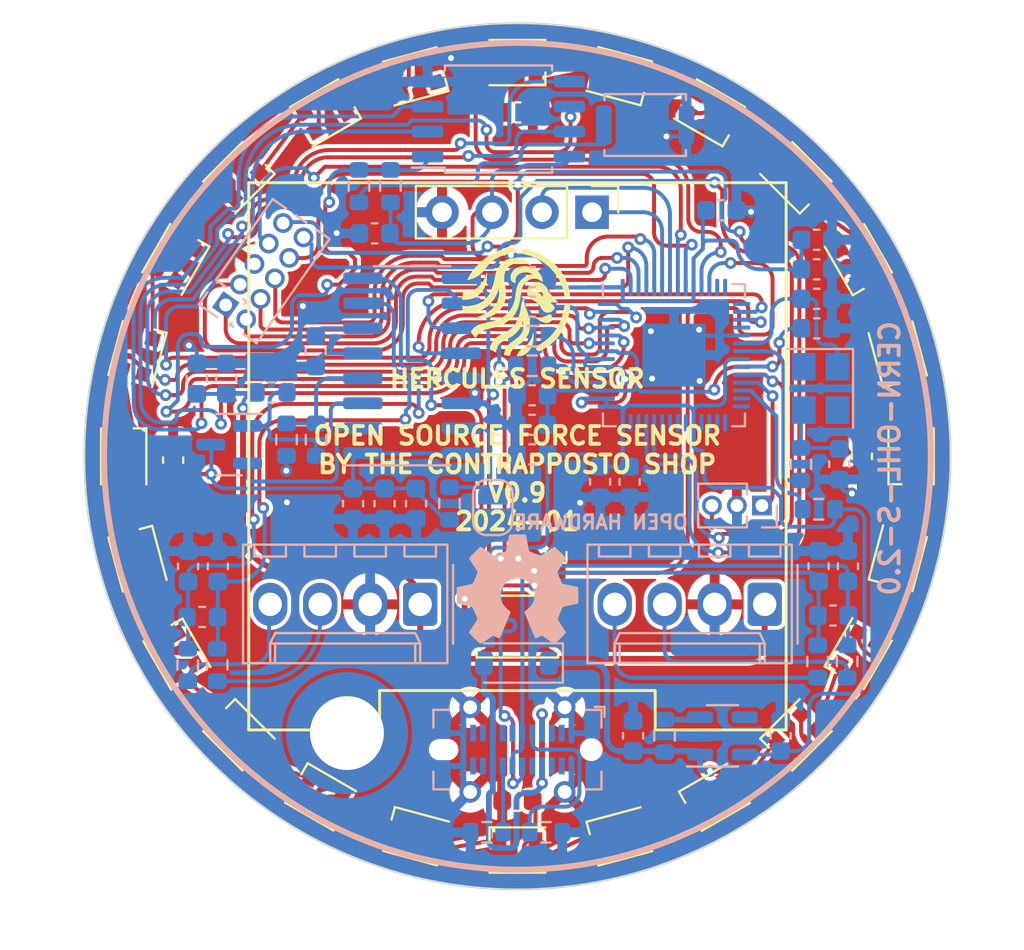
<source format=kicad_pcb>
(kicad_pcb (version 20221018) (generator pcbnew)
  (layers (0 "F.Cu" signal) (31 "B.Cu" signal) (34 "B.Paste" user) (35 "F.Paste" user) (36 "B.SilkS" user "B.Silkscreen") (37 "F.SilkS" user "F.Silkscreen") (38 "B.Mask" user) (39 "F.Mask" user) (44 "Edge.Cuts" user))
  (net 0 "")
  (net 1 "+3V3")
  (net 2 "GND")
  (net 3 "+1V1")
  (net 4 "XIN")
  (net 5 "Net-(Y1-2)")
  (net 6 "+5V")
  (net 7 "AVDD")
  (net 8 "GP8")
  (net 9 "Net-(D3-DOUT)")
  (net 10 "Net-(D4-DOUT)")
  (net 11 "Net-(D5-DOUT)")
  (net 12 "Net-(D6-DOUT)")
  (net 13 "Net-(D7-DOUT)")
  (net 14 "Net-(D10-DIN)")
  (net 15 "Net-(D10-DOUT)")
  (net 16 "Net-(D11-DOUT)")
  (net 17 "Net-(D12-DOUT)")
  (net 18 "Net-(D13-DOUT)")
  (net 19 "Net-(D14-DOUT)")
  (net 20 "Net-(D15-DOUT)")
  (net 21 "Net-(D16-DOUT)")
  (net 22 "Net-(D18-DOUT)")
  (net 23 "Net-(D19-DOUT)")
  (net 24 "Net-(D20-DOUT)")
  (net 25 "Net-(D21-DOUT)")
  (net 26 "Net-(D22-DOUT)")
  (net 27 "Net-(D23-DOUT)")
  (net 28 "Net-(D24-DOUT)")
  (net 29 "SWDIO")
  (net 30 "SWCLK")
  (net 31 "Net-(J2-CC1)")
  (net 32 "D+")
  (net 33 "D-")
  (net 35 "Net-(J2-CC2)")
  (net 37 "A-")
  (net 38 "A+")
  (net 39 "B-")
  (net 40 "B+")
  (net 41 "GP4")
  (net 42 "GP5")
  (net 43 "GP0")
  (net 44 "GP1")
  (net 45 "GP2")
  (net 46 "GP3")
  (net 47 "GP10")
  (net 48 "GP11")
  (net 49 "GP6")
  (net 50 "GP7")
  (net 51 "GP27")
  (net 52 "GP26")
  (net 53 "Net-(JP1-B)")
  (net 54 "Net-(Q1-C)")
  (net 55 "Net-(Q1-B)")
  (net 56 "XOUT")
  (net 57 "QSPI_CS")
  (net 58 "USB_BOOT")
  (net 59 "GP9")
  (net 60 "SCK")
  (net 61 "DAT")
  (net 62 "QSPI_SD3")
  (net 63 "QSPI_SCK")
  (net 64 "QSPI_SD0")
  (net 65 "QSPI_SD2")
  (net 66 "QSPI_SD1")
  (net 67 "Net-(U4-INA+)")
  (net 68 "Net-(U4-INA-)")
  (net 69 "Net-(U4-INB+)")
  (net 70 "Net-(U4-INB-)")
  (net 71 "Net-(U4-VBG)")
  (net 72 "Net-(D1-A)")
  (net 73 "Net-(D2-DOUT)")
  (net 74 "Net-(U4-VFB)")
  (net 76 "Net-(D8-DOUT)")
  (net 77 "Net-(D17-DOUT)")
  (net 79 "Net-(U1-EN)")
  (net 80 "Net-(U2-USB_DP)")
  (net 81 "Net-(U2-USB_DM)")
  (net 82 "Net-(U2-RUN)")
  (footprint "LED_SMD:LED_WS2812B-2020_PLCC4_2.0x2.0mm" (layer "F.Cu") (at 170.4 115.05 45)
    (fp_text reference "D11" hide)
    (fp_text value "WS2812B")
  )
  (footprint "Capacitor_SMD:C_0603_1608Metric" (layer "F.Cu") (at 156.26 83.43)
    (fp_text reference "C29" hide)
    (fp_text value "0.1uF")
  )
  (footprint "LED_SMD:LED_WS2812B-2020_PLCC4_2.0x2.0mm" (layer "F.Cu") (at 175.57 106.08 75)
    (fp_text reference "D9" hide)
    (fp_text value "WS2812B")
  )
  (footprint "LED_SMD:LED_WS2812B-2020_PLCC4_2.0x2.0mm" (layer "F.Cu") (at 142.1 115.05 -45)
    (fp_text reference "D17" hide)
    (fp_text value "WS2812B")
  )
  (footprint "LED_SMD:LED_WS2812B-2020_PLCC4_2.0x2.0mm" (layer "F.Cu") (at 156.25 120.9)
    (fp_text reference "D14" hide)
    (fp_text value "WS2812B")
  )
  (footprint "LED_SMD:LED_WS2812B-2020_PLCC4_2.0x2.0mm" (layer "F.Cu") (at 136.95 95.7 -105)
    (fp_text reference "D21" hide)
    (fp_text value "WS2812B")
  )
  (footprint "Connector_PinHeader_2.54mm:PinHeader_1x04_P2.54mm_Vertical" (layer "F.Cu") (at 160.04 88.5 -90)
    (fp_text reference "J5" hide)
    (fp_text value "OLED" hide)
  )
  (footprint "LED_SMD:LED_WS2812B-2020_PLCC4_2.0x2.0mm" (layer "F.Cu") (at 138.95 110.95 -60)
    (fp_text reference "D18" hide)
    (fp_text value "WS2812B")
  )
  (footprint "LED_SMD:LED_WS2812B-2020_PLCC4_2.0x2.0mm" (layer "F.Cu") (at 166.01 83.45 150)
    (fp_text reference "D4" hide)
    (fp_text value "WS2812B")
  )
  (footprint "LED_SMD:LED_WS2812B-2020_PLCC4_2.0x2.0mm" (layer "F.Cu") (at 173.56 110.92 60)
    (fp_text reference "D10" hide)
    (fp_text value "WS2812B")
  )
  (footprint "LED_SMD:LED_WS2812B-2020_PLCC4_2.0x2.0mm" (layer "F.Cu") (at 151.1 120.2 -15)
    (fp_text reference "D15" hide)
    (fp_text value "WS2812B")
  )
  (footprint "LED_SMD:LED_WS2812B-2020_PLCC4_2.0x2.0mm" (layer "F.Cu") (at 161.43 120.21 15)
    (fp_text reference "D13" hide)
    (fp_text value "WS2812B")
  )
  (footprint "LED_SMD:LED_WS2812B-2020_PLCC4_2.0x2.0mm" (layer "F.Cu") (at 166.26 118.22 30)
    (fp_text reference "D12" hide)
    (fp_text value "WS2812B")
  )
  (footprint "LED_SMD:LED_WS2812B-2020_PLCC4_2.0x2.0mm" (layer "F.Cu") (at 136.95 106.1 -75)
    (fp_text reference "D19" hide)
    (fp_text value "WS2812B")
  )
  (footprint "Button_Switch_SMD:SW_Push_SPST_NO_Alps_SKRK" (layer "F.Cu") (at 156.25 109.55 180)
    (fp_text reference "SW2" hide)
    (fp_text value "SET/RESET")
  )
  (footprint "LED_SMD:LED_WS2812B-2020_PLCC4_2.0x2.0mm" (layer "F.Cu") (at 170.4 86.75 135)
    (fp_text reference "D5" hide)
    (fp_text value "WS2812B")
  )
  (footprint "LED_SMD:LED_WS2812B-2020_PLCC4_2.0x2.0mm" (layer "F.Cu") (at 146.5 83.45 -150)
    (fp_text reference "D24" hide)
    (fp_text value "WS2812B")
  )
  (footprint "Resistor_SMD:R_0603_1608Metric" (layer "F.Cu") (at 158.22 106 -90)
    (fp_text reference "R17" hide)
    (fp_text value "1k")
  )
  (footprint "LED_SMD:LED_WS2812B-2020_PLCC4_2.0x2.0mm" (layer "F.Cu") (at 173.57 90.91 120)
    (fp_text reference "D6" hide)
    (fp_text value "WS2812B")
  )
  (footprint "LED_SMD:LED_WS2812B-2020_PLCC4_2.0x2.0mm" (layer "F.Cu") (at 146.25 118.2 -30)
    (fp_text reference "D16" hide)
    (fp_text value "WS2812B")
  )
  (footprint "LED_SMD:LED_WS2812B-2020_PLCC4_2.0x2.0mm" (layer "F.Cu") (at 156.25 80.9 180)
    (fp_text reference "D2" hide)
    (fp_text value "WS2812B")
  )
  (footprint "Capacitor_SMD:C_0603_1608Metric" (layer "F.Cu") (at 138.76 101.095 90)
    (fp_text reference "C32" hide)
    (fp_text value "0.1uF")
  )
  (footprint "LED_SMD:LED_WS2812B-2020_PLCC4_2.0x2.0mm" (layer "F.Cu") (at 175.57 95.72 105)
    (fp_text reference "D7" hide)
    (fp_text value "WS2812B")
  )
  (footprint "LED_SMD:LED_WS2812B-2020_PLCC4_2.0x2.0mm" (layer "F.Cu") (at 142.1 86.75 -135)
    (fp_text reference "D23" hide)
    (fp_text value "WS2812B")
  )
  (footprint "LED_SMD:LED_WS2812B-2020_PLCC4_2.0x2.0mm" (layer "F.Cu") (at 176.25 100.9 90)
    (fp_text reference "D8" hide)
    (fp_text value "WS2812B")
  )
  (footprint "LED_SMD:LED_WS2812B-2020_PLCC4_2.0x2.0mm" (layer "F.Cu") (at 161.43 81.59 165)
    (fp_text reference "D3" hide)
    (fp_text value "WS2812B")
  )
  (footprint "LED_SMD:LED_WS2812B-2020_PLCC4_2.0x2.0mm" (layer "F.Cu") (at 136.25 100.9 -90)
    (fp_text reference "D20" hide)
    (fp_text value "WS2812B")
  )
  (footprint "Capacitor_SMD:C_0603_1608Metric" (layer "F.Cu") (at 156.25 118.4 180)
    (fp_text reference "C31" hide)
    (fp_text value "0.1uF")
  )
  (footprint "MountingHole:MountingHole_2.2mm_M2_DIN965_Pad_TopOnly" (layer "F.Cu") (at 147.59 114.96)
    (fp_text reference "REF**" hide)
    (fp_text value "MountingHole_2.2mm_M2_DIN965_Pad_TopOnly")
  )
  (footprint "Capacitor_SMD:C_0603_1608Metric" (layer "F.Cu") (at 173.75 100.9 -90)
    (fp_text reference "C30" hide)
    (fp_text value "0.1uF")
  )
  (footprint "LED_SMD:LED_WS2812B-2020_PLCC4_2.0x2.0mm" (layer "F.Cu") (at 138.9 90.9 -120)
    (fp_text reference "D22" hide)
    (fp_text value "WS2812B")
  )
  (footprint "LED_SMD:LED_WS2812B-2020_PLCC4_2.0x2.0mm" (layer "F.Cu") (at 151.08 81.6 -165)
    (fp_text reference "D25" hide)
    (fp_text value "WS2812B")
  )
  (footprint "Capacitor_SMD:C_0603_1608Metric" (layer "B.Cu") (at 140.24 109.06)
    (fp_text reference "C23" hide)
    (fp_text value "0.1uF")
  )
  (footprint "Capacitor_SMD:C_0603_1608Metric" (layer "B.Cu") (at 146 95.565 90)
    (fp_text reference "C24" hide)
    (fp_text value "0.1uF")
  )
  (footprint "Capacitor_SMD:C_0603_1608Metric" (layer "B.Cu") (at 171.45 89.9)
    (fp_text reference "C9" hide)
    (fp_text value "0.1uF")
  )
  (footprint "Connector_USB:USB_C_Receptacle_GCT_USB4115-03-C" (layer "B.Cu") (at 156.25 115.8 180)
    (fp_text reference "J2" hide)
    (fp_text value "USB_C_Receptacle_USB2.0")
  )
  (footprint "Resistor_SMD:R_0603_1608Metric" (layer "B.Cu") (at 157.7 120)
    (fp_text reference "R7" hide)
    (fp_text value "5.11k")
  )
  (footprint "Package_SO:SOIC-8_5.23x5.23mm_P1.27mm" (layer "B.Cu") (at 155.29 83.77)
    (fp_text reference "U3" hide)
    (fp_text value "W25Q32JVSS")
  )
  (footprint "Resistor_SMD:R_0603_1608Metric" (layer "B.Cu") (at 171.555 103.59)
    (fp_text reference "R8" hide)
    (fp_text value "10K")
  )
  (footprint "Capacitor_SMD:C_0603_1608Metric" (layer "B.Cu") (at 160.45 102.2 -90)
    (fp_text reference "C12" hide)
    (fp_text value "0.1uF")
  )
  (footprint "Capacitor_SMD:C_0603_1608Metric" (layer "B.Cu") (at 139.9625 96.955 90)
    (fp_text reference "C20" hide)
    (fp_text value "0.1uF")
  )
  (footprint "Connector_PinHeader_1.27mm:PinHeader_1x03_P1.27mm_Vertical" (layer "B.Cu") (at 168.67 103.4 90)
    (fp_text reference "J1" hide)
    (fp_text value "Conn_01x03_Male")
  )
  (footprint "Package_TO_SOT_SMD:SOT-23-5" (layer "B.Cu") (at 166.6625 115.1)
    (fp_text reference "U1" hide)
    (fp_text value "AP2112K-3.3")
  )
  (footprint "Capacitor_SMD:C_0603_1608Metric" (layer "B.Cu") (at 171.45 94.4)
    (fp_text reference "C16" hide)
    (fp_text value "0.1uF")
  )
  (footprint "Resistor_SMD:R_0603_1608Metric" (layer "B.Cu") (at 163.725 115.1 90)
    (fp_text reference "R1" hide)
    (fp_text value "10K")
  )
  (footprint "Resistor_SMD:R_0603_1608Metric" (layer "B.Cu") (at 171.5 111.325 90)
    (fp_text reference "R15" hide)
    (fp_text value "100")
  )
  (footprint "Crystal:Crystal_SMD_3225-4Pin_3.2x2.5mm" (layer "B.Cu") (at 171.65 97.45 -90)
    (fp_text reference "Y1" hide)
    (fp_text value "12MHz")
  )
  (footprint "Capacitor_SMD:C_0603_1608Metric" (layer "B.Cu") (at 147.9 103.305 -90)
    (fp_text reference "C19" hide)
    (fp_text value "10uf")
  )
  (footprint "Connector_Molex:Molex_KK-254_AE-6410-04A_1x04_P2.54mm_Vertical" (layer "B.Cu") (at 151.31 108.42 180)
    (fp_text reference "J3" hide)
    (fp_text value "LoadCell 1")
  )
  (footprint "Resistor_SMD:R_0603_1608Metric" (layer "B.Cu") (at 149.8 87.175 90)
    (fp_text reference "R2" hide)
    (fp_text value "10K")
  )
  (footprint "Resistor_SMD:R_0603_1608Metric" (layer "B.Cu") (at 157 96.3 180)
    (fp_text reference "R5" hide)
    (fp_text value "27")
  )
  (footprint "Resistor_SMD:R_0603_1608Metric" (layer "B.Cu") (at 170.65 101.3 -90)
    (fp_text reference "R9" hide)
    (fp_text value "1K")
  )
  (footprint "Package_DFN_QFN:QFN-56-1EP_7x7mm_P0.4mm_EP3.2x3.2mm" (layer "B.Cu") (at 164.2 95.7625 -90)
    (fp_text reference "U2" hide)
    (fp_text value "RP2040")
  )
  (footprint "Capacitor_SMD:C_0603_1608Metric" (layer "B.Cu") (at 161.95 102.2 -90)
    (fp_text reference "C11" hide)
    (fp_text value "0.1uF")
  )
  (footprint "Connector_PinHeader_1.27mm:PinHeader_2x05_P1.27mm_Vertical" (layer "B.Cu") (at 141.431235 93.211881 -35)
    (fp_text reference "J6" hide)
    (fp_text value "ACC")
  )
  (footprint "Capacitor_SMD:C_0603_1608Metric" (layer "B.Cu") (at 171.55 106.48 -90)
    (fp_text reference "C26" hide)
    (fp_text value "0.1uF")
  )
  (footprint "Capacitor_SMD:C_0603_1608Metric" (layer "B.Cu") (at 149.5 103.305 -90)
    (fp_text reference "C17" hide)
    (fp_text value "0.1uF")
  )
  (footprint "Capacitor_SMD:C_0603_1608Metric" (layer "B.Cu") (at 171.45 92.9)
    (fp_text reference "C6" hide)
    (fp_text value "27pF")
  )
  (footprint "Capacitor_SMD:C_0603_1608Metric" (layer "B.Cu") (at 157 100.8 180)
    (fp_text reference "C4" hide)
    (fp_text value "1uF")
  )
  (footprint "Capacitor_SMD:C_0603_1608Metric" (layer "B.Cu") (at 172.6 101.3 -90)
    (fp_text reference "C7" hide)
    (fp_text value "27pF")
  )
  (footprint "Resistor_SMD:R_0603_1608Metric" (layer "B.Cu") (at 154.7 120 180)
    (fp_text reference "R6" hide)
    (fp_text value "5.11k")
  )
  (footprint "Resistor_SMD:R_0603_1608Metric" (layer "B.Cu") (at 173 111.325 90)
    (fp_text reference "R16" hide)
    (fp_text value "100")
  )
  (footprint "Capacitor_SMD:C_0603_1608Metric" (layer "B.Cu") (at 139.52 106.49 -90)
    (fp_text reference "C22" hide)
    (fp_text value "0.1uF")
  )
  (footprint "Resistor_SMD:R_0603_1608Metric" (layer "B.Cu") (at 146.0225 100.055 90)
    (fp_text reference "R10" hide)
    (fp_text value "20k")
  )
  (footprint "Jumper:SolderJumper-2_P1.3mm_Open_RoundedPad1.0x1.5mm" (layer "B.Cu") (at 155 103.5 90)
    (fp_text reference "JP1" hide)
    (fp_text value "SolderJumper_2_Open")
  )
  (footprint "Button_Switch_SMD:SW_Push_SPST_NO_Alps_SKRK" (layer "B.Cu") (at 162.74 84.07)
    (fp_text reference "SW1" hide)
    (fp_text value "BOOTSEL")
  )
  (footprint "Capacitor_SMD:C_0603_1608Metric" (layer "B.Cu") (at 157 93.3 180)
    (fp_text reference "C14" hide)
    (fp_text value "0.1uF")
  )
  (footprint "Capacitor_SMD:C_0603_1608Metric" (layer "B.Cu") (at 141.4625 96.955 90)
    (fp_text reference "C21" hide)
    (fp_text value "10uF")
  )
  (footprint "Capacitor_SMD:C_0603_1608Metric" (layer "B.Cu") (at 162.125 115.1 90)
    (fp_text reference "C2" hide)
    (fp_text value "1uF")
  )
  (footprint "Capacitor_SMD:C_0603_1608Metric" (layer "B.Cu") (at 171.45 91.4)
    (fp_text reference "C8" hide)
    (fp_text value "0.1uF")
  )
  (footprint "Capacitor_SMD:C_0603_1608Metric" (layer "B.Cu") (at 141.03 106.49 -90)
    (fp_text reference "C25" hide)
    (fp_text value "0.1uF")
  )
  (footprint "Package_TO_SOT_SMD:SOT-23" (layer "B.Cu") (at 141.6 100.305 180)
    (fp_text reference "Q1" hide)
    (fp_text value "PNP")
  )
  (footprint "Inductor_SMD:L_0603_1608Metric" (layer "B.Cu") (at 143.7625 97.655)
    (fp_text reference "L1" hide)
    (fp_text value "L")
  )
  (footprint "Capacitor_SMD:C_0603_1608Metric" (layer "B.Cu") (at 166.6 88.4)
    (fp_text reference "C10" hide)
    (fp_text value "0.1uF")
  )
  (footprint "Resistor_SMD:R_0603_1608Metric" (layer "B.Cu") (at 148.2 87.175 -90)
    (fp_text reference "R3" hide)
    (fp_text value "1K")
  )
  (footprint "Capacitor_SMD:C_0603_1608Metric" (layer "B.Cu") (at 157 99.3 180)
    (fp_text reference "C15" hide)
    (fp_text value "0.1uF")
  )
  (footprint "Capacitor_SMD:C_0603_1608Metric" (layer "B.Cu") (at 172.28 108.99)
    (fp_text reference "C27" hide)
    (fp_text value "0.1uF")
  )
  (footprint "Resistor_SMD:R_0603_1608Metric" (layer "B.Cu") (at 152.8 103.3 90)
    (fp_text reference "R11" hide)
    (fp_text value "10k")
  )
  (footprint "Resistor_SMD:R_0603_1608Metric" (layer "B.Cu") (at 144.5225 100.055 -90)
    (fp_text reference "R12" hide)
    (fp_text value "8.2k")
  )
  (footprint "Capacitor_SMD:C_0603_1608Metric" (layer "B.Cu") (at 157 91.8 180)
    (fp_text reference "C13" hide)
    (fp_text value "0.1uF")
  )
  (footprint "Capacitor_SMD:C_0603_1608Metric" (layer "B.Cu") (at 151.1 103.305 -90)
    (fp_text reference "C18" hide)
    (fp_text value "0.1uF")
  )
  (footprint "Diode_SMD:D_SOD-123" (layer "B.Cu") (at 156.2 111.4 180)
    (fp_text reference "D1" hide)
    (fp_text value "B5819")
  )
  (footprint "Capacitor_SMD:C_0603_1608Metric" (layer "B.Cu") (at 169.625 115.1 90)
    (fp_text reference "C3" hide)
    (fp_text value "1uF")
  )
  (footprint "Resistor_SMD:R_0603_1608Metric" (layer "B.Cu") (at 141 111.5 90)
    (fp_text reference "R14" hide)
    (fp_text value "100")
  )
  (footprint "Capacitor_SMD:C_0603_1608Metric" (layer "B.Cu") (at 157 97.8 180)
    (fp_text reference "C5" hide)
    (fp_text value "1uF")
  )
  (footprint "Capacitor_SMD:C_0603_1608Metric" (layer "B.Cu") (at 173.04 106.48 -90)
    (fp_text reference "C28" hide)
    (fp_text value "0.1uF")
  )
  (footprint "Connector_Molex:Molex_KK-254_AE-6410-04A_1x04_P2.54mm_Vertical" (layer "B.Cu") (at 168.81 108.42 180)
    (fp_text reference "J4" hide)
    (fp_text value "LoadCell 2")
  )
  (footprint "Resistor_SMD:R_0603_1608Metric" (layer "B.Cu") (at 157 94.8 180)
    (fp_text reference "R4" hide)
    (fp_text value "27")
  )
  (footprint "Resistor_SMD:R_0603_1608Metric" (layer "B.Cu") (at 139.5 111.5 90)
    (fp_text reference "R13" hide)
    (fp_text value "100")
  )
  (footprint "Capacitor_SMD:C_0603_1608Metric" (layer "B.Cu") (at 149 89.575 180)
    (fp_text reference "C1" hide)
    (fp_text value "0.1uF")
  )
  (footprint "Package_SO:SOP-16_3.9x9.9mm_P1.27mm" (layer "B.Cu") (at 150.9 96.3)
    (fp_text reference "U4" hide)
    (fp_text value "HX711")
  )
  (gr_circle (center 156.25 100.9) (end 177.25 100.9) (stroke (width 0.3)) (fill none) (layer "B.SilkS"))
  (gr_poly (pts (xy 156.695585 104.964309) (xy 156.707226 105.018019) (xy 156.722043 105.092367) (xy 156.754851 105.264876) (xy 156.771145 105.354128) (xy 156.788894 105.445498) (xy 156.805849 105.528401) (xy 156.819762 105.592253) (xy 156.847984 105.713609) (xy 156.977807 105.770053) (xy 157.057802 105.804595) (xy 157.134638 105.836839) (xy 157.206481 105.866072) (xy 157.271494 105.891585) (xy 157.327842 105.912667) (xy 157.373689 105.928605) (xy 157.392102 105.934423) (xy 157.4072 105.938689) (xy 157.418756 105.941314) (xy 157.42654 105.942209) (xy 157.431107 105.94107) (xy 157.438868 105.937725) (xy 157.463251 105.924857) (xy 157.49825 105.904481) (xy 157.542427 105.877474) (xy 157.594344 105.844713) (xy 157.65256 105.807073) (xy 157.715639 105.765431) (xy 157.78214 105.720664) (xy 157.910419 105.634587) (xy 157.967828 105.596641) (xy 158.018854 105.563326) (xy 158.062075 105.535566) (xy 158.096068 105.514289) (xy 158.119412 105.500421) (xy 158.126646 105.496554) (xy 158.130684 105.494887) (xy 158.134371 105.49599) (xy 158.141061 105.500223) (xy 158.162633 105.517271) (xy 158.232813 105.580038) (xy 158.32813 105.670256) (xy 158.435484 105.774992) (xy 158.541781 105.881316) (xy 158.633922 105.976296) (xy 158.698811 106.047) (xy 158.716943 106.069208) (xy 158.721715 106.076319) (xy 158.723351 106.080498) (xy 158.718872 106.090318) (xy 158.706043 106.11249) (xy 158.658969 106.188271) (xy 158.589405 106.296596) (xy 158.504629 106.42622) (xy 158.460793 106.492777) (xy 158.419852 106.555976) (xy 158.382714 106.614314) (xy 158.350288 106.666285) (xy 158.323486 106.710385) (xy 158.303215 106.745109) (xy 158.295813 106.758485) (xy 158.290385 106.768952) (xy 158.287045 106.776323) (xy 158.285907 106.780409) (xy 158.287662 106.789528) (xy 158.292675 106.806195) (xy 158.310954 106.858373) (xy 158.337699 106.929336) (xy 158.369868 107.011478) (xy 158.438307 107.178871) (xy 158.468491 107.248909) (xy 158.491929 107.299698) (xy 158.495397 107.306522) (xy 158.498907 107.313214) (xy 158.502434 107.31974) (xy 158.505952 107.326068) (xy 158.509437 107.332164) (xy 158.512864 107.337996) (xy 158.516208 107.34353) (xy 158.519445 107.348734) (xy 158.52255 107.353574) (xy 158.525497 107.358016) (xy 158.528263 107.362029) (xy 158.530822 107.365579) (xy 158.53315 107.368633) (xy 158.535221 107.371157) (xy 158.537011 107.37312) (xy 158.538495 107.374487) (xy 158.574456 107.383549) (xy 158.661086 107.402533) (xy 158.78555 107.42866) (xy 158.935017 107.459154) (xy 159.083669 107.488853) (xy 159.207715 107.514716) (xy 159.256459 107.525341) (xy 159.29419 107.533964) (xy 159.319287 107.54024) (xy 159.326591 107.542389) (xy 159.330129 107.54382) (xy 159.331683 107.546573) (xy 159.333166 107.552681) (xy 159.335905 107.574754) (xy 159.338314 107.609627) (xy 159.340359 107.656885) (xy 159.343225 107.786906) (xy 159.34424 107.961509) (xy 159.34424 108.36932) (xy 159.313195 108.383431) (xy 159.299429 108.387879) (xy 159.272912 108.394676) (xy 159.187783 108.414123) (xy 159.07011 108.439391) (xy 158.932196 108.468098) (xy 158.795538 108.495703) (xy 158.681371 108.519604) (xy 158.601599 108.537154) (xy 158.578332 108.542722) (xy 158.568129 108.545709) (xy 158.566396 108.547076) (xy 158.564389 108.549038) (xy 158.562129 108.551563) (xy 158.55964 108.554617) (xy 158.554064 108.562179) (xy 158.547844 108.571462) (xy 158.54116 108.5822) (xy 158.534196 108.594128) (xy 158.527132 108.606982) (xy 158.520151 108.620498) (xy 158.497727 108.668806) (xy 158.466705 108.741059) (xy 158.393151 108.921417) (xy 158.357763 109.01153) (xy 158.328063 109.089604) (xy 158.307624 109.146644) (xy 158.301993 109.164465) (xy 158.300017 109.173654) (xy 158.301026 109.177033) (xy 158.303989 109.183358) (xy 158.315385 109.204191) (xy 158.333429 109.234847) (xy 158.357344 109.274019) (xy 158.419675 109.372686) (xy 158.496162 109.489743) (xy 158.579233 109.615974) (xy 158.612145 109.666163) (xy 158.639765 109.708751) (xy 158.651695 109.727434) (xy 158.662431 109.744502) (xy 158.672013 109.760052) (xy 158.680486 109.774178) (xy 158.68789 109.786976) (xy 158.69427 109.798541) (xy 158.699667 109.808969) (xy 158.704125 109.818355) (xy 158.707685 109.826794) (xy 158.710391 109.834382) (xy 158.711437 109.837886) (xy 158.712285 109.841214) (xy 158.712941 109.844376) (xy 158.71341 109.847385) (xy 158.713697 109.850252) (xy 158.713808 109.85299) (xy 158.713748 109.855611) (xy 158.713523 109.858126) (xy 158.713137 109.860548) (xy 158.712596 109.862887) (xy 158.711905 109.865157) (xy 158.71107 109.867369) (xy 158.708988 109.871667) (xy 158.706393 109.875876) (xy 158.703327 109.880092) (xy 158.699833 109.88441) (xy 158.682429 109.904609) (xy 158.663104 109.927247) (xy 158.636573 109.956335) (xy 158.566409 110.029492) (xy 158.480965 110.11535) (xy 158.38927 110.205176) (xy 158.300354 110.290239) (xy 158.223244 110.361809) (xy 158.166971 110.411154) (xy 158.149469 110.424763) (xy 158.143871 110.428325) (xy 158.140562 110.429542) (xy 158.136358 110.428485) (xy 158.129149 110.425381) (xy 158.106409 110.413447) (xy 158.073714 110.394568) (xy 158.032436 110.36957) (xy 157.983948 110.339281) (xy 157.929623 110.304527) (xy 157.870833 110.266134) (xy 157.808951 110.224931) (xy 157.746735 110.183728) (xy 157.687992 110.145336) (xy 157.634078 110.110582) (xy 157.586348 110.080292) (xy 157.546159 110.055295) (xy 157.514867 110.036415) (xy 157.493827 110.024482) (xy 157.487575 110.021378) (xy 157.484396 110.02032) (xy 157.481927 110.020645) (xy 157.478274 110.021599) (xy 157.467705 110.025259) (xy 157.453266 110.031036) (xy 157.435536 110.038665) (xy 157.415094 110.047881) (xy 157.392519 110.05842) (xy 157.36839 110.070018) (xy 157.343285 110.082409) (xy 157.281019 110.113489) (xy 157.256146 110.125665) (xy 157.234893 110.135524) (xy 157.225496 110.139567) (xy 157.216849 110.14301) (xy 157.208901 110.145845) (xy 157.2016 110.148067) (xy 157.194894 110.149667) (xy 157.188732 110.150639) (xy 157.183062 110.150976) (xy 157.177832 110.150671) (xy 157.17299 110.149717) (xy 157.168486 110.148107) (xy 157.164267 110.145834) (xy 157.160281 110.142891) (xy 157.156477 110.139271) (xy 157.152804 110.134967) (xy 157.149209 110.129972) (xy 157.145641 110.124279) (xy 157.142048 110.117881) (xy 157.138378 110.110772) (xy 157.130604 110.094389) (xy 157.111862 110.052775) (xy 156.99721 109.784841) (xy 156.827523 109.374031) (xy 156.673712 108.993913) (xy 156.624918 108.869603) (xy 156.606684 108.818053) (xy 156.607364 108.813174) (xy 156.609407 108.807528) (xy 156.612823 108.801109) (xy 156.61762 108.79391) (xy 156.623806 108.785926) (xy 156.63139 108.77715) (xy 156.640379 108.767577) (xy 156.650782 108.757199) (xy 156.662607 108.746011) (xy 156.675862 108.734007) (xy 156.706697 108.707524) (xy 156.743353 108.6777) (xy 156.785896 108.644487) (xy 156.83567 108.602854) (xy 156.881735 108.557552) (xy 156.923989 108.508914) (xy 156.962329 108.457272) (xy 156.996649 108.40296) (xy 157.026848 108.34631) (xy 157.052822 108.287655) (xy 157.074468 108.227327) (xy 157.091681 108.16566) (xy 157.10436 108.102987) (xy 157.1124 108.039639) (xy 157.115699 107.975951) (xy 157.114152 107.912254) (xy 157.107656 107.848882) (xy 157.096109 107.786167) (xy 157.079406 107.724442) (xy 157.061595 107.673343) (xy 157.041031 107.623821) (xy 157.017804 107.575964) (xy 156.992006 107.529863) (xy 156.963727 107.485606) (xy 156.933059 107.443281) (xy 156.900092 107.402978) (xy 156.864918 107.364785) (xy 156.827627 107.328792) (xy 156.78831 107.295087) (xy 156.747058 107.263759) (xy 156.703963 107.234897) (xy 156.659114 107.20859) (xy 156.612604 107.184927) (xy 156.564523 107.163996) (xy 156.514962 107.145887) (xy 156.487296 107.137636) (xy 156.458405 107.130351) (xy 156.428484 107.124037) (xy 156.39773 107.118701) (xy 156.366339 107.114349) (xy 156.334508 107.110987) (xy 156.302433 107.108621) (xy 156.270311 107.107258) (xy 156.238337 107.106903) (xy 156.206709 107.107564) (xy 156.175622 107.109245) (xy 156.145273 107.111954) (xy 156.115858 107.115696) (xy 156.087575 107.120479) (xy 156.060618 107.126307) (xy 156.035184 107.133187) (xy 155.981908 107.150893) (xy 155.930114 107.171651) (xy 155.879929 107.195335) (xy 155.831477 107.221822) (xy 155.784886 107.250988) (xy 155.740281 107.282709) (xy 155.697789 107.316861) (xy 155.657536 107.35332) (xy 155.619647 107.391962) (xy 155.584249 107.432662) (xy 155.551468 107.475297) (xy 155.521429 107.519743) (xy 155.49426 107.565876) (xy 155.470087 107.613571) (xy 155.449034 107.662705) (xy 155.431229 107.713154) (xy 155.424251 107.738714) (xy 155.41814 107.766497) (xy 155.412901 107.796178) (xy 155.408541 107.827431) (xy 155.405065 107.859934) (xy 155.40248 107.89336) (xy 155.400792 107.927385) (xy 155.400008 107.961685) (xy 155.400133 107.995936) (xy 155.401174 108.029813) (xy 155.403136 108.062991) (xy 155.406027 108.095146) (xy 155.409852 108.125953) (xy 155.414618 108.155087) (xy 155.42033 108.182226) (xy 155.426995 108.207042) (xy 155.438515 108.242173) (xy 155.45188 108.277146) (xy 155.467052 108.311904) (xy 155.483991 108.34639) (xy 155.502658 108.380544) (xy 155.523014 108.41431) (xy 155.54502 108.44763) (xy 155.568636 108.480445) (xy 155.593822 108.512698) (xy 155.620541 108.544331) (xy 155.648752 108.575286) (xy 155.678416 108.605505) (xy 155.709494 108.63493) (xy 155.741946 108.663504) (xy 155.775734 108.691168) (xy 155.810818 108.717865) (xy 155.825799 108.728914) (xy 155.839056 108.738858) (xy 155.850685 108.747813) (xy 155.86078 108.755898) (xy 155.869436 108.763231) (xy 155.873254 108.766652) (xy 155.876748 108.769929) (xy 155.879931 108.773077) (xy 155.882813 108.776111) (xy 155.885406 108.779045) (xy 155.887723 108.781894) (xy 155.889776 108.784672) (xy 155.891575 108.787395) (xy 155.893134 108.790077) (xy 155.894465 108.792733) (xy 155.895578 108.795378) (xy 155.896485 108.798026) (xy 155.8972 108.800692) (xy 155.897733 108.803391) (xy 155.898097 108.806138) (xy 155.898303 108.808946) (xy 155.898363 108.811832) (xy 155.89829 108.81481) (xy 155.898095 108.817894) (xy 155.897789 108.821099) (xy 155.896895 108.827931) (xy 155.871633 108.90113) (xy 155.81095 109.056597) (xy 155.62949 109.502619) (xy 155.444855 109.942555) (xy 155.380203 110.090416) (xy 155.349384 110.152965) (xy 155.34855 110.15366) (xy 155.347376 110.154159) (xy 155.344035 110.154585) (xy 155.339416 110.154267) (xy 155.333575 110.153229) (xy 155.326569 110.151497) (xy 155.318453 110.149095) (xy 155.299113 110.142382) (xy 155.276004 110.133286) (xy 155.24957 110.122009) (xy 155.220259 110.108746) (xy 155.188518 110.093698) (xy 155.157807 110.078796) (xy 155.128567 110.064969) (xy 155.101478 110.052497) (xy 155.077216 110.041663) (xy 155.05646 110.032747) (xy 155.039888 110.026031) (xy 155.033383 110.023585) (xy 155.028177 110.021794) (xy 155.024357 110.020694) (xy 155.022006 110.02032) (xy 155.018843 110.021378) (xy 155.012639 110.024482) (xy 154.991778 110.036415) (xy 154.920936 110.080292) (xy 154.820196 110.145336) (xy 154.700273 110.224931) (xy 154.638391 110.266134) (xy 154.579601 110.304527) (xy 154.525276 110.339281) (xy 154.476788 110.36957) (xy 154.435511 110.394568) (xy 154.402815 110.413447) (xy 154.390115 110.420334) (xy 154.380075 110.425381) (xy 154.372867 110.428485) (xy 154.368662 110.429542) (xy 154.359069 110.424341) (xy 154.340137 110.409561) (xy 154.279365 110.356209) (xy 154.196567 110.279375) (xy 154.101962 110.188948) (xy 154.005769 110.094817) (xy 153.918209 110.00687) (xy 153.8495 109.934998) (xy 153.825408 109.908179) (xy 153.809862 109.889087) (xy 153.78164 109.850987) (xy 153.816918 109.790309) (xy 153.844853 109.746344) (xy 153.894352 109.670365) (xy 154.029995 109.465754) (xy 154.06559 109.411713) (xy 154.098853 109.360449) (xy 154.12904 109.313155) (xy 154.155408 109.27102) (xy 154.177211 109.235235) (xy 154.193706 109.206991) (xy 154.199731 109.196068) (xy 154.204149 109.187478) (xy 154.206868 109.181367) (xy 154.207795 109.177886) (xy 154.205976 109.168281) (xy 154.200778 109.15072) (xy 154.181822 109.095756) (xy 154.154068 109.021047) (xy 154.120659 108.934647) (xy 154.084737 108.844608) (xy 154.049442 108.758985) (xy 154.017918 108.685831) (xy 153.993306 108.633198) (xy 153.988513 108.623625) (xy 153.983668 108.614493) (xy 153.978786 108.60581) (xy 153.973882 108.597589) (xy 153.968969 108.58984) (xy 153.964062 108.582572) (xy 153.959176 108.575795) (xy 153.954324 108.569521) (xy 153.949523 108.56376) (xy 153.944786 108.558522) (xy 153.940127 108.553817) (xy 153.935561 108.549656) (xy 153.931103 108.546048) (xy 153.926767 108.543005) (xy 153.924649 108.541699) (xy 153.922567 108.540537) (xy 153.920522 108.539521) (xy 153.918518 108.538653) (xy 153.90506 108.534867) (xy 153.88044 108.528996) (xy 153.803336 108.512195) (xy 153.69845 108.490632) (xy 153.577029 108.466687) (xy 153.453578 108.442698) (xy 153.345077 108.420825) (xy 153.300112 108.411345) (xy 153.263299 108.403187) (xy 153.23611 108.396616) (xy 153.220018 108.391897) (xy 153.170629 108.376376) (xy 153.166395 107.964331) (xy 153.163573 107.552287) (xy 153.215784 107.538176) (xy 153.262373 107.527218) (xy 153.349311 107.508719) (xy 153.593962 107.459154) (xy 153.722748 107.433136) (xy 153.832616 107.409765) (xy 153.87686 107.399898) (xy 153.912057 107.391685) (xy 153.936771 107.385456) (xy 153.949562 107.381542) (xy 153.953413 107.379479) (xy 153.957549 107.376477) (xy 153.961958 107.372557) (xy 153.966628 107.36774) (xy 153.971545 107.362047) (xy 153.976698 107.355497) (xy 153.982075 107.348113) (xy 153.987662 107.339915) (xy 153.993448 107.330922) (xy 153.999419 107.321157) (xy 154.011871 107.299389) (xy 154.024919 107.274777) (xy 154.038462 107.247487) (xy 154.068222 107.183367) (xy 154.099272 107.112351) (xy 154.129991 107.038656) (xy 154.158759 106.966499) (xy 154.183955 106.900097) (xy 154.203959 106.843666) (xy 154.21715 106.801424) (xy 154.220683 106.786941) (xy 154.221906 106.777587) (xy 154.220768 106.77302) (xy 154.217428 106.765261) (xy 154.204598 106.740898) (xy 154.184327 106.705951) (xy 154.157525 106.661876) (xy 154.087961 106.552162) (xy 154.003184 106.423398) (xy 153.918407 106.29481) (xy 153.848844 106.187389) (xy 153.822041 106.145089) (xy 153.80177 106.112248) (xy 153.788941 106.090254) (xy 153.785601 106.08376) (xy 153.784462 106.080498) (xy 153.790806 106.070618) (xy 153.808754 106.049481) (xy 153.872965 105.98) (xy 153.964098 105.885186) (xy 154.069154 105.778167) (xy 154.175136 105.672075) (xy 154.269046 105.580039) (xy 154.337888 105.515188) (xy 154.358846 105.497061) (xy 154.368662 105.490654) (xy 154.378016 105.495135) (xy 154.399839 105.507984) (xy 154.475201 105.555212) (xy 154.583371 105.625194) (xy 154.712973 105.710787) (xy 154.779532 105.755217) (xy 154.842751 105.796886) (xy 154.901142 105.834884) (xy 154.953215 105.868302) (xy 154.997483 105.896229) (xy 155.032457 105.917757) (xy 155.05665 105.931975) (xy 155.064238 105.93606) (xy 155.068573 105.937975) (xy 155.07702 105.937869) (xy 155.091834 105.935073) (xy 155.137718 105.922431) (xy 155.200534 105.902083) (xy 155.274595 105.876063) (xy 155.354213 105.846405) (xy 155.433698 105.815143) (xy 155.507362 105.784311) (xy 155.569517 105.755942) (xy 155.659829 105.713609) (xy 155.688051 105.592253) (xy 155.702978 105.523241) (xy 155.7228 105.426448) (xy 155.767073 105.201376) (xy 155.787909 105.094484) (xy 155.806761 105.002409) (xy 155.814822 104.964904) (xy 155.821643 104.934676) (xy 155.826976 104.912914) (xy 155.830573 104.900809) (xy 155.844684 104.869765) (xy 156.674418 104.869765)) (fill solid) (layer "B.SilkS"))
  (gr_line (start 142.6 114.8) (end 149.25 114.8) (stroke (width 0.15)) (layer "F.SilkS"))
  (gr_line (start 142.6 114.8) (end 142.6 87) (stroke (width 0.15)) (layer "F.SilkS"))
  (gr_poly (pts (xy 156.249705 90.817783) (xy 156.262013 90.818163) (xy 156.273574 90.818805) (xy 156.28461 90.819723) (xy 156.295342 90.820935) (xy 156.305993 90.822455) (xy 156.316784 90.8243) (xy 156.327936 90.826487) (xy 156.339672 90.829031) (xy 156.365781 90.835253) (xy 156.406301 90.845789) (xy 156.443745 90.856436) (xy 156.47894 90.867505) (xy 156.512713 90.879306) (xy 156.545891 90.892149) (xy 156.5793 90.906343) (xy 156.613767 90.9222) (xy 156.65012 90.940028) (xy 156.666437 90.94834) (xy 156.681883 90.956546) (xy 156.696605 90.964758) (xy 156.710748 90.973084) (xy 156.72446 90.981637) (xy 156.737885 90.990524) (xy 156.751171 90.999857) (xy 156.764464 91.009746) (xy 156.77791 91.0203) (xy 156.791655 91.03163) (xy 156.805845 91.043845) (xy 156.820627 91.057057) (xy 156.852552 91.086907) (xy 156.888598 91.122061) (xy 156.913228 91.146707) (xy 156.923238 91.156753) (xy 156.931851 91.165437) (xy 156.939173 91.172874) (xy 156.945307 91.17918) (xy 156.947962 91.181946) (xy 156.95036 91.184473) (xy 156.952513 91.186776) (xy 156.954435 91.188869) (xy 156.956139 91.190766) (xy 156.957638 91.192483) (xy 156.958945 91.194033) (xy 156.960073 91.195432) (xy 156.961036 91.196693) (xy 156.961846 91.197832) (xy 156.962517 91.198862) (xy 156.963061 91.199799) (xy 156.963493 91.200657) (xy 156.963824 91.201451) (xy 156.964068 91.202194) (xy 156.964239 91.202902) (xy 156.964349 91.203589) (xy 156.964411 91.20427) (xy 156.964438 91.204958) (xy 156.964445 91.20567) (xy 156.964437 91.20626) (xy 156.964414 91.206839) (xy 156.964377 91.207402) (xy 156.964329 91.207946) (xy 156.96427 91.208468) (xy 156.964203 91.208963) (xy 156.964128 91.209428) (xy 156.964048 91.209859) (xy 156.963964 91.210253) (xy 156.963877 91.210607) (xy 156.963788 91.210916) (xy 156.963701 91.211177) (xy 156.963615 91.211386) (xy 156.963574 91.21147) (xy 156.963534 91.21154) (xy 156.963494 91.211595) (xy 156.963457 91.211635) (xy 156.963421 91.211659) (xy 156.963387 91.211667) (xy 156.95804 91.209749) (xy 156.944425 91.204523) (xy 156.900592 91.187325) (xy 156.851661 91.168496) (xy 156.829359 91.160288) (xy 156.807591 91.152577) (xy 156.785674 91.14513) (xy 156.762926 91.137716) (xy 156.738665 91.130104) (xy 156.712209 91.122061) (xy 156.680982 91.112845) (xy 156.652832 91.105343) (xy 156.62564 91.099223) (xy 156.597291 91.094148) (xy 156.565668 91.089784) (xy 156.528654 91.085797) (xy 156.484132 91.081851) (xy 156.429986 91.077612) (xy 156.402394 91.076058) (xy 156.375075 91.075699) (xy 156.347077 91.076638) (xy 156.317451 91.078979) (xy 156.285245 91.082824) (xy 156.249508 91.088278) (xy 156.20929 91.095443) (xy 156.163639 91.104423) (xy 156.146157 91.108286) (xy 156.127945 91.112825) (xy 156.109157 91.117979) (xy 156.089947 91.123688) (xy 156.050883 91.136526) (xy 156.011989 91.150857) (xy 155.9745 91.166197) (xy 155.956669 91.174094) (xy 155.939653 91.182061) (xy 155.923606 91.190039) (xy 155.908684 91.197967) (xy 155.89504 91.205785) (xy 155.882828 91.213431) (xy 155.863439 91.227003) (xy 155.844561 91.241528) (xy 155.826192 91.257007) (xy 155.808331 91.273442) (xy 155.790977 91.290833) (xy 155.774128 91.309183) (xy 155.757782 91.328493) (xy 155.741938 91.348765) (xy 155.726594 91.37) (xy 155.711748 91.3922) (xy 155.6974 91.415367) (xy 155.683547 91.439501) (xy 155.670189 91.464604) (xy 155.657323 91.490679) (xy 155.644948 91.517726) (xy 155.633062 91.545748) (xy 155.620056 91.578827) (xy 155.61447 91.594214) (xy 155.609453 91.609038) (xy 155.604976 91.623453) (xy 155.601008 91.637612) (xy 155.597518 91.65167) (xy 155.594476 91.66578) (xy 155.591852 91.680098) (xy 155.589615 91.694776) (xy 155.587735 91.709968) (xy 155.586181 91.72583) (xy 155.584922 91.742514) (xy 155.583928 91.760174) (xy 155.582614 91.799042) (xy 155.582244 91.849562) (xy 155.583287 91.899595) (xy 155.585802 91.949644) (xy 155.589846 92.000214) (xy 155.595478 92.051809) (xy 155.602756 92.104934) (xy 155.611736 92.160092) (xy 155.622478 92.217789) (xy 155.633431 92.278781) (xy 155.644218 92.347479) (xy 155.654278 92.419947) (xy 155.663048 92.492251) (xy 155.666156 92.528471) (xy 155.667805 92.567899) (xy 155.66799 92.610668) (xy 155.666708 92.656909) (xy 155.663954 92.706756) (xy 155.659724 92.760339) (xy 155.654014 92.817793) (xy 155.64682 92.879248) (xy 155.643401 92.904265) (xy 155.63949 92.92892) (xy 155.635086 92.953222) (xy 155.630184 92.977182) (xy 155.624783 93.000809) (xy 155.618878 93.024113) (xy 155.612466 93.047104) (xy 155.605545 93.069791) (xy 155.598111 93.092186) (xy 155.590162 93.114296) (xy 155.581694 93.136132) (xy 155.572704 93.157705) (xy 155.563188 93.179023) (xy 155.553145 93.200097) (xy 155.54257 93.220936) (xy 155.531461 93.24155) (xy 155.521584 93.258822) (xy 155.510898 93.27647) (xy 155.499446 93.29444) (xy 155.487271 93.312679) (xy 155.474415 93.331133) (xy 155.460923 93.349748) (xy 155.446837 93.368471) (xy 155.432199 93.387247) (xy 155.40144 93.424747) (xy 155.368991 93.461816) (xy 155.335194 93.498025) (xy 155.317897 93.515673) (xy 155.300392 93.532945) (xy 155.265289 93.56597) (xy 155.247793 93.581532) (xy 155.230239 93.596528) (xy 155.212555 93.611009) (xy 155.194668 93.625026) (xy 155.176508 93.638631) (xy 155.158002 93.651875) (xy 155.139079 93.664809) (xy 155.119666 93.677484) (xy 155.099692 93.689951) (xy 155.079085 93.702262) (xy 155.035684 93.726618) (xy 154.988889 93.750962) (xy 154.947107 93.771348) (xy 154.906907 93.789497) (xy 154.866633 93.805985) (xy 154.824627 93.821385) (xy 154.779231 93.836272) (xy 154.728787 93.851222) (xy 154.671638 93.866808) (xy 154.606125 93.883606) (xy 154.550511 93.897047) (xy 154.499879 93.907992) (xy 154.45114 93.916819) (xy 154.401206 93.923911) (xy 154.346989 93.929646) (xy 154.285401 93.934406) (xy 154.213353 93.93857) (xy 154.127759 93.94252) (xy 154.110256 93.943191) (xy 154.094715 93.943743) (xy 154.081019 93.944163) (xy 154.069054 93.944438) (xy 154.063685 93.944517) (xy 154.058706 93.944556) (xy 154.054102 93.944552) (xy 154.04986 93.944504) (xy 154.045964 93.944411) (xy 154.0424 93.944271) (xy 154.039155 93.944082) (xy 154.036213 93.943843) (xy 154.033561 93.943552) (xy 154.031183 93.943208) (xy 154.029067 93.94281) (xy 154.027196 93.942355) (xy 154.026349 93.942105) (xy 154.025558 93.941842) (xy 154.024822 93.941563) (xy 154.024138 93.941269) (xy 154.023505 93.94096) (xy 154.022921 93.940636) (xy 154.022384 93.940296) (xy 154.021892 93.93994) (xy 154.021445 93.939568) (xy 154.021039 93.93918) (xy 154.020673 93.938776) (xy 154.020346 93.938355) (xy 154.020055 93.937917) (xy 154.019799 93.937462) (xy 154.019575 93.93699) (xy 154.019383 93.936501) (xy 154.01922 93.935994) (xy 154.019085 93.935469) (xy 154.01889 93.934365) (xy 154.018783 93.933188) (xy 154.018751 93.931936) (xy 154.018842 93.930256) (xy 154.019154 93.928628) (xy 154.019739 93.927014) (xy 154.020652 93.925377) (xy 154.021948 93.923678) (xy 154.02368 93.921878) (xy 154.025904 93.91994) (xy 154.028672 93.917825) (xy 154.03204 93.915496) (xy 154.036062 93.912913) (xy 154.046284 93.906834) (xy 154.059771 93.899284) (xy 154.076959 93.889956) (xy 154.098541 93.878356) (xy 154.119441 93.867665) (xy 154.141358 93.857139) (xy 154.165991 93.846035) (xy 154.19504 93.833608) (xy 154.230202 93.819114) (xy 154.325667 93.780948) (xy 154.401425 93.750139) (xy 154.469639 93.720678) (xy 154.531825 93.691763) (xy 154.561132 93.677259) (xy 154.589501 93.662591) (xy 154.617121 93.647658) (xy 154.644183 93.632361) (xy 154.670876 93.616598) (xy 154.69739 93.60027) (xy 154.750638 93.565518) (xy 154.805445 93.5273) (xy 154.824807 93.513185) (xy 154.843756 93.498862) (xy 154.862327 93.484297) (xy 154.880554 93.469456) (xy 154.89847 93.454305) (xy 154.916111 93.438809) (xy 154.93351 93.422936) (xy 154.950701 93.40665) (xy 154.967719 93.389918) (xy 154.984597 93.372705) (xy 155.001369 93.354977) (xy 155.018071 93.336701) (xy 155.034735 93.317842) (xy 155.051396 93.298365) (xy 155.084845 93.257425) (xy 155.105674 93.230283) (xy 155.125684 93.202326) (xy 155.14486 93.173592) (xy 155.163184 93.144117) (xy 155.180639 93.11394) (xy 155.19721 93.083098) (xy 155.21288 93.051627) (xy 155.227632 93.019565) (xy 155.241449 92.986949) (xy 155.254316 92.953816) (xy 155.266215 92.920204) (xy 155.277131 92.886149) (xy 155.287046 92.851689) (xy 155.295944 92.816861) (xy 155.303808 92.781703) (xy 155.310623 92.74625) (xy 155.313827 92.727554) (xy 155.31635 92.711573) (xy 155.318269 92.697354) (xy 155.319663 92.683941) (xy 155.32061 92.670379) (xy 155.321189 92.655713) (xy 155.32148 92.638989) (xy 155.321559 92.61925) (xy 155.321083 92.594304) (xy 155.320004 92.565) (xy 155.318446 92.533364) (xy 155.316532 92.501423) (xy 155.314386 92.471201) (xy 155.312133 92.444725) (xy 155.309897 92.42402) (xy 155.308823 92.416464) (xy 155.307801 92.411112) (xy 155.307452 92.410035) (xy 155.307064 92.409325) (xy 155.306853 92.409112) (xy 155.306629 92.408995) (xy 155.306392 92.408975) (xy 155.306141 92.409056) (xy 155.305593 92.409519) (xy 155.304979 92.410398) (xy 155.304291 92.411704) (xy 155.303523 92.413449) (xy 155.30172 92.418301) (xy 155.299516 92.425052) (xy 155.296857 92.433795) (xy 155.293689 92.444625) (xy 155.284669 92.475104) (xy 155.274059 92.506787) (xy 155.261932 92.539537) (xy 155.248363 92.573218) (xy 155.233423 92.607696) (xy 155.217186 92.642834) (xy 155.199723 92.678495) (xy 155.181109 92.714545) (xy 155.161416 92.750846) (xy 155.140717 92.787264) (xy 155.119084 92.823663) (xy 155.096591 92.859906) (xy 155.073311 92.895857) (xy 155.049316 92.931381) (xy 155.024679 92.966342) (xy 154.999473 93.000603) (xy 154.981084 93.024606) (xy 154.962181 93.048315) (xy 154.942787 93.071707) (xy 154.922925 93.094762) (xy 154.902619 93.117456) (xy 154.881892 93.13977) (xy 154.860767 93.16168) (xy 154.839268 93.183166) (xy 154.817416 93.204205) (xy 154.795237 93.224776) (xy 154.772753 93.244857) (xy 154.749987 93.264426) (xy 154.726963 93.283462) (xy 154.703704 93.301943) (xy 154.680232 93.319847) (xy 154.656573 93.337153) (xy 154.630605 93.355131) (xy 154.604046 93.372545) (xy 154.576914 93.389385) (xy 154.549229 93.405642) (xy 154.521011 93.421305) (xy 154.492279 93.436366) (xy 154.463053 93.450813) (xy 154.433353 93.464638) (xy 154.403197 93.477831) (xy 154.372607 93.490381) (xy 154.341602 93.502279) (xy 154.3102 93.513515) (xy 154.278422 93.524079) (xy 154.246288 93.533961) (xy 154.213817 93.543152) (xy 154.181028 93.551642) (xy 154.145744 93.559914) (xy 154.104663 93.568669) (xy 154.059299 93.577631) (xy 154.011166 93.586523) (xy 153.961775 93.595068) (xy 153.912642 93.602988) (xy 153.865277 93.610007) (xy 153.821195 93.615848) (xy 153.803581 93.617774) (xy 153.783105 93.619452) (xy 153.735679 93.62206) (xy 153.683144 93.623667) (xy 153.629725 93.62427) (xy 153.579646 93.623864) (xy 153.537132 93.622446) (xy 153.520032 93.621355) (xy 153.506408 93.62001) (xy 153.496788 93.618409) (xy 153.491701 93.616553) (xy 153.490037 93.614769) (xy 153.48835 93.611774) (xy 153.486633 93.60753) (xy 153.484876 93.602001) (xy 153.48122 93.586936) (xy 153.477325 93.566282) (xy 153.473131 93.539741) (xy 153.468582 93.507016) (xy 153.458187 93.42182) (xy 153.451578 93.364868) (xy 153.448941 93.342064) (xy 153.446721 93.322662) (xy 153.444899 93.306374) (xy 153.44413 93.299309) (xy 153.443453 93.292916) (xy 153.442864 93.287159) (xy 153.442362 93.282001) (xy 153.441943 93.277409) (xy 153.441606 93.273345) (xy 153.441347 93.269773) (xy 153.441164 93.26666) (xy 153.441055 93.263967) (xy 153.441016 93.261661) (xy 153.441023 93.260641) (xy 153.441046 93.259704) (xy 153.441085 93.258846) (xy 153.441141 93.258062) (xy 153.441212 93.257348) (xy 153.441299 93.256699) (xy 153.441401 93.256111) (xy 153.441518 93.255579) (xy 153.441649 93.255099) (xy 153.441794 93.254666) (xy 153.441954 93.254276) (xy 153.442126 93.253924) (xy 153.442312 93.253606) (xy 153.442511 93.253318) (xy 153.442722 93.253055) (xy 153.442945 93.252812) (xy 153.443181 93.252586) (xy 153.443428 93.252371) (xy 153.443955 93.251958) (xy 153.445134 93.251075) (xy 153.44653 93.2501) (xy 153.448234 93.249294) (xy 153.450288 93.248658) (xy 153.452735 93.248198) (xy 153.455618 93.247915) (xy 153.458981 93.247814) (xy 153.462865 93.247896) (xy 153.467315 93.248165) (xy 153.478079 93.249277) (xy 153.491618 93.251174) (xy 153.508273 93.253882) (xy 153.528389 93.257425) (xy 153.57112 93.264173) (xy 153.591948 93.266639) (xy 153.612731 93.268483) (xy 153.633706 93.269694) (xy 153.65511 93.270262) (xy 153.677179 93.270174) (xy 153.700148 93.26942) (xy 153.749733 93.265866) (xy 153.805755 93.259509) (xy 153.870104 93.250258) (xy 153.944667 93.238022) (xy 153.997198 93.228528) (xy 154.044636 93.21889) (xy 154.088038 93.208796) (xy 154.108557 93.203482) (xy 154.128464 93.197938) (xy 154.147892 93.192125) (xy 154.166972 93.186005) (xy 154.185838 93.179539) (xy 154.20462 93.172687) (xy 154.242467 93.157674) (xy 154.28157 93.140656) (xy 154.313709 93.125565) (xy 154.346002 93.109072) (xy 154.378304 93.091291) (xy 154.410472 93.072333) (xy 154.44236 93.052311) (xy 154.473825 93.031336) (xy 154.504722 93.00952) (xy 154.534908 92.986977) (xy 154.564239 92.963818) (xy 154.592569 92.940155) (xy 154.619755 92.9161) (xy 154.645653 92.891766) (xy 154.670119 92.867264) (xy 154.693007 92.842707) (xy 154.714175 92.818207) (xy 154.733478 92.793876) (xy 154.771381 92.741538) (xy 154.788962 92.71535) (xy 154.805781 92.688836) (xy 154.821949 92.661759) (xy 154.837577 92.633885) (xy 154.852779 92.604977) (xy 154.867666 92.5748) (xy 154.882351 92.543119) (xy 154.896945 92.509696) (xy 154.92631 92.436688) (xy 154.956659 92.35389) (xy 154.988889 92.259417) (xy 155.00877 92.198304) (xy 155.026493 92.141126) (xy 155.042282 92.087025) (xy 155.056358 92.035139) (xy 155.068947 91.984609) (xy 155.08027 91.934575) (xy 155.090551 91.884177) (xy 155.100014 91.832556) (xy 155.107708 91.788583) (xy 155.114798 91.750182) (xy 155.121508 91.716346) (xy 155.12806 91.686065) (xy 155.134679 91.658331) (xy 155.141587 91.632134) (xy 155.149008 91.606467) (xy 155.157165 91.58032) (xy 155.165516 91.555418) (xy 155.174652 91.530019) (xy 155.184502 91.504262) (xy 155.195 91.478284) (xy 155.217663 91.426227) (xy 155.242096 91.374959) (xy 155.267752 91.325593) (xy 155.280868 91.30197) (xy 155.294086 91.279241) (xy 155.307337 91.257542) (xy 155.320553 91.237014) (xy 155.333665 91.217795) (xy 155.346606 91.200025) (xy 155.360443 91.182228) (xy 155.375876 91.163414) (xy 155.392284 91.144252) (xy 155.409048 91.125413) (xy 155.425547 91.107566) (xy 155.441162 91.091381) (xy 155.455271 91.077527) (xy 155.461568 91.071684) (xy 155.467256 91.066676) (xy 155.490836 91.047437) (xy 155.512494 91.030571) (xy 155.533218 91.015441) (xy 155.553995 91.001411) (xy 155.575814 90.987845) (xy 155.599663 90.974104) (xy 155.62653 90.959554) (xy 155.657403 90.943556) (xy 155.686727 90.929) (xy 155.715761 90.915476) (xy 155.744606 90.902958) (xy 155.773362 90.891422) (xy 155.802129 90.880841) (xy 155.831005 90.871188) (xy 155.860091 90.862439) (xy 155.889487 90.854568) (xy 155.919292 90.847548) (xy 155.949606 90.841354) (xy 155.980529 90.83596) (xy 156.01216 90.831339) (xy 156.044599 90.827468) (xy 156.077947 90.824318) (xy 156.112302 90.821866) (xy 156.147764 90.820084) (xy 156.188574 90.818551) (xy 156.221963 90.817741) (xy 156.23643 90.817648)) (fill solid) (layer "F.SilkS"))
  (gr_line (start 169.9 87) (end 169.9 114.8) (stroke (width 0.15)) (layer "F.SilkS"))
  (gr_line (start 149.25 114.8) (end 149.25 112.8) (stroke (width 0.15)) (layer "F.SilkS"))
  (gr_line (start 142.6 87) (end 169.9 87) (stroke (width 0.15)) (layer "F.SilkS"))
  (gr_poly (pts (xy 154.68586 91.568113) (xy 154.686574 91.568153) (xy 154.687284 91.568225) (xy 154.687988 91.56833) (xy 154.688682 91.568468) (xy 154.689363 91.568639) (xy 154.690027 91.568843) (xy 154.690671 91.56908) (xy 154.691291 91.569352) (xy 154.691884 91.569656) (xy 154.692446 91.569995) (xy 154.692974 91.570368) (xy 154.693464 91.570776) (xy 154.693913 91.571218) (xy 154.694317 91.571694) (xy 154.694673 91.572206) (xy 154.694937 91.572647) (xy 154.6952 91.573172) (xy 154.695459 91.573773) (xy 154.695715 91.574444) (xy 154.695963 91.575176) (xy 154.696204 91.575964) (xy 154.696657 91.577674) (xy 154.69706 91.579516) (xy 154.697401 91.581433) (xy 154.697668 91.583367) (xy 154.697848 91.585259) (xy 154.6997 91.604617) (xy 154.703139 91.638528) (xy 154.704866 91.665561) (xy 154.70584 91.700672) (xy 154.706104 91.741158) (xy 154.705697 91.784314) (xy 154.704662 91.827437) (xy 154.70304 91.867823) (xy 154.700873 91.902768) (xy 154.698201 91.92957) (xy 154.689433 91.987335) (xy 154.684484 92.014928) (xy 154.679123 92.041781) (xy 154.673321 92.067982) (xy 154.667052 92.093622) (xy 154.660288 92.118789) (xy 154.653001 92.143574) (xy 154.645164 92.168065) (xy 154.63675 92.192351) (xy 154.627732 92.216524) (xy 154.618081 92.24067) (xy 154.607771 92.264881) (xy 154.596775 92.289246) (xy 154.585064 92.313853) (xy 154.572612 92.338792) (xy 154.553406 92.37481) (xy 154.533004 92.410191) (xy 154.511465 92.444869) (xy 154.488849 92.478779) (xy 154.465216 92.511853) (xy 154.440626 92.544026) (xy 154.415139 92.575232) (xy 154.388814 92.605404) (xy 154.361713 92.634477) (xy 154.333894 92.662383) (xy 154.305418 92.689058) (xy 154.276344 92.714434) (xy 154.246733 92.738447) (xy 154.216645 92.761029) (xy 154.186139 92.782114) (xy 154.155275 92.801637) (xy 154.133235 92.814471) (xy 154.110666 92.82677) (xy 154.087611 92.83852) (xy 154.06411 92.849708) (xy 154.040206 92.860319) (xy 154.015941 92.870339) (xy 153.991357 92.879755) (xy 153.966495 92.888552) (xy 153.941398 92.896717) (xy 153.916107 92.904235) (xy 153.890663 92.911093) (xy 153.86511 92.917276) (xy 153.839489 92.922771) (xy 153.813841 92.927564) (xy 153.788209 92.93164) (xy 153.762634 92.934986) (xy 153.717626 92.93924) (xy 153.667158 92.942687) (xy 153.61463 92.945249) (xy 153.563447 92.946849) (xy 153.517009 92.947406) (xy 153.478719 92.946843) (xy 153.463693 92.946117) (xy 153.451981 92.945081) (xy 153.444006 92.943726) (xy 153.441553 92.942926) (xy 153.440195 92.942042) (xy 153.439637 92.941224) (xy 153.439153 92.940208) (xy 153.438744 92.938971) (xy 153.438409 92.937489) (xy 153.438149 92.935738) (xy 153.437963 92.933695) (xy 153.437814 92.928637) (xy 153.437963 92.922122) (xy 153.438409 92.913963) (xy 153.439153 92.903968) (xy 153.440195 92.891947) (xy 153.44563 92.839329) (xy 153.449236 92.811345) (xy 153.453777 92.780029) (xy 153.466686 92.700753) (xy 153.486409 92.588206) (xy 153.487436 92.582725) (xy 153.488443 92.577898) (xy 153.489491 92.573683) (xy 153.490642 92.570038) (xy 153.491276 92.568417) (xy 153.491959 92.566922) (xy 153.492699 92.56555) (xy 153.493503 92.564294) (xy 153.49438 92.56315) (xy 153.495336 92.562113) (xy 153.496381 92.561177) (xy 153.497521 92.560337) (xy 153.498765 92.559588) (xy 153.50012 92.558924) (xy 153.501593 92.558341) (xy 153.503193 92.557834) (xy 153.504928 92.557397) (xy 153.506804 92.557025) (xy 153.511015 92.556456) (xy 153.515887 92.556085) (xy 153.521483 92.555872) (xy 153.535092 92.555751) (xy 153.553635 92.555368) (xy 153.575551 92.554279) (xy 153.599882 92.552569) (xy 153.625668 92.550327) (xy 153.65195 92.547637) (xy 153.677769 92.544588) (xy 153.702165 92.541267) (xy 153.724181 92.537759) (xy 153.767826 92.529538) (xy 153.811267 92.519751) (xy 153.854238 92.508483) (xy 153.896469 92.495822) (xy 153.937691 92.481855) (xy 153.977635 92.466668) (xy 154.016034 92.450349) (xy 154.034569 92.441792) (xy 154.052617 92.432984) (xy 154.082757 92.416821) (xy 154.113306 92.398437) (xy 154.144153 92.377941) (xy 154.175185 92.355444) (xy 154.206292 92.331056) (xy 154.237362 92.304886) (xy 154.268283 92.277045) (xy 154.298944 92.247643) (xy 154.329233 92.21679) (xy 154.359038 92.184596) (xy 154.388247 92.151171) (xy 154.41675 92.116625) (xy 154.444434 92.081068) (xy 154.471188 92.04461) (xy 154.4969 92.007362) (xy 154.521459 91.969434) (xy 154.534474 91.9481) (xy 154.547052 91.926456) (xy 154.559174 91.904541) (xy 154.570826 91.882391) (xy 154.581989 91.860045) (xy 154.592648 91.837541) (xy 154.602787 91.814915) (xy 154.612387 91.792207) (xy 154.621434 91.769453) (xy 154.62991 91.746691) (xy 154.6378 91.723959) (xy 154.645085 91.701295) (xy 154.651751 91.678736) (xy 154.65778 91.656321) (xy 154.663156 91.634086) (xy 154.667862 91.61207) (xy 154.673594 91.585788) (xy 154.675601 91.576748) (xy 154.676273 91.573832) (xy 154.676681 91.572206) (xy 154.676909 91.571724) (xy 154.677193 91.571272) (xy 154.67753 91.570849) (xy 154.677917 91.570455) (xy 154.67835 91.570091) (xy 154.678825 91.569757) (xy 154.679339 91.569453) (xy 154.679889 91.56918) (xy 154.680471 91.568937) (xy 154.681081 91.568724) (xy 154.681717 91.568543) (xy 154.682374 91.568392) (xy 154.683049 91.568273) (xy 154.683739 91.568185) (xy 154.684439 91.568129) (xy 154.685148 91.568105)) (fill solid) (layer "F.SilkS"))
  (gr_line (start 169.9 114.8) (end 163.25 114.8) (stroke (width 0.15)) (layer "F.SilkS"))
  (gr_poly (pts (xy 156.63729 91.2334) (xy 156.667141 91.234862) (xy 156.698084 91.237217) (xy 156.729142 91.240407) (xy 156.759341 91.244375) (xy 156.787703 91.249061) (xy 156.825896 91.256533) (xy 156.861467 91.264518) (xy 156.894971 91.273196) (xy 156.911121 91.277853) (xy 156.926962 91.282752) (xy 156.942564 91.287915) (xy 156.957994 91.293365) (xy 156.973324 91.299126) (xy 156.988621 91.305219) (xy 157.019397 91.318495) (xy 157.050875 91.333375) (xy 157.078877 91.347581) (xy 157.106017 91.362433) (xy 157.132327 91.377961) (xy 157.157839 91.394191) (xy 157.182584 91.411151) (xy 157.206593 91.428867) (xy 157.229899 91.447368) (xy 157.252532 91.466681) (xy 157.274525 91.486833) (xy 157.295908 91.507852) (xy 157.316714 91.529765) (xy 157.336973 91.552599) (xy 157.356718 91.576382) (xy 157.375979 91.601141) (xy 157.394789 91.626904) (xy 157.413179 91.653697) (xy 157.425411 91.672889) (xy 157.438479 91.695116) (xy 157.451861 91.719343) (xy 157.465037 91.744538) (xy 157.477484 91.769666) (xy 157.488684 91.793695) (xy 157.498114 91.815591) (xy 157.505254 91.83432) (xy 157.509123 91.846017) (xy 157.512908 91.858396) (xy 157.52012 91.884651) (xy 157.526678 91.91199) (xy 157.532373 91.939315) (xy 157.536993 91.965533) (xy 157.540327 91.989548) (xy 157.541446 92.000386) (xy 157.542165 92.010263) (xy 157.542457 92.019041) (xy 157.542295 92.026584) (xy 157.541932 92.030792) (xy 157.541358 92.034421) (xy 157.540986 92.036017) (xy 157.540553 92.037468) (xy 157.540057 92.038774) (xy 157.539495 92.039934) (xy 157.538865 92.040948) (xy 157.538164 92.041817) (xy 157.53739 92.04254) (xy 157.53654 92.043116) (xy 157.535612 92.043546) (xy 157.534602 92.04383) (xy 157.533509 92.043967) (xy 157.532329 92.043958) (xy 157.531061 92.043802) (xy 157.529701 92.043499) (xy 157.528247 92.043049) (xy 157.526696 92.042452) (xy 157.525046 92.041707) (xy 157.523294 92.040816) (xy 157.519475 92.038589) (xy 157.515217 92.035772) (xy 157.510501 92.032362) (xy 157.505305 92.028359) (xy 157.499609 92.023761) (xy 157.488119 92.014585) (xy 157.476146 92.005581) (xy 157.463707 91.996757) (xy 157.450815 91.98812) (xy 157.437485 91.979677) (xy 157.423731 91.971436) (xy 157.409568 91.963404) (xy 157.39501 91.955587) (xy 157.380072 91.947994) (xy 157.364768 91.940631) (xy 157.349112 91.933506) (xy 157.33312 91.926626) (xy 157.316805 91.919998) (xy 157.300182 91.91363) (xy 157.283265 91.907528) (xy 157.26607 91.9017) (xy 157.241798 91.894511) (xy 157.217286 91.888553) (xy 157.192557 91.883824) (xy 157.167634 91.880324) (xy 157.142542 91.878052) (xy 157.117304 91.877007) (xy 157.091944 91.877188) (xy 157.066486 91.878593) (xy 157.040954 91.881223) (xy 157.01537 91.885074) (xy 156.98976 91.890148) (xy 156.964147 91.896442) (xy 156.938555 91.903955) (xy 156.913007 91.912687) (xy 156.887527 91.922637) (xy 156.862139 91.933803) (xy 156.849835 91.939784) (xy 156.837161 91.946462) (xy 156.824158 91.953807) (xy 156.810871 91.961788) (xy 156.797342 91.970375) (xy 156.783614 91.979537) (xy 156.76973 91.989243) (xy 156.755733 91.999464) (xy 156.741665 92.010168) (xy 156.727571 92.021326) (xy 156.713491 92.032906) (xy 156.69947 92.044878) (xy 156.685551 92.057213) (xy 156.671775 92.069878) (xy 156.658187 92.082844) (xy 156.644828 92.096081) (xy 156.629018 92.112322) (xy 156.61434 92.128343) (xy 156.600711 92.144307) (xy 156.588048 92.160375) (xy 156.576267 92.176706) (xy 156.565286 92.193464) (xy 156.555021 92.210809) (xy 156.545389 92.228902) (xy 156.536307 92.247904) (xy 156.527692 92.267977) (xy 156.51946 92.289282) (xy 156.511528 92.311981) (xy 156.503813 92.336234) (xy 156.496232 92.362202) (xy 156.488702 92.390047) (xy 156.481139 92.419931) (xy 156.469713 92.468122) (xy 156.459052 92.51614) (xy 156.448862 92.565597) (xy 156.43885 92.618104) (xy 156.418185 92.738721) (xy 156.394709 92.890889) (xy 156.381336 92.975349) (xy 156.367964 93.051095) (xy 156.354228 93.119564) (xy 156.339764 93.182196) (xy 156.324208 93.240429) (xy 156.315908 93.268345) (xy 156.307198 93.295702) (xy 156.288368 93.349453) (xy 156.267356 93.403122) (xy 156.253408 93.435726) (xy 156.23667 93.471991) (xy 156.217889 93.51049) (xy 156.197815 93.54979) (xy 156.177194 93.588462) (xy 156.156777 93.625075) (xy 156.13731 93.658199) (xy 156.119542 93.686403) (xy 156.104402 93.708634) (xy 156.088196 93.730898) (xy 156.070892 93.753229) (xy 156.052459 93.775661) (xy 156.032864 93.798228) (xy 156.012076 93.820962) (xy 155.990061 93.843898) (xy 155.966789 93.867069) (xy 155.942227 93.890509) (xy 155.916343 93.914251) (xy 155.889106 93.938329) (xy 155.860482 93.962777) (xy 155.798948 94.012915) (xy 155.731486 94.064934) (xy 155.673463 94.107198) (xy 155.645603 94.12644) (xy 155.618267 94.144551) (xy 155.59127 94.161629) (xy 155.564427 94.17777) (xy 155.537556 94.193072) (xy 155.510471 94.207632) (xy 155.48299 94.221547) (xy 155.454928 94.234915) (xy 155.426101 94.247831) (xy 155.396326 94.260395) (xy 155.365417 94.272702) (xy 155.333192 94.284849) (xy 155.264056 94.309056) (xy 155.238352 94.316955) (xy 155.204409 94.326414) (xy 155.110465 94.350287) (xy 154.979546 94.381238) (xy 154.808973 94.419828) (xy 154.763937 94.430287) (xy 154.722531 94.440929) (xy 154.684019 94.452) (xy 154.647665 94.463749) (xy 154.612733 94.476424) (xy 154.578488 94.490274) (xy 154.544192 94.505545) (xy 154.509112 94.522487) (xy 154.483679 94.535522) (xy 154.459537 94.548655) (xy 154.43654 94.562014) (xy 154.41454 94.575728) (xy 154.393389 94.589929) (xy 154.37294 94.604745) (xy 154.353046 94.620306) (xy 154.333561 94.636742) (xy 154.314335 94.654183) (xy 154.295223 94.672758) (xy 154.276076 94.692597) (xy 154.256749 94.71383) (xy 154.237092 94.736586) (xy 154.21696 94.760995) (xy 154.196204 94.787188) (xy 154.174678 94.815292) (xy 154.167771 94.824503) (xy 154.161571 94.832722) (xy 154.156034 94.839998) (xy 154.151114 94.846381) (xy 154.146767 94.85192) (xy 154.142947 94.856666) (xy 154.141221 94.858757) (xy 154.13961 94.860668) (xy 154.138108 94.862406) (xy 154.136711 94.863976) (xy 154.135411 94.865384) (xy 154.134204 94.866638) (xy 154.133084 94.867743) (xy 154.132045 94.868705) (xy 154.131082 94.869531) (xy 154.130189 94.870226) (xy 154.129361 94.870798) (xy 154.128591 94.871252) (xy 154.127875 94.871594) (xy 154.127206 94.871831) (xy 154.126579 94.871968) (xy 154.125989 94.872012) (xy 154.125429 94.87197) (xy 154.124894 94.871847) (xy 154.124379 94.87165) (xy 154.123878 94.871384) (xy 154.123507 94.871182) (xy 154.123059 94.870973) (xy 154.12254 94.870758) (xy 154.121955 94.87054) (xy 154.12061 94.8701) (xy 154.119072 94.869664) (xy 154.117384 94.869244) (xy 154.115593 94.868854) (xy 154.113745 94.868504) (xy 154.111884 94.868209) (xy 154.110967 94.868135) (xy 154.110071 94.868046) (xy 154.109201 94.867943) (xy 154.108362 94.867828) (xy 154.107557 94.867704) (xy 154.106793 94.86757) (xy 154.106073 94.867429) (xy 154.105402 94.867282) (xy 154.104784 94.867132) (xy 154.104225 94.866979) (xy 154.10373 94.866824) (xy 154.103301 94.866671) (xy 154.102946 94.866519) (xy 154.102667 94.866371) (xy 154.102558 94.866299) (xy 154.10247 94.866228) (xy 154.102403 94.866159) (xy 154.102359 94.866092) (xy 154.053675 94.81) (xy 154.033286 94.786635) (xy 154.013327 94.763302) (xy 153.996079 94.742681) (xy 153.989185 94.734224) (xy 153.983825 94.72745) (xy 153.969995 94.709131) (xy 153.953944 94.68666) (xy 153.936926 94.661941) (xy 153.920193 94.636875) (xy 153.904998 94.613363) (xy 153.892594 94.593307) (xy 153.887829 94.585169) (xy 153.884233 94.578609) (xy 153.88196 94.573863) (xy 153.881167 94.57117) (xy 153.881545 94.569183) (xy 153.882654 94.566427) (xy 153.886912 94.558788) (xy 153.893636 94.548618) (xy 153.902521 94.536278) (xy 153.925555 94.506541) (xy 153.953575 94.47248) (xy 153.984141 94.436997) (xy 154.014815 94.402994) (xy 154.043157 94.373373) (xy 154.055691 94.361113) (xy 154.066728 94.351036) (xy 154.083495 94.336803) (xy 154.10085 94.322946) (xy 154.118786 94.309468) (xy 154.137295 94.296372) (xy 154.156371 94.283664) (xy 154.176005 94.271345) (xy 154.196192 94.259421) (xy 154.216923 94.247893) (xy 154.238192 94.236767) (xy 154.259991 94.226045) (xy 154.282313 94.215732) (xy 154.305151 94.20583) (xy 154.328497 94.196344) (xy 154.352345 94.187277) (xy 154.376686 94.178632) (xy 154.401514 94.170414) (xy 154.433867 94.160824) (xy 154.473404 94.150251) (xy 154.518779 94.138999) (xy 154.568643 94.127375) (xy 154.67645 94.104235) (xy 154.731696 94.093331) (xy 154.786042 94.083278) (xy 154.883615 94.065252) (xy 154.966482 94.048276) (xy 155.003501 94.039838) (xy 155.038163 94.03125) (xy 155.070908 94.022375) (xy 155.102175 94.013075) (xy 155.132405 94.003213) (xy 155.162036 93.992651) (xy 155.19151 93.981252) (xy 155.221265 93.968879) (xy 155.251742 93.955393) (xy 155.28338 93.940658) (xy 155.351898 93.906889) (xy 155.38885 93.887758) (xy 155.424471 93.868432) (xy 155.458818 93.84887) (xy 155.49195 93.829025) (xy 155.523925 93.808853) (xy 155.5548 93.78831) (xy 155.584633 93.767352) (xy 155.613482 93.745934) (xy 155.641406 93.724012) (xy 155.668461 93.701541) (xy 155.694705 93.678477) (xy 155.720198 93.654774) (xy 155.744996 93.63039) (xy 155.769157 93.605279) (xy 155.792739 93.579398) (xy 155.815801 93.5527) (xy 155.838667 93.524831) (xy 155.860816 93.496286) (xy 155.882227 93.467109) (xy 155.902876 93.437342) (xy 155.922742 93.40703) (xy 155.941802 93.376215) (xy 155.960034 93.344941) (xy 155.977417 93.313252) (xy 155.993927 93.281191) (xy 156.009542 93.248802) (xy 156.024241 93.216127) (xy 156.038001 93.18321) (xy 156.050799 93.150094) (xy 156.062615 93.116824) (xy 156.073424 93.083442) (xy 156.083206 93.049992) (xy 156.095256 93.004446) (xy 156.105856 92.960921) (xy 156.11557 92.916214) (xy 156.124966 92.867121) (xy 156.13461 92.810437) (xy 156.145069 92.74296) (xy 156.170695 92.562806) (xy 156.180152 92.497417) (xy 156.189205 92.441202) (xy 156.1937 92.416032) (xy 156.19824 92.392553) (xy 156.202874 92.370562) (xy 156.207648 92.34986) (xy 156.212613 92.330246) (xy 156.217817 92.311517) (xy 156.223308 92.293474) (xy 156.229135 92.275915) (xy 156.235346 92.258639) (xy 156.24199 92.241445) (xy 156.249116 92.224133) (xy 156.256773 92.2065) (xy 156.268641 92.181036) (xy 156.281671 92.155315) (xy 156.295735 92.129544) (xy 156.310704 92.10393) (xy 156.32645 92.078681) (xy 156.342845 92.054001) (xy 156.359761 92.030099) (xy 156.37707 92.007181) (xy 156.392731 91.987937) (xy 156.409509 91.968736) (xy 156.427337 91.949631) (xy 156.446148 91.930672) (xy 156.465878 91.911912) (xy 156.486459 91.893402) (xy 156.507825 91.875193) (xy 156.529911 91.857339) (xy 156.55265 91.839889) (xy 156.575976 91.822896) (xy 156.599823 91.806411) (xy 156.624125 91.790487) (xy 156.648815 91.775175) (xy 156.673828 91.760526) (xy 156.699097 91.746592) (xy 156.724556 91.733426) (xy 156.749943 91.72133) (xy 156.775847 91.710082) (xy 156.802685 91.699536) (xy 156.830874 91.689549) (xy 156.860834 91.679975) (xy 156.89298 91.67067) (xy 156.927731 91.661489) (xy 156.965503 91.652287) (xy 156.972342 91.650558) (xy 156.978738 91.648841) (xy 156.984547 91.647183) (xy 156.989624 91.645628) (xy 156.991844 91.644903) (xy 156.993825 91.644221) (xy 156.995552 91.643588) (xy 156.997005 91.643009) (xy 156.998167 91.642491) (xy 156.999019 91.642037) (xy 156.999324 91.641837) (xy 156.999544 91.641655) (xy 156.999678 91.641493) (xy 156.999723 91.64135) (xy 156.999376 91.640231) (xy 156.998358 91.63893) (xy 156.994424 91.635828) (xy 156.988163 91.632134) (xy 156.979818 91.627934) (xy 156.957846 91.618369) (xy 156.930446 91.607836) (xy 156.899557 91.597039) (xy 156.867117 91.586681) (xy 156.835066 91.577463) (xy 156.805342 91.570089) (xy 156.779323 91.564981) (xy 156.752568 91.56102) (xy 156.725233 91.558191) (xy 156.697475 91.556474) (xy 156.66945 91.555853) (xy 156.641315 91.55631) (xy 156.613227 91.557828) (xy 156.585341 91.560388) (xy 156.557816 91.563973) (xy 156.530806 91.568567) (xy 156.50447 91.57415) (xy 156.478962 91.580706) (xy 156.454441 91.588217) (xy 156.431062 91.596665) (xy 156.408983 91.606033) (xy 156.388359 91.616303) (xy 156.366674 91.628669) (xy 156.345829 91.641663) (xy 156.325862 91.655242) (xy 156.306812 91.669363) (xy 156.288717 91.683985) (xy 156.271616 91.699064) (xy 156.255545 91.714559) (xy 156.240545 91.730427) (xy 156.226652 91.746625) (xy 156.213906 91.763112) (xy 156.202344 91.779845) (xy 156.192005 91.796782) (xy 156.182927 91.81388) (xy 156.175147 91.831097) (xy 156.168706 91.84839) (xy 156.163639 91.865717) (xy 156.162139 91.87234) (xy 156.160812 91.879726) (xy 156.159661 91.8878) (xy 156.158684 91.896491) (xy 156.157258 91.915432) (xy 156.15654 91.935964) (xy 156.156532 91.957505) (xy 156.15724 91.979471) (xy 156.158667 92.001281) (xy 156.160817 92.02235) (xy 156.161709 92.029542) (xy 156.162526 92.036952) (xy 156.16326 92.044371) (xy 156.163904 92.051587) (xy 156.164885 92.064568) (xy 156.165206 92.069911) (xy 156.165403 92.074209) (xy 156.165403 92.091848) (xy 156.150586 92.095023) (xy 156.148365 92.095439) (xy 156.146173 92.095759) (xy 156.143975 92.095977) (xy 156.141734 92.096086) (xy 156.139415 92.096082) (xy 156.136981 92.095959) (xy 156.134396 92.09571) (xy 156.131625 92.095331) (xy 156.12863 92.094816) (xy 156.125375 92.094158) (xy 156.117944 92.092393) (xy 156.10904 92.089992) (xy 156.098375 92.086909) (xy 156.083156 92.082235) (xy 156.076173 92.079935) (xy 156.069552 92.077632) (xy 156.063252 92.075306) (xy 156.057231 92.072938) (xy 156.051446 92.070506) (xy 156.045856 92.067991) (xy 156.040418 92.065373) (xy 156.035092 92.062631) (xy 156.029836 92.059746) (xy 156.024606 92.056697) (xy 156.019362 92.053463) (xy 156.014062 92.050026) (xy 156.008664 92.046365) (xy 156.003126 92.042459) (xy 155.994954 92.036402) (xy 155.987228 92.030255) (xy 155.979933 92.023992) (xy 155.973051 92.017588) (xy 155.966566 92.011019) (xy 155.960461 92.00426) (xy 155.95472 91.997285) (xy 155.949327 91.990071) (xy 155.944264 91.982593) (xy 155.939515 91.974825) (xy 155.935064 91.966743) (xy 155.930894 91.958321) (xy 155.926989 91.949536) (xy 155.923331 91.940363) (xy 155.919906 91.930776) (xy 155.916695 91.92075) (xy 155.911101 91.901924) (xy 155.906674 91.885627) (xy 155.904858 91.878164) (xy 155.903288 91.871017) (xy 155.901947 91.864081) (xy 155.90082 91.85725) (xy 155.899891 91.85042) (xy 155.899146 91.843484) (xy 155.898567 91.836337) (xy 155.898141 91.828874) (xy 155.897682 91.812577) (xy 155.897645 91.79375) (xy 155.897979 91.772694) (xy 155.898417 91.762924) (xy 155.899056 91.753556) (xy 155.89991 91.74451) (xy 155.900994 91.735707) (xy 155.902321 91.727071) (xy 155.903907 91.718521) (xy 155.905765 91.709979) (xy 155.907911 91.701367) (xy 155.910359 91.692606) (xy 155.913123 91.683618) (xy 155.916218 91.674323) (xy 155.919658 91.664645) (xy 155.927631 91.64382) (xy 155.93773 91.6202) (xy 155.949058 91.596762) (xy 155.961538 91.573595) (xy 155.975091 91.550791) (xy 155.98964 91.52844) (xy 156.005109 91.506631) (xy 156.021418 91.485456) (xy 156.038492 91.465006) (xy 156.056251 91.445369) (xy 156.07462 91.426638) (xy 156.093519 91.408901) (xy 156.112873 91.392251) (xy 156.132602 91.376776) (xy 156.15263 91.362569) (xy 156.17288 91.349718) (xy 156.193273 91.338314) (xy 156.209805 91.330066) (xy 156.227552 91.321888) (xy 156.246365 91.313826) (xy 156.266094 91.305925) (xy 156.307703 91.290789) (xy 156.351185 91.276843) (xy 156.395345 91.264451) (xy 156.438988 91.253978) (xy 156.460242 91.249575) (xy 156.48092 91.245787) (xy 156.50087 91.242661) (xy 156.519945 91.240242) (xy 156.546756 91.237067) (xy 156.564042 91.23495) (xy 156.57384 91.234031) (xy 156.584765 91.233386) (xy 156.609506 91.232889)) (fill solid) (layer "F.SilkS"))
  (gr_poly (pts (xy 157.236034 92.045645) (xy 157.260778 92.045986) (xy 157.278263 92.046425) (xy 157.293234 92.046984) (xy 157.30622 92.047716) (xy 157.317752 92.048676) (xy 157.328357 92.049917) (xy 157.338566 92.051493) (xy 157.348906 92.053457) (xy 157.359909 92.055864) (xy 157.381984 92.06152) (xy 157.403525 92.067923) (xy 157.424576 92.075102) (xy 157.445182 92.083083) (xy 157.465387 92.091896) (xy 157.485235 92.101567) (xy 157.504771 92.112125) (xy 157.524039 92.123598) (xy 157.543084 92.136013) (xy 157.56195 92.149399) (xy 157.580682 92.163783) (xy 157.599324 92.179193) (xy 157.61792 92.195658) (xy 157.636516 92.213204) (xy 157.655154 92.231861) (xy 157.673881 92.251656) (xy 157.686392 92.265744) (xy 157.698746 92.280806) (xy 157.710877 92.296714) (xy 157.722718 92.313342) (xy 157.734204 92.330563) (xy 157.745269 92.348251) (xy 157.755845 92.366279) (xy 157.765868 92.384521) (xy 157.77527 92.402849) (xy 157.783986 92.421137) (xy 157.79195 92.439259) (xy 157.799095 92.457088) (xy 157.805356 92.474498) (xy 157.810665 92.491361) (xy 157.814958 92.507551) (xy 157.818167 92.522942) (xy 157.822754 92.548695) (xy 157.916592 92.642887) (xy 157.969281 92.696352) (xy 158.022194 92.750996) (xy 158.073966 92.805351) (xy 158.123232 92.857949) (xy 158.168628 92.907322) (xy 158.208791 92.952003) (xy 158.242356 92.990524) (xy 158.267959 93.021417) (xy 158.276401 93.032033) (xy 158.279858 93.036465) (xy 158.282847 93.040395) (xy 158.2854 93.043886) (xy 158.287548 93.046997) (xy 158.288481 93.04843) (xy 158.289324 93.049791) (xy 158.290081 93.051088) (xy 158.290757 93.052329) (xy 158.291356 93.053522) (xy 158.291881 93.054673) (xy 158.292336 93.055792) (xy 158.292726 93.056884) (xy 158.293054 93.057959) (xy 158.293324 93.059024) (xy 158.29354 93.060087) (xy 158.293706 93.061154) (xy 158.293827 93.062235) (xy 158.293905 93.063336) (xy 158.293951 93.065631) (xy 158.293876 93.0681) (xy 158.293712 93.070806) (xy 158.292653 93.086681) (xy 158.266195 93.086328) (xy 158.20146 93.085182) (xy 158.08275 93.082448) (xy 158.021692 93.081064) (xy 157.971581 93.08011) (xy 157.937544 93.07962) (xy 157.924706 93.079625) (xy 157.92545 93.081276) (xy 157.928457 93.08527) (xy 157.940361 93.099315) (xy 157.958614 93.119809) (xy 157.981415 93.144801) (xy 158.03345 93.200474) (xy 158.059079 93.227252) (xy 158.082045 93.250723) (xy 158.104849 93.273918) (xy 158.124246 93.293938) (xy 158.132016 93.302096) (xy 158.138153 93.308666) (xy 158.142397 93.313385) (xy 158.143727 93.314967) (xy 158.144486 93.315986) (xy 158.145295 93.317564) (xy 158.145873 93.319505) (xy 158.146365 93.324405) (xy 158.146022 93.330539) (xy 158.1449 93.337759) (xy 158.143056 93.345918) (xy 158.140549 93.354868) (xy 158.137434 93.36446) (xy 158.133771 93.374547) (xy 158.129615 93.384982) (xy 158.125025 93.395616) (xy 158.120058 93.406302) (xy 158.114771 93.416892) (xy 158.109221 93.427238) (xy 158.103466 93.437192) (xy 158.097563 93.446606) (xy 158.09157 93.455334) (xy 158.08822 93.45971) (xy 158.0843 93.464461) (xy 158.079877 93.469526) (xy 158.075017 93.474841) (xy 158.064254 93.485974) (xy 158.052544 93.497358) (xy 158.04042 93.508495) (xy 158.028417 93.518883) (xy 158.022627 93.523641) (xy 158.017067 93.528023) (xy 158.011803 93.531969) (xy 158.006903 93.535414) (xy 157.998651 93.540829) (xy 157.990177 93.546086) (xy 157.981502 93.551178) (xy 157.972645 93.556096) (xy 157.963625 93.560832) (xy 157.95446 93.565378) (xy 157.94517 93.569726) (xy 157.935774 93.573867) (xy 157.926292 93.577793) (xy 157.916742 93.581496) (xy 157.907143 93.584967) (xy 157.897515 93.588199) (xy 157.887876 93.591182) (xy 157.878246 93.593909) (xy 157.868644 93.596372) (xy 157.85909 93.598562) (xy 157.851705 93.599992) (xy 157.843522 93.601239) (xy 157.834658 93.602302) (xy 157.825234 93.603181) (xy 157.805176 93.604378) (xy 157.7843 93.604823) (xy 157.763557 93.604508) (xy 157.743896 93.603423) (xy 157.73477 93.60259) (xy 157.72627 93.601561) (xy 157.718517 93.600336) (xy 157.711629 93.598914) (xy 157.699258 93.595792) (xy 157.687142 93.592243) (xy 157.675273 93.588262) (xy 157.66364 93.583844) (xy 157.652234 93.578984) (xy 157.641047 93.573676) (xy 157.630068 93.567915) (xy 157.619289 93.561696) (xy 157.6087 93.555015) (xy 157.598292 93.547865) (xy 157.588055 93.540242) (xy 157.577981 93.53214) (xy 157.568059 93.523555) (xy 157.558282 93.514481) (xy 157.548638 93.504912) (xy 157.53912 93.494845) (xy 157.527997 93.482026) (xy 157.517209 93.468431) (xy 157.506496 93.453644) (xy 157.495596 93.437254) (xy 157.48425 93.418846) (xy 157.472197 93.398007) (xy 157.459177 93.374324) (xy 157.444928 93.347384) (xy 157.435036 93.328457) (xy 157.425548 93.310765) (xy 157.416393 93.294204) (xy 157.407495 93.278669) (xy 157.398782 93.264056) (xy 157.390178 93.250261) (xy 157.381611 93.237179) (xy 157.373006 93.224705) (xy 157.364289 93.212736) (xy 157.355387 93.201167) (xy 157.346225 93.189893) (xy 157.33673 93.178811) (xy 157.326828 93.167815) (xy 157.316445 93.156802) (xy 157.305507 93.145667) (xy 157.293939 93.134306) (xy 157.271015 93.112943) (xy 157.248128 93.093378) (xy 157.236379 93.084057) (xy 157.224257 93.07493) (xy 157.211633 93.065911) (xy 157.198381 93.056915) (xy 157.169478 93.038653) (xy 157.136529 93.01946) (xy 157.098511 92.998655) (xy 157.054403 92.975556) (xy 157.026752 92.961247) (xy 157.002529 92.948331) (xy 156.981323 92.936582) (xy 156.962725 92.92577) (xy 156.946327 92.91567) (xy 156.938825 92.910815) (xy 156.931719 92.906053) (xy 156.924959 92.901355) (xy 156.918492 92.896693) (xy 156.906236 92.887362) (xy 156.887265 92.871243) (xy 156.869148 92.853913) (xy 156.851936 92.835474) (xy 156.835681 92.816029) (xy 156.820435 92.79568) (xy 156.806249 92.774531) (xy 156.793175 92.752684) (xy 156.781265 92.730243) (xy 156.770571 92.70731) (xy 156.761143 92.683987) (xy 156.753034 92.660378) (xy 156.746296 92.636586) (xy 156.74098 92.612713) (xy 156.737138 92.588862) (xy 156.734821 92.565137) (xy 156.734081 92.541639) (xy 156.734413 92.528222) (xy 156.735335 92.514641) (xy 156.736834 92.500916) (xy 156.7389 92.487068) (xy 156.744681 92.459078) (xy 156.749149 92.443114) (xy 156.979611 92.443114) (xy 156.979614 92.443214) (xy 156.980267 92.444241) (xy 156.981642 92.445819) (xy 156.98624 92.450364) (xy 156.992773 92.456305) (xy 157.000605 92.463102) (xy 157.009098 92.470213) (xy 157.017615 92.477097) (xy 157.025521 92.483212) (xy 157.032179 92.488017) (xy 157.044259 92.495797) (xy 157.057187 92.503098) (xy 157.071314 92.510068) (xy 157.086991 92.516857) (xy 157.10457 92.523612) (xy 157.124402 92.530483) (xy 157.146839 92.537618) (xy 157.172231 92.545167) (xy 157.200258 92.553385) (xy 157.224271 92.560772) (xy 157.245051 92.567622) (xy 157.254473 92.570936) (xy 157.26338 92.574227) (xy 157.271869 92.57753) (xy 157.280038 92.580882) (xy 157.287986 92.58432) (xy 157.295808 92.587881) (xy 157.31147 92.595516) (xy 157.327806 92.604081) (xy 157.343531 92.612789) (xy 157.358716 92.621739) (xy 157.373403 92.630966) (xy 157.38763 92.640505) (xy 157.401437 92.650392) (xy 157.414864 92.66066) (xy 157.427952 92.671347) (xy 157.440739 92.682486) (xy 157.453266 92.694113) (xy 157.465572 92.706262) (xy 157.477697 92.71897) (xy 157.489682 92.732272) (xy 157.501564 92.746201) (xy 157.513386 92.760794) (xy 157.525186 92.776086) (xy 157.537003 92.792112) (xy 157.538995 92.794729) (xy 157.539805 92.795511) (xy 157.540498 92.795849) (xy 157.540802 92.795828) (xy 157.54108 92.79567) (xy 157.541555 92.794902) (xy 157.541929 92.793475) (xy 157.542207 92.791318) (xy 157.542495 92.784525) (xy 157.54246 92.773954) (xy 157.541589 92.739195) (xy 157.540893 92.720371) (xy 157.539986 92.702488) (xy 157.538857 92.685488) (xy 157.537494 92.669312) (xy 157.535885 92.6539) (xy 157.534018 92.639195) (xy 157.531881 92.625136) (xy 157.529463 92.611666) (xy 157.526751 92.598724) (xy 157.523733 92.586253) (xy 157.520399 92.574193) (xy 157.516735 92.562486) (xy 157.51273 92.551072) (xy 157.508373 92.539893) (xy 157.50365 92.52889) (xy 157.498551 92.518003) (xy 157.49622 92.513343) (xy 157.493975 92.508999) (xy 157.491795 92.50494) (xy 157.48966 92.501136) (xy 157.487547 92.497555) (xy 157.485435 92.494166) (xy 157.483304 92.490938) (xy 157.481132 92.487841) (xy 157.478898 92.484843) (xy 157.476581 92.481912) (xy 157.47416 92.47902) (xy 157.471613 92.476133) (xy 157.468919 92.473222) (xy 157.466057 92.470254) (xy 157.463006 92.4672) (xy 157.459745 92.464028) (xy 157.454683 92.459469) (xy 157.449424 92.455055) (xy 157.443979 92.450791) (xy 157.438358 92.446681) (xy 157.432572 92.442731) (xy 157.426631 92.438944) (xy 157.420545 92.435326) (xy 157.414325 92.431881) (xy 157.407981 92.428614) (xy 157.401523 92.425529) (xy 157.394962 92.422631) (xy 157.388308 92.419925) (xy 157.381571 92.417416) (xy 157.374761 92.415107) (xy 157.36789 92.413004) (xy 157.360967 92.411112) (xy 157.350839 92.408722) (xy 157.340661 92.406716) (xy 157.330385 92.405093) (xy 157.319962 92.403857) (xy 157.309343 92.40301) (xy 157.298478 92.402554) (xy 157.287319 92.40249) (xy 157.275815 92.402821) (xy 157.26392 92.403549) (xy 157.251582 92.404676) (xy 157.238753 92.406204) (xy 157.225385 92.408135) (xy 157.211427 92.410471) (xy 157.196831 92.413214) (xy 157.165528 92.419931) (xy 157.138124 92.426078) (xy 157.115963 92.430872) (xy 157.097836 92.434485) (xy 157.089909 92.435901) (xy 157.082537 92.437085) (xy 157.075571 92.438058) (xy 157.068859 92.438841) (xy 157.06225 92.439456) (xy 157.055594 92.439924) (xy 157.048739 92.440265) (xy 157.041535 92.440502) (xy 157.025476 92.440745) (xy 157.016082 92.440808) (xy 157.007346 92.440982) (xy 156.999462 92.441247) (xy 156.992623 92.441583) (xy 156.987025 92.441968) (xy 156.984751 92.442172) (xy 156.982861 92.442382) (xy 156.981378 92.442593) (xy 156.980326 92.442804) (xy 156.97973 92.443012) (xy 156.979611 92.443114) (xy 156.749149 92.443114) (xy 156.752586 92.430834) (xy 156.762518 92.402494) (xy 156.774383 92.37422) (xy 156.788086 92.346171) (xy 156.803534 92.318507) (xy 156.820632 92.291389) (xy 156.839284 92.264977) (xy 156.859397 92.239432) (xy 156.880875 92.214912) (xy 156.903625 92.191579) (xy 156.927551 92.169592) (xy 156.95256 92.149113) (xy 156.978556 92.1303) (xy 156.991591 92.121629) (xy 157.004519 92.113468) (xy 157.017365 92.105804) (xy 157.030155 92.098628) (xy 157.042914 92.091926) (xy 157.055668 92.085689) (xy 157.068441 92.079905) (xy 157.081259 92.074562) (xy 157.094147 92.069648) (xy 157.107131 92.065154) (xy 157.120235 92.061066) (xy 157.133486 92.057375) (xy 157.146909 92.054067) (xy 157.160528 92.051133) (xy 157.17437 92.048561) (xy 157.188459 92.046339) (xy 157.191899 92.046093) (xy 157.197526 92.045887) (xy 157.214168 92.045634)) (fill solid) (layer "F.SilkS"))
  (gr_poly (pts (xy 157.044273 94.63448) (xy 157.044967 94.634582) (xy 157.045662 94.634744) (xy 157.046357 94.634966) (xy 157.047051 94.635247) (xy 157.047742 94.635588) (xy 157.048428 94.635987) (xy 157.049106 94.636445) (xy 157.049776 94.636962) (xy 157.050435 94.637536) (xy 157.051081 94.638169) (xy 157.051714 94.638859) (xy 157.05233 94.639606) (xy 157.052929 94.640411) (xy 157.053508 94.641272) (xy 157.054066 94.64219) (xy 157.0546 94.643164) (xy 157.055109 94.644195) (xy 157.058911 94.653957) (xy 157.06237 94.66615) (xy 157.065476 94.680536) (xy 157.068217 94.696874) (xy 157.070582 94.714926) (xy 157.072559 94.734453) (xy 157.075306 94.776971) (xy 157.076365 94.822516) (xy 157.075647 94.869173) (xy 157.073061 94.915028) (xy 157.071038 94.937057) (xy 157.068514 94.958167) (xy 157.058845 95.025479) (xy 157.048643 95.085702) (xy 157.043227 95.113574) (xy 157.03754 95.140178) (xy 157.031535 95.165681) (xy 157.025167 95.190251) (xy 157.018389 95.214056) (xy 157.011157 95.237265) (xy 157.003423 95.260044) (xy 156.995142 95.282563) (xy 156.986268 95.304989) (xy 156.976754 95.327489) (xy 156.966555 95.350232) (xy 156.955626 95.373387) (xy 156.94353 95.39773) (xy 156.931223 95.420863) (xy 156.918561 95.442947) (xy 156.905399 95.464144) (xy 156.891592 95.484615) (xy 156.876995 95.504523) (xy 156.861464 95.524028) (xy 156.844853 95.543293) (xy 156.82702 95.562479) (xy 156.807817 95.581749) (xy 156.787102 95.601264) (xy 156.764729 95.621185) (xy 156.740553 95.641675) (xy 156.71443 95.662895) (xy 156.686216 95.685007) (xy 156.655764 95.708172) (xy 156.634892 95.723731) (xy 156.61552 95.737784) (xy 156.597827 95.750217) (xy 156.58199 95.760913) (xy 156.574823 95.765574) (xy 156.568187 95.769757) (xy 156.562103 95.773449) (xy 156.556595 95.776634) (xy 156.551685 95.779298) (xy 156.547393 95.781426) (xy 156.543744 95.783005) (xy 156.540759 95.78402) (xy 156.537808 95.78469) (xy 156.534084 95.785613) (xy 156.524928 95.788033) (xy 156.514516 95.790916) (xy 156.50407 95.793898) (xy 156.491695 95.796913) (xy 156.478163 95.79963) (xy 156.463142 95.802083) (xy 156.446303 95.804305) (xy 156.427313 95.806328) (xy 156.405843 95.808185) (xy 156.381562 95.809911) (xy 156.354139 95.811537) (xy 156.324709 95.813191) (xy 156.298875 95.814453) (xy 156.276662 95.815326) (xy 156.258096 95.815814) (xy 156.2432 95.815922) (xy 156.237137 95.815835) (xy 156.232001 95.815654) (xy 156.227795 95.815381) (xy 156.224523 95.815014) (xy 156.222186 95.814556) (xy 156.22137 95.814292) (xy 156.22079 95.814006) (xy 156.219352 95.812768) (xy 156.218209 95.811051) (xy 156.217354 95.808876) (xy 156.21678 95.80626) (xy 156.216446 95.799788) (xy 156.217152 95.791792) (xy 156.218841 95.782427) (xy 156.221459 95.77185) (xy 156.22495 95.760217) (xy 156.229256 95.747684) (xy 156.234324 95.734406) (xy 156.240096 95.72054) (xy 156.246517 95.706243) (xy 156.253532 95.691669) (xy 156.261084 95.676976) (xy 156.269117 95.662318) (xy 156.277577 95.647853) (xy 156.286406 95.633736) (xy 156.296369 95.618942) (xy 156.307236 95.604031) (xy 156.319053 95.588964) (xy 156.331865 95.573698) (xy 156.345717 95.558192) (xy 156.360653 95.542406) (xy 156.376719 95.526296) (xy 156.393959 95.509823) (xy 156.412419 95.492945) (xy 156.432144 95.47562) (xy 156.475567 95.439466) (xy 156.524587 95.40103) (xy 156.579564 95.359981) (xy 156.613556 95.334799) (xy 156.645142 95.310577) (xy 156.674502 95.28711) (xy 156.701819 95.264191) (xy 156.727273 95.241615) (xy 156.751046 95.219177) (xy 156.773319 95.196671) (xy 156.794274 95.173891) (xy 156.814092 95.150631) (xy 156.832955 95.126686) (xy 156.851043 95.10185) (xy 156.868539 95.075918) (xy 156.885624 95.048683) (xy 156.902478 95.01994) (xy 156.919284 94.989484) (xy 156.936223 94.957109) (xy 156.952712 94.923763) (xy 156.967135 94.892093) (xy 156.973638 94.876685) (xy 156.979705 94.861455) (xy 156.985363 94.846324) (xy 156.990639 94.831211) (xy 156.995559 94.816036) (xy 157.00015 94.800718) (xy 157.00444 94.785179) (xy 157.008454 94.769337) (xy 157.015766 94.736426) (xy 157.022301 94.701344) (xy 157.024193 94.690373) (xy 157.026126 94.679853) (xy 157.028043 94.670035) (xy 157.029885 94.661172) (xy 157.031595 94.653517) (xy 157.033115 94.64732) (xy 157.034387 94.642835) (xy 157.034912 94.641314) (xy 157.035353 94.640314) (xy 157.035798 94.639486) (xy 157.036273 94.638722) (xy 157.036775 94.638022) (xy 157.037302 94.637385) (xy 157.037853 94.63681) (xy 157.038426 94.636299) (xy 157.039019 94.63585) (xy 157.039631 94.635464) (xy 157.040259 94.635139) (xy 157.040902 94.634876) (xy 157.041557 94.634675) (xy 157.042224 94.634535) (xy 157.0429 94.634456) (xy 157.043584 94.634438)) (fill solid) (layer "F.SilkS"))
  (gr_poly (pts (xy 155.990955 90.310761) (xy 156.009292 90.311732) (xy 156.026133 90.313175) (xy 156.033773 90.314066) (xy 156.040775 90.315064) (xy 156.047051 90.316169) (xy 156.052514 90.317375) (xy 156.062086 90.320045) (xy 156.071588 90.32314) (xy 156.080976 90.326631) (xy 156.090206 90.330489) (xy 156.099234 90.334683) (xy 156.108015 90.339185) (xy 156.116504 90.343965) (xy 156.124657 90.348993) (xy 156.13243 90.354241) (xy 156.139779 90.359678) (xy 156.146658 90.365275) (xy 156.153023 90.371003) (xy 156.15883 90.376833) (xy 156.164035 90.382734) (xy 156.168592 90.388677) (xy 156.170615 90.391656) (xy 156.172459 90.394634) (xy 156.17461 90.398655) (xy 156.176691 90.403138) (xy 156.178686 90.408026) (xy 156.180584 90.413259) (xy 156.18237 90.41878) (xy 156.18403 90.42453) (xy 156.185553 90.43045) (xy 156.186923 90.436482) (xy 156.188128 90.442568) (xy 156.189154 90.448649) (xy 156.189988 90.454668) (xy 156.190616 90.460565) (xy 156.191025 90.466282) (xy 156.191202 90.47176) (xy 156.191132 90.476943) (xy 156.190803 90.48177) (xy 156.190173 90.486851) (xy 156.189214 90.492027) (xy 156.187938 90.497274) (xy 156.186355 90.502573) (xy 156.184477 90.5079) (xy 156.182314 90.513235) (xy 156.179877 90.518555) (xy 156.177177 90.523839) (xy 156.174225 90.529065) (xy 156.171032 90.534211) (xy 156.167608 90.539256) (xy 156.163965 90.544178) (xy 156.160112 90.548956) (xy 156.156062 90.553567) (xy 156.151825 90.55799) (xy 156.147412 90.562203) (xy 156.141391 90.56754) (xy 156.135329 90.572452) (xy 156.129168 90.57696) (xy 156.122849 90.581088) (xy 156.116316 90.584855) (xy 156.10951 90.588285) (xy 156.102373 90.591399) (xy 156.094848 90.594218) (xy 156.086876 90.596764) (xy 156.078399 90.599059) (xy 156.069361 90.601124) (xy 156.059702 90.602982) (xy 156.049366 90.604654) (xy 156.038293 90.606161) (xy 156.026427 90.607526) (xy 156.013709 90.60877) (xy 155.938914 90.615528) (xy 155.873612 90.621823) (xy 155.821473 90.627324) (xy 155.801486 90.629673) (xy 155.786167 90.6317) (xy 155.756345 90.636477) (xy 155.72539 90.642399) (xy 155.692964 90.649553) (xy 155.658726 90.658026) (xy 155.622339 90.667905) (xy 155.583463 90.679276) (xy 155.54176 90.692226) (xy 155.496889 90.706842) (xy 155.463082 90.718409) (xy 155.43254 90.729266) (xy 155.40443 90.739758) (xy 155.377915 90.750234) (xy 155.352161 90.76104) (xy 155.326332 90.772525) (xy 155.299594 90.785035) (xy 155.271112 90.798917) (xy 155.221858 90.824117) (xy 155.19897 90.836415) (xy 155.177052 90.848642) (xy 155.155961 90.860896) (xy 155.135554 90.873275) (xy 155.115689 90.885876) (xy 155.096222 90.898797) (xy 155.077012 90.912136) (xy 155.057915 90.925989) (xy 155.03879 90.940456) (xy 155.019493 90.955633) (xy 154.999882 90.971618) (xy 154.979814 90.988509) (xy 154.937737 91.0254) (xy 154.904037 91.056175) (xy 154.87266 91.086321) (xy 154.841829 91.117823) (xy 154.809766 91.152665) (xy 154.774694 91.192832) (xy 154.734834 91.240308) (xy 154.688409 91.297078) (xy 154.633642 91.365125) (xy 154.596458 91.411337) (xy 154.563649 91.451446) (xy 154.534659 91.486098) (xy 154.508935 91.515938) (xy 154.485923 91.541611) (xy 154.46507 91.563761) (xy 154.455279 91.573717) (xy 154.44582 91.583035) (xy 154.436623 91.591794) (xy 154.42762 91.600075) (xy 154.387317 91.635139) (xy 154.346961 91.667925) (xy 154.326694 91.683506) (xy 154.306331 91.698569) (xy 154.285846 91.71313) (xy 154.26521 91.727208) (xy 154.244396 91.740818) (xy 154.223377 91.753978) (xy 154.202126 91.766705) (xy 154.180615 91.779016) (xy 154.158816 91.790929) (xy 154.136703 91.802459) (xy 154.114248 91.813624) (xy 154.091423 91.824442) (xy 154.064084 91.836851) (xy 154.036078 91.849021) (xy 153.979063 91.872315) (xy 153.922379 91.893666) (xy 153.868026 91.912416) (xy 153.818006 91.927909) (xy 153.795246 91.934228) (xy 153.77432 91.939486) (xy 153.755477 91.943601) (xy 153.738967 91.946491) (xy 153.725042 91.948074) (xy 153.71395 91.948267) (xy 153.6949 91.947209) (xy 153.711834 91.908756) (xy 153.722727 91.885903) (xy 153.736738 91.858623) (xy 153.753642 91.827316) (xy 153.773217 91.792383) (xy 153.79524 91.754226) (xy 153.819486 91.713245) (xy 153.845734 91.669842) (xy 153.873759 91.624417) (xy 153.8893 91.600484) (xy 153.909384 91.571065) (xy 153.933098 91.537421) (xy 153.959528 91.500812) (xy 153.98776 91.462501) (xy 154.016882 91.423747) (xy 154.045978 91.385812) (xy 154.074137 91.349956) (xy 154.107145 91.309544) (xy 154.142281 91.268592) (xy 154.179357 91.227268) (xy 154.218186 91.185743) (xy 154.258579 91.144188) (xy 154.300349 91.102771) (xy 154.343309 91.061663) (xy 154.387271 91.021035) (xy 154.432047 90.981055) (xy 154.477451 90.941895) (xy 154.523293 90.903723) (xy 154.569387 90.866711) (xy 154.615545 90.831028) (xy 154.66158 90.796844) (xy 154.707303 90.764329) (xy 154.752528 90.733653) (xy 154.781884 90.714391) (xy 154.809772 90.6967) (xy 154.837205 90.680001) (xy 154.865197 90.663715) (xy 154.894759 90.647264) (xy 154.926905 90.630069) (xy 154.962648 90.611551) (xy 155.003 90.591131) (xy 155.062452 90.561863) (xy 155.121379 90.534242) (xy 155.179827 90.508253) (xy 155.23784 90.483881) (xy 155.295465 90.461111) (xy 155.352746 90.439928) (xy 155.40973 90.420317) (xy 155.466462 90.402262) (xy 155.522987 90.38575) (xy 155.579351 90.370765) (xy 155.635599 90.357292) (xy 155.691777 90.345316) (xy 155.74793 90.334823) (xy 155.804104 90.325796) (xy 155.860343 90.318221) (xy 155.916695 90.312084) (xy 155.933991 90.310922) (xy 155.952601 90.310331) (xy 155.971823 90.310285)) (fill solid) (layer "F.SilkS"))
  (gr_line (start 149.25 112.8) (end 163.25 112.8) (stroke (width 0.15)) (layer "F.SilkS"))
  (gr_poly (pts (xy 157.924706 93.675115) (xy 157.925347 93.675399) (xy 157.926141 93.675913) (xy 157.928147 93.677584) (xy 157.930651 93.680032) (xy 157.933581 93.683162) (xy 157.94042 93.691089) (xy 157.948078 93.700603) (xy 157.955967 93.710943) (xy 157.963501 93.72135) (xy 157.970092 93.731063) (xy 157.972851 93.735421) (xy 157.975153 93.73932) (xy 157.977898 93.744324) (xy 157.981035 93.750449) (xy 157.984461 93.757458) (xy 157.988074 93.765117) (xy 157.995444 93.781438) (xy 157.998994 93.78963) (xy 158.002317 93.797528) (xy 158.017487 93.83457) (xy 158.016781 93.876903) (xy 158.01624 93.893279) (xy 158.015128 93.908839) (xy 158.013422 93.923637) (xy 158.011098 93.937724) (xy 158.008131 93.951154) (xy 158.004497 93.96398) (xy 158.002422 93.970182) (xy 158.000171 93.976254) (xy 157.997741 93.9822) (xy 157.995129 93.988028) (xy 157.992333 93.993745) (xy 157.989348 93.999356) (xy 157.986172 94.004869) (xy 157.982802 94.01029) (xy 157.979235 94.015626) (xy 157.975468 94.020883) (xy 157.96732 94.031188) (xy 157.958336 94.041257) (xy 157.94849 94.051143) (xy 157.937759 94.060899) (xy 157.926117 94.070578) (xy 157.914843 94.079203) (xy 157.90933 94.083166) (xy 157.903854 94.086922) (xy 157.898379 94.09049) (xy 157.892873 94.093888) (xy 157.887299 94.097137) (xy 157.881623 94.100256) (xy 157.875811 94.103262) (xy 157.869828 94.106176) (xy 157.863639 94.109017) (xy 157.85721 94.111804) (xy 157.843492 94.11729) (xy 157.828398 94.122789) (xy 157.817483 94.126515) (xy 157.808416 94.129315) (xy 157.804265 94.13041) (xy 157.800201 94.131322) (xy 157.796102 94.132069) (xy 157.791841 94.132667) (xy 157.787296 94.133133) (xy 157.78234 94.133483) (xy 157.770702 94.133902) (xy 157.75593 94.134056) (xy 157.737028 94.134078) (xy 157.714008 94.133842) (xy 157.693626 94.133047) (xy 157.684173 94.132401) (xy 157.675079 94.131566) (xy 157.666243 94.130529) (xy 157.657565 94.129271) (xy 157.648945 94.127778) (xy 157.640283 94.126034) (xy 157.631478 94.124021) (xy 157.622431 94.121725) (xy 157.61304 94.119129) (xy 157.603206 94.116218) (xy 157.581806 94.109383) (xy 157.561972 94.102416) (xy 157.543056 94.095052) (xy 157.52442 94.08696) (xy 157.50543 94.07781) (xy 157.485447 94.067271) (xy 157.463835 94.055012) (xy 157.439958 94.040702) (xy 157.413179 94.024011) (xy 157.380629 94.003793) (xy 157.342226 93.980532) (xy 157.302698 93.957138) (xy 157.266776 93.936522) (xy 157.234585 93.917935) (xy 157.204775 93.900539) (xy 157.180653 93.886318) (xy 157.165528 93.877256) (xy 157.156031 93.871264) (xy 157.147228 93.865835) (xy 157.140079 93.86153) (xy 157.137424 93.859975) (xy 157.135542 93.858911) (xy 157.134823 93.858474) (xy 157.134125 93.857961) (xy 157.13345 93.857379) (xy 157.132803 93.856734) (xy 157.132186 93.856034) (xy 157.131604 93.855284) (xy 157.131061 93.854492) (xy 157.130559 93.853664) (xy 157.130103 93.852807) (xy 157.129696 93.851928) (xy 157.129341 93.851034) (xy 157.129043 93.850131) (xy 157.128805 93.849225) (xy 157.128631 93.848324) (xy 157.128523 93.847435) (xy 157.128487 93.846564) (xy 157.128505 93.845248) (xy 157.128572 93.844073) (xy 157.1287 93.843032) (xy 157.128905 93.842116) (xy 157.129041 93.841703) (xy 157.129201 93.841318) (xy 157.129388 93.84096) (xy 157.129603 93.84063) (xy 157.129847 93.840325) (xy 157.130124 93.840044) (xy 157.130434 93.839787) (xy 157.13078 93.839553) (xy 157.131162 93.83934) (xy 157.131584 93.839148) (xy 157.132047 93.838976) (xy 157.132552 93.838823) (xy 157.133697 93.838569) (xy 157.135035 93.838379) (xy 157.136579 93.838244) (xy 157.138345 93.838158) (xy 157.140346 93.838111) (xy 157.142598 93.838098) (xy 157.14612 93.838342) (xy 157.150734 93.838792) (xy 157.162442 93.840214) (xy 157.176134 93.842166) (xy 157.190223 93.844448) (xy 157.211394 93.847823) (xy 157.233437 93.850413) (xy 157.256254 93.852229) (xy 157.279751 93.853278) (xy 157.303831 93.853571) (xy 157.328397 93.853117) (xy 157.353354 93.851925) (xy 157.378606 93.850004) (xy 157.404056 93.847364) (xy 157.429609 93.844013) (xy 157.455167 93.839963) (xy 157.480636 93.83522) (xy 157.505919 93.829796) (xy 157.530919 93.823698) (xy 157.555542 93.816937) (xy 157.57969 93.809522) (xy 157.610782 93.798932) (xy 157.647191 93.78592) (xy 157.728121 93.755636) (xy 157.806801 93.724691) (xy 157.840399 93.710851) (xy 157.867556 93.699103) (xy 157.878563 93.694093) (xy 157.888938 93.689451) (xy 157.898444 93.685281) (xy 157.906847 93.681685) (xy 157.91391 93.678767) (xy 157.919398 93.67663) (xy 157.921478 93.675887) (xy 157.923075 93.675378) (xy 157.924161 93.675117) (xy 157.924503 93.675082)) (fill solid) (layer "F.SilkS"))
  (gr_line (start 163.25 114.8) (end 163.25 112.8) (stroke (width 0.15)) (layer "F.SilkS"))
  (gr_poly (pts (xy 156.557534 90.337686) (xy 156.566427 90.338206) (xy 156.576257 90.339115) (xy 156.599164 90.342149) (xy 156.627118 90.346882) (xy 156.660984 90.353409) (xy 156.701626 90.361825) (xy 156.784634 90.380261) (xy 156.859411 90.398779) (xy 156.929302 90.418554) (xy 156.99765 90.440759) (xy 157.067801 90.46657) (xy 157.143099 90.49716) (xy 157.226889 90.533702) (xy 157.322514 90.577373) (xy 157.38945 90.609126) (xy 157.455242 90.64176) (xy 157.519371 90.674998) (xy 157.581321 90.708562) (xy 157.640576 90.742176) (xy 157.696619 90.775562) (xy 157.748932 90.808444) (xy 157.797 90.840545) (xy 157.820858 90.857437) (xy 157.846245 90.876231) (xy 157.900706 90.918735) (xy 157.958591 90.966472) (xy 158.018104 91.01786) (xy 158.077452 91.071314) (xy 158.13484 91.125253) (xy 158.188475 91.178092) (xy 158.236561 91.228248) (xy 158.266092 91.260973) (xy 158.297785 91.29737) (xy 158.330826 91.336446) (xy 158.364399 91.377208) (xy 158.397692 91.418665) (xy 158.429889 91.459824) (xy 158.460177 91.499693) (xy 158.487739 91.537281) (xy 158.535362 91.605141) (xy 158.577874 91.66933) (xy 158.615955 91.731105) (xy 158.633545 91.761479) (xy 158.650282 91.791722) (xy 158.66625 91.821989) (xy 158.681533 91.852438) (xy 158.696217 91.883226) (xy 158.710386 91.914511) (xy 158.73752 91.979196) (xy 158.763612 92.04775) (xy 158.787076 92.113416) (xy 158.807858 92.174877) (xy 158.82615 92.232824) (xy 158.842149 92.287948) (xy 158.856047 92.340938) (xy 158.868039 92.392486) (xy 158.87832 92.443281) (xy 158.887084 92.494014) (xy 158.891797 92.523559) (xy 158.897005 92.554692) (xy 158.906134 92.606903) (xy 158.909363 92.624335) (xy 158.912172 92.64033) (xy 158.914562 92.655002) (xy 158.916535 92.668468) (xy 158.918093 92.680846) (xy 158.919237 92.69225) (xy 158.919968 92.702797) (xy 158.920289 92.712604) (xy 158.9202 92.721787) (xy 158.919704 92.730461) (xy 158.918802 92.738744) (xy 158.917494 92.746752) (xy 158.915784 92.7546) (xy 158.913672 92.762406) (xy 158.911161 92.770285) (xy 158.90825 92.778353) (xy 158.905005 92.786601) (xy 158.901484 92.794416) (xy 158.897684 92.801802) (xy 158.893605 92.808764) (xy 158.889242 92.815306) (xy 158.884593 92.821433) (xy 158.879656 92.827149) (xy 158.874428 92.832461) (xy 158.868907 92.837371) (xy 158.863089 92.841884) (xy 158.856973 92.846006) (xy 158.850555 92.849741) (xy 158.843833 92.853094) (xy 158.836805 92.856068) (xy 158.829468 92.85867) (xy 158.82182 92.860903) (xy 158.814638 92.862597) (xy 158.807515 92.863974) (xy 158.800456 92.865039) (xy 158.793467 92.865792) (xy 158.786553 92.866238) (xy 158.779719 92.866379) (xy 158.77297 92.866216) (xy 158.766313 92.865754) (xy 158.759751 92.864994) (xy 158.753291 92.863938) (xy 158.746938 92.86259) (xy 158.740696 92.860953) (xy 158.734572 92.859028) (xy 158.728571 92.856818) (xy 158.722697 92.854326) (xy 158.716957 92.851554) (xy 158.711355 92.848506) (xy 158.705897 92.845183) (xy 158.700588 92.841588) (xy 158.695433 92.837724) (xy 158.690438 92.833594) (xy 158.685608 92.829199) (xy 158.680949 92.824543) (xy 158.676465 92.819628) (xy 158.672161 92.814457) (xy 158.668044 92.809032) (xy 158.664119 92.803355) (xy 158.66039 92.797431) (xy 158.656863 92.79126) (xy 158.653543 92.784846) (xy 158.650437 92.778191) (xy 158.647548 92.771297) (xy 158.642525 92.758193) (xy 158.638194 92.745638) (xy 158.634383 92.732894) (xy 158.630923 92.719219) (xy 158.627645 92.703874) (xy 158.62438 92.686118) (xy 158.620958 92.665213) (xy 158.617209 92.640417) (xy 158.608028 92.582899) (xy 158.598137 92.531111) (xy 158.586228 92.480861) (xy 158.570995 92.427957) (xy 158.551132 92.368206) (xy 158.525332 92.297418) (xy 158.49229 92.211399) (xy 158.450698 92.105959) (xy 158.436789 92.072647) (xy 158.420188 92.035657) (xy 158.401678 91.996533) (xy 158.382039 91.956822) (xy 158.362052 91.91807) (xy 158.3425 91.881823) (xy 158.324163 91.849628) (xy 158.307823 91.823031) (xy 158.280257 91.7823) (xy 158.247107 91.73584) (xy 158.209665 91.685328) (xy 158.169225 91.632443) (xy 158.127083 91.578863) (xy 158.084531 91.526268) (xy 158.042864 91.476334) (xy 158.003375 91.430742) (xy 157.989427 91.415779) (xy 157.969972 91.395905) (xy 157.918709 91.345458) (xy 157.857921 91.28747) (xy 157.795943 91.230011) (xy 157.779459 91.215309) (xy 157.760119 91.198581) (xy 157.715729 91.161396) (xy 157.668496 91.123153) (xy 157.6456 91.105102) (xy 157.624139 91.088548) (xy 157.592937 91.065389) (xy 157.559444 91.041789) (xy 157.486716 90.993876) (xy 157.408208 90.946038) (xy 157.326175 90.899503) (xy 157.242867 90.855497) (xy 157.16054 90.81525) (xy 157.081445 90.779988) (xy 157.043815 90.76461) (xy 157.007837 90.750939) (xy 156.952884 90.731633) (xy 156.896364 90.713236) (xy 156.838861 90.695898) (xy 156.780956 90.679766) (xy 156.723234 90.664991) (xy 156.666276 90.651721) (xy 156.610666 90.640104) (xy 156.556987 90.630289) (xy 156.547817 90.628557) (xy 156.538957 90.626533) (xy 156.530405 90.624215) (xy 156.522155 90.621602) (xy 156.514206 90.618691) (xy 156.506553 90.615481) (xy 156.499192 90.611969) (xy 156.49212 90.608152) (xy 156.485333 90.60403) (xy 156.478828 90.5996) (xy 156.472601 90.59486) (xy 156.466648 90.589808) (xy 156.460966 90.584442) (xy 156.455551 90.578759) (xy 156.4504 90.572758) (xy 156.445509 90.566436) (xy 156.439338 90.557549) (xy 156.433791 90.548501) (xy 156.428876 90.539321) (xy 156.424596 90.53004) (xy 156.420956 90.520686) (xy 156.417963 90.511289) (xy 156.415621 90.501879) (xy 156.413935 90.492485) (xy 156.412911 90.483137) (xy 156.412553 90.473863) (xy 156.412867 90.464694) (xy 156.413858 90.455659) (xy 156.415531 90.446787) (xy 156.417892 90.438107) (xy 156.420945 90.42965) (xy 156.424695 90.421445) (xy 156.428442 90.414472) (xy 156.432531 90.407717) (xy 156.436948 90.401191) (xy 156.441678 90.394904) (xy 156.446708 90.388867) (xy 156.452024 90.383091) (xy 156.457611 90.377586) (xy 156.463456 90.372365) (xy 156.469546 90.367436) (xy 156.475865 90.362813) (xy 156.4824 90.358504) (xy 156.489138 90.354522) (xy 156.496063 90.350876) (xy 156.503163 90.347579) (xy 156.510422 90.344639) (xy 156.517828 90.34207) (xy 156.523361 90.340505) (xy 156.529184 90.339258) (xy 156.535405 90.338341) (xy 156.542131 90.337765) (xy 156.549472 90.337543)) (fill solid) (layer "F.SilkS"))
  (gr_poly (pts (xy 158.78285 93.131392) (xy 158.788662 93.131779) (xy 158.794493 93.132452) (xy 158.800333 93.133407) (xy 158.806173 93.134638) (xy 158.812001 93.136138) (xy 158.817807 93.137902) (xy 158.823582 93.139925) (xy 158.829315 93.142201) (xy 158.834996 93.144724) (xy 158.840615 93.147489) (xy 158.846161 93.15049) (xy 158.851625 93.153721) (xy 158.856996 93.157177) (xy 158.862263 93.160853) (xy 158.867418 93.164742) (xy 158.872449 93.168839) (xy 158.877346 93.173139) (xy 158.882099 93.177635) (xy 158.886698 93.182322) (xy 158.891133 93.187195) (xy 158.895393 93.192248) (xy 158.899468 93.197475) (xy 158.903349 93.202871) (xy 158.907024 93.20843) (xy 158.910484 93.214146) (xy 158.913719 93.220014) (xy 158.916717 93.226028) (xy 158.920228 93.233483) (xy 158.921663 93.236797) (xy 158.922907 93.239963) (xy 158.923976 93.24308) (xy 158.924884 93.246244) (xy 158.925649 93.249553) (xy 158.926286 93.253104) (xy 158.926812 93.256994) (xy 158.927242 93.26132) (xy 158.927879 93.271669) (xy 158.928327 93.284928) (xy 158.928712 93.301875) (xy 158.928813 93.328474) (xy 158.927868 93.35757) (xy 158.925989 93.388121) (xy 158.923288 93.419086) (xy 158.919875 93.449422) (xy 158.915863 93.478088) (xy 158.911363 93.504042) (xy 158.906486 93.526242) (xy 158.90524 93.53141) (xy 158.903659 93.538749) (xy 158.89974 93.558565) (xy 158.895226 93.582946) (xy 158.890612 93.609145) (xy 158.883625 93.648341) (xy 158.876324 93.685913) (xy 158.86856 93.722484) (xy 158.860184 93.758679) (xy 158.851048 93.795121) (xy 158.841002 93.832437) (xy 158.829898 93.871248) (xy 158.817587 93.912181) (xy 158.809451 93.938194) (xy 158.800984 93.963852) (xy 158.791889 93.989956) (xy 158.781868 94.017309) (xy 158.770623 94.046712) (xy 158.757857 94.078968) (xy 158.72657 94.155245) (xy 158.695593 94.228381) (xy 158.667799 94.291533) (xy 158.642073 94.346855) (xy 158.617297 94.396501) (xy 158.604917 94.419868) (xy 158.592356 94.442624) (xy 158.579475 94.465038) (xy 158.566133 94.487379) (xy 158.537513 94.53292) (xy 158.505379 94.5814) (xy 158.443182 94.671061) (xy 158.413031 94.712853) (xy 158.383312 94.75285) (xy 158.353871 94.791227) (xy 158.324558 94.828158) (xy 158.295222 94.863814) (xy 158.26571 94.898371) (xy 158.235872 94.932002) (xy 158.205555 94.964881) (xy 158.174609 94.997181) (xy 158.142883 95.029076) (xy 158.110224 95.060739) (xy 158.076481 95.092344) (xy 158.041503 95.124065) (xy 158.005139 95.156075) (xy 157.957237 95.196507) (xy 157.908329 95.235649) (xy 157.858141 95.273699) (xy 157.806393 95.310856) (xy 157.75281 95.347319) (xy 157.697115 95.383286) (xy 157.63903 95.418955) (xy 157.578278 95.454525) (xy 157.533309 95.480031) (xy 157.494753 95.501208) (xy 157.47765 95.510278) (xy 157.461876 95.518391) (xy 157.447339 95.52559) (xy 157.433948 95.531916) (xy 157.421611 95.537411) (xy 157.410237 95.542117) (xy 157.399734 95.546076) (xy 157.390011 95.549329) (xy 157.380976 95.551919) (xy 157.372538 95.553887) (xy 157.364605 95.555275) (xy 157.357087 95.556125) (xy 157.348356 95.556684) (xy 157.339763 95.556774) (xy 157.331313 95.5564) (xy 157.323011 95.555563) (xy 157.314861 95.554268) (xy 157.30687 95.552516) (xy 157.299042 95.550312) (xy 157.291382 95.547659) (xy 157.283896 95.544559) (xy 157.276589 95.541015) (xy 157.269465 95.537031) (xy 157.262531 95.53261) (xy 157.255791 95.527755) (xy 157.249251 95.522469) (xy 157.242915 95.516756) (xy 157.236789 95.510617) (xy 157.230263 95.503302) (xy 157.224311 95.495787) (xy 157.218941 95.488087) (xy 157.214157 95.480217) (xy 157.209963 95.472192) (xy 157.206366 95.464028) (xy 157.203371 95.455737) (xy 157.200982 95.447337) (xy 157.199206 95.438842) (xy 157.198046 95.430267) (xy 157.197508 95.421627) (xy 157.197598 95.412936) (xy 157.19832 95.404211) (xy 157.19968 95.395465) (xy 157.201683 95.386714) (xy 157.204334 95.377973) (xy 157.207724 95.368497) (xy 157.211417 95.359379) (xy 157.215415 95.350615) (xy 157.219724 95.342199) (xy 157.224346 95.334126) (xy 157.229287 95.326391) (xy 157.234551 95.318989) (xy 157.240141 95.311915) (xy 157.246062 95.305163) (xy 157.252317 95.298729) (xy 157.258912 95.292606) (xy 157.26585 95.286791) (xy 157.273135 95.281277) (xy 157.280771 95.27606) (xy 157.288763 95.271135) (xy 157.297114 95.266495) (xy 157.31308 95.257747) (xy 157.334217 95.245654) (xy 157.385441 95.215386) (xy 157.437658 95.183597) (xy 157.460035 95.169603) (xy 157.477737 95.158192) (xy 157.534857 95.119289) (xy 157.591733 95.078872) (xy 157.647692 95.03748) (xy 157.702059 94.99565) (xy 157.754161 94.953919) (xy 157.803323 94.912824) (xy 157.848872 94.872904) (xy 157.890134 94.834695) (xy 157.912178 94.812934) (xy 157.935088 94.789182) (xy 157.982936 94.73643) (xy 158.032538 94.677898) (xy 158.082751 94.615047) (xy 158.132434 94.549334) (xy 158.180448 94.48222) (xy 158.225651 94.415164) (xy 158.266901 94.349625) (xy 158.296451 94.299214) (xy 158.325633 94.246041) (xy 158.354145 94.190751) (xy 158.381686 94.13399) (xy 158.407953 94.076402) (xy 158.432645 94.018632) (xy 158.455461 93.961325) (xy 158.476098 93.905126) (xy 158.486265 93.875537) (xy 158.497176 93.842447) (xy 158.519578 93.771202) (xy 158.539994 93.702272) (xy 158.548425 93.672076) (xy 158.55512 93.646539) (xy 158.564515 93.608367) (xy 158.574457 93.565726) (xy 158.594455 93.474428) (xy 158.612072 93.387429) (xy 158.619036 93.350163) (xy 158.624264 93.319514) (xy 158.625791 93.310429) (xy 158.627524 93.301497) (xy 158.62946 93.292726) (xy 158.631594 93.284122) (xy 158.633922 93.275689) (xy 158.636439 93.267433) (xy 158.639141 93.259361) (xy 158.642024 93.251478) (xy 158.645085 93.24379) (xy 158.648317 93.236302) (xy 158.651718 93.229021) (xy 158.655283 93.221951) (xy 158.659007 93.2151) (xy 158.662887 93.208472) (xy 158.666918 93.202073) (xy 158.671096 93.19591) (xy 158.675416 93.189987) (xy 158.679875 93.184311) (xy 158.684468 93.178887) (xy 158.689191 93.173721) (xy 158.694039 93.168819) (xy 158.699009 93.164187) (xy 158.704095 93.15983) (xy 158.709295 93.155754) (xy 158.714603 93.151964) (xy 158.720015 93.148468) (xy 158.725527 93.145269) (xy 158.731135 93.142375) (xy 158.736835 93.13979) (xy 158.742621 93.137521) (xy 158.748491 93.135573) (xy 158.754439 93.133953) (xy 158.760001 93.132822) (xy 158.765633 93.132006) (xy 158.771326 93.1315) (xy 158.777068 93.131297)) (fill solid) (layer "F.SilkS"))
  (gr_poly (pts (xy 156.565992 92.885146) (xy 156.56757 92.885245) (xy 156.569016 92.885401) (xy 156.570321 92.885798) (xy 156.571504 92.886529) (xy 156.572581 92.887687) (xy 156.573568 92.889363) (xy 156.574484 92.891651) (xy 156.575346 92.894642) (xy 156.576169 92.89843) (xy 156.577771 92.908765) (xy 156.579427 92.923395) (xy 156.581273 92.94306) (xy 156.583445 92.968501) (xy 156.585742 92.990807) (xy 156.589117 93.015784) (xy 156.59346 93.042828) (xy 156.598659 93.071335) (xy 156.604601 93.100702) (xy 156.611177 93.130326) (xy 156.618273 93.159603) (xy 156.625778 93.187928) (xy 156.641951 93.24176) (xy 156.666259 93.315369) (xy 156.698109 93.407102) (xy 156.736903 93.515306) (xy 156.761539 93.583973) (xy 156.782582 93.644748) (xy 156.800509 93.699264) (xy 156.815793 93.749154) (xy 156.828911 93.79605) (xy 156.840339 93.841587) (xy 156.850551 93.887396) (xy 156.860023 93.935112) (xy 156.870996 93.997854) (xy 156.879348 94.05585) (xy 156.88256 94.083538) (xy 156.885138 94.110605) (xy 156.887089 94.137237) (xy 156.888421 94.163623) (xy 156.889142 94.189952) (xy 156.889258 94.21641) (xy 156.888776 94.243187) (xy 156.887705 94.270471) (xy 156.88382 94.327309) (xy 156.877662 94.388431) (xy 156.870532 94.444512) (xy 156.866602 94.470429) (xy 156.86236 94.495168) (xy 156.857754 94.518907) (xy 156.852733 94.541823) (xy 156.847245 94.564094) (xy 156.841237 94.585898) (xy 156.83466 94.607413) (xy 156.82746 94.628816) (xy 156.819586 94.650285) (xy 156.810987 94.671998) (xy 156.80161 94.694133) (xy 156.791405 94.716867) (xy 156.768301 94.764845) (xy 156.758337 94.784372) (xy 156.749113 94.801798) (xy 156.740278 94.817703) (xy 156.731479 94.832666) (xy 156.722367 94.847265) (xy 156.712589 94.862079) (xy 156.701794 94.877687) (xy 156.689631 94.894667) (xy 156.674399 94.915339) (xy 156.659036 94.935237) (xy 156.643407 94.954492) (xy 156.627371 94.973232) (xy 156.610792 94.991585) (xy 156.593531 95.00968) (xy 156.575451 95.027646) (xy 156.556413 95.045612) (xy 156.53628 95.063706) (xy 156.514913 95.082056) (xy 156.492175 95.100792) (xy 156.467927 95.120042) (xy 156.414351 95.1606) (xy 156.353081 95.204759) (xy 156.30048 95.242025) (xy 156.25293 95.276092) (xy 156.210117 95.307239) (xy 156.171726 95.33575) (xy 156.137442 95.361903) (xy 156.10695 95.385982) (xy 156.079937 95.408266) (xy 156.056086 95.429037) (xy 156.035084 95.448576) (xy 156.016616 95.467165) (xy 156.000366 95.485083) (xy 155.986021 95.502613) (xy 155.973266 95.520036) (xy 155.961785 95.537632) (xy 155.951265 95.555683) (xy 155.941389 95.574469) (xy 155.931048 95.596464) (xy 155.921033 95.620314) (xy 155.911506 95.645529) (xy 155.902628 95.671616) (xy 155.89456 95.698083) (xy 155.887464 95.724439) (xy 155.881501 95.750191) (xy 155.876831 95.774848) (xy 155.876072 95.779467) (xy 155.875372 95.783558) (xy 155.874715 95.787153) (xy 155.874086 95.790287) (xy 155.873777 95.791692) (xy 155.873469 95.792993) (xy 155.873161 95.794197) (xy 155.87285 95.795305) (xy 155.872534 95.796324) (xy 155.872212 95.797257) (xy 155.871881 95.798107) (xy 155.871539 95.798881) (xy 155.871186 95.799581) (xy 155.870817 95.800211) (xy 155.870433 95.800777) (xy 155.87003 95.801282) (xy 155.869608 95.80173) (xy 155.869163 95.802126) (xy 155.868694 95.802474) (xy 155.868199 95.802778) (xy 155.867676 95.803042) (xy 155.867124 95.80327) (xy 155.866539 95.803467) (xy 155.865921 95.803637) (xy 155.865267 95.803784) (xy 155.864576 95.803912) (xy 155.863073 95.804128) (xy 155.85998 95.804152) (xy 155.854606 95.803726) (xy 155.847247 95.802894) (xy 155.838202 95.801703) (xy 155.816242 95.798423) (xy 155.791106 95.79425) (xy 155.762112 95.789129) (xy 155.730075 95.783711) (xy 155.698833 95.778623) (xy 155.67222 95.774495) (xy 155.642975 95.770055) (xy 155.630685 95.768148) (xy 155.619827 95.766425) (xy 155.610306 95.764868) (xy 155.602029 95.763457) (xy 155.594902 95.762174) (xy 155.588832 95.761001) (xy 155.583725 95.759919) (xy 155.579488 95.758909) (xy 155.577667 95.758426) (xy 155.576028 95.757953) (xy 155.574559 95.75749) (xy 155.573249 95.757032) (xy 155.572087 95.756579) (xy 155.57106 95.756128) (xy 155.570157 95.755676) (xy 155.569367 95.755222) (xy 155.568677 95.754762) (xy 155.568075 95.754294) (xy 155.567551 95.753817) (xy 155.567092 95.753328) (xy 155.565578 95.749965) (xy 155.564717 95.744497) (xy 155.564478 95.73711) (xy 155.564827 95.727989) (xy 155.565732 95.71732) (xy 155.567161 95.705288) (xy 155.571458 95.677878) (xy 155.577459 95.647243) (xy 155.584902 95.614868) (xy 155.593528 95.582237) (xy 155.603075 95.550834) (xy 155.60746 95.537882) (xy 155.612252 95.524614) (xy 155.622908 95.497443) (xy 155.634739 95.469958) (xy 155.647437 95.442795) (xy 155.660698 95.416592) (xy 155.674215 95.391984) (xy 155.680974 95.380478) (xy 155.687683 95.369609) (xy 155.694302 95.359458) (xy 155.700795 95.350103) (xy 155.70997 95.337568) (xy 155.720338 95.324138) (xy 155.744098 95.29518) (xy 155.770967 95.264403) (xy 155.799837 95.232981) (xy 155.8296 95.202088) (xy 155.859148 95.172899) (xy 155.887373 95.146586) (xy 155.900643 95.134876) (xy 155.913167 95.124325) (xy 155.938953 95.10371) (xy 155.951925 95.093915) (xy 155.967054 95.082962) (xy 156.010104 95.053086) (xy 156.080737 95.005087) (xy 156.122218 94.976153) (xy 156.163353 94.945858) (xy 156.203396 94.914828) (xy 156.241603 94.883687) (xy 156.277231 94.853058) (xy 156.293845 94.838131) (xy 156.309535 94.823566) (xy 156.324208 94.809441) (xy 156.337771 94.795835) (xy 156.350131 94.782825) (xy 156.361195 94.770489) (xy 156.381143 94.746604) (xy 156.401053 94.72109) (xy 156.420559 94.6945) (xy 156.439291 94.66739) (xy 156.456882 94.640313) (xy 156.472965 94.613823) (xy 156.48717 94.588474) (xy 156.493454 94.5764) (xy 156.499131 94.56482) (xy 156.509167 94.542018) (xy 156.518368 94.518336) (xy 156.526726 94.493785) (xy 156.534232 94.468379) (xy 156.540879 94.44213) (xy 156.546657 94.415049) (xy 156.551559 94.38715) (xy 156.555575 94.358445) (xy 156.55707 94.340168) (xy 156.557874 94.317534) (xy 156.558025 94.292006) (xy 156.55756 94.265047) (xy 156.556516 94.238122) (xy 156.554931 94.212693) (xy 156.552841 94.190224) (xy 156.551618 94.180557) (xy 156.550284 94.172178) (xy 156.547685 94.159139) (xy 156.544507 94.144595) (xy 156.540933 94.129291) (xy 156.537143 94.11397) (xy 156.53332 94.099376) (xy 156.529646 94.086255) (xy 156.526303 94.075349) (xy 156.523473 94.067403) (xy 156.522066 94.063955) (xy 156.521478 94.062648) (xy 156.520948 94.061643) (xy 156.520464 94.060959) (xy 156.520235 94.060742) (xy 156.520013 94.060613) (xy 156.519794 94.060573) (xy 156.519579 94.060624) (xy 156.519365 94.060768) (xy 156.519151 94.061009) (xy 156.518715 94.061787) (xy 156.518257 94.062976) (xy 156.517764 94.064594) (xy 156.517222 94.066659) (xy 156.515939 94.072202) (xy 156.5143 94.079751) (xy 156.508301 94.10525) (xy 156.500768 94.132403) (xy 156.491921 94.160614) (xy 156.481977 94.189288) (xy 156.471158 94.21783) (xy 156.459681 94.245644) (xy 156.447765 94.272136) (xy 156.435631 94.296709) (xy 156.423105 94.319395) (xy 156.406659 94.347365) (xy 156.387436 94.378825) (xy 156.366575 94.411979) (xy 156.345218 94.445034) (xy 156.324506 94.476195) (xy 156.30558 94.503669) (xy 156.289581 94.525661) (xy 156.283979 94.53264) (xy 156.276698 94.541139) (xy 156.257886 94.561904) (xy 156.234725 94.586365) (xy 156.208795 94.61293) (xy 156.181674 94.640008) (xy 156.154941 94.666006) (xy 156.130176 94.689334) (xy 156.108959 94.7084) (xy 156.068883 94.741864) (xy 156.029782 94.772055) (xy 156.010055 94.786253) (xy 155.989921 94.800029) (xy 155.969163 94.813516) (xy 155.947563 94.826846) (xy 155.900971 94.853563) (xy 155.84841 94.88124) (xy 155.788143 94.910934) (xy 155.718434 94.943703) (xy 155.674209 94.964286) (xy 155.638083 94.981368) (xy 155.608431 94.995812) (xy 155.583629 95.008482) (xy 155.572538 95.014422) (xy 155.562051 95.020243) (xy 155.551963 95.026052) (xy 155.542072 95.031958) (xy 155.52207 95.044492) (xy 155.500417 95.058709) (xy 155.483914 95.069947) (xy 155.467527 95.081524) (xy 155.451331 95.093373) (xy 155.435401 95.10543) (xy 155.419813 95.117627) (xy 155.40464 95.129898) (xy 155.389958 95.142178) (xy 155.375843 95.1544) (xy 155.362367 95.166498) (xy 155.349608 95.178405) (xy 155.337639 95.190057) (xy 155.326536 95.201385) (xy 155.316374 95.212326) (xy 155.307227 95.222811) (xy 155.29917 95.232776) (xy 155.292278 95.242153) (xy 155.287492 95.249407) (xy 155.282427 95.257602) (xy 155.271674 95.276384) (xy 155.260441 95.297629) (xy 155.249151 95.32047) (xy 155.238225 95.344038) (xy 155.228084 95.367466) (xy 155.21915 95.389886) (xy 155.211845 95.410428) (xy 155.204075 95.434771) (xy 155.19764 95.457072) (xy 155.194896 95.467614) (xy 155.192454 95.477835) (xy 155.190302 95.487797) (xy 155.188429 95.497564) (xy 155.186825 95.507199) (xy 155.18548 95.516764) (xy 155.184381 95.526324) (xy 155.183518 95.53594) (xy 155.18288 95.545676) (xy 155.182458 95.555595) (xy 155.182238 95.565759) (xy 155.182212 95.576233) (xy 155.182183 95.585978) (xy 155.182083 95.594612) (xy 155.181891 95.602188) (xy 155.181753 95.605596) (xy 155.181583 95.608761) (xy 155.18138 95.611688) (xy 155.181139 95.614385) (xy 155.180859 95.616859) (xy 155.180537 95.619115) (xy 155.18017 95.621161) (xy 155.179755 95.623004) (xy 155.17929 95.624651) (xy 155.178772 95.626108) (xy 155.178198 95.627382) (xy 155.177565 95.628479) (xy 155.176871 95.629408) (xy 155.176114 95.630174) (xy 155.175289 95.630784) (xy 155.174395 95.631245) (xy 155.17343 95.631563) (xy 155.172389 95.631747) (xy 155.171271 95.631801) (xy 155.170072 95.631734) (xy 155.168791 95.631551) (xy 155.167424 95.631261) (xy 155.165968 95.630868) (xy 155.164422 95.630381) (xy 155.162782 95.629806) (xy 155.161045 95.62915) (xy 155.157189 95.627481) (xy 155.150373 95.624195) (xy 155.129383 95.613584) (xy 155.101117 95.598938) (xy 155.068617 95.581879) (xy 154.991932 95.541309) (xy 154.921862 95.504973) (xy 154.856598 95.471459) (xy 154.855539 95.452056) (xy 154.855324 95.442482) (xy 154.855738 95.431485) (xy 154.85678 95.419066) (xy 154.85845 95.405225) (xy 154.860748 95.389962) (xy 154.863675 95.373277) (xy 154.867231 95.355169) (xy 154.871414 95.335639) (xy 154.875818 95.316741) (xy 154.88058 95.298235) (xy 154.885728 95.280063) (xy 154.891291 95.262162) (xy 154.897297 95.244473) (xy 154.903772 95.226933) (xy 154.910746 95.209482) (xy 154.918246 95.192059) (xy 154.926299 95.174603) (xy 154.934935 95.157052) (xy 154.94418 95.139347) (xy 154.954064 95.121426) (xy 154.964612 95.103228) (xy 154.975854 95.084692) (xy 154.987818 95.065757) (xy 155.000531 95.046362) (xy 155.010512 95.031643) (xy 155.020632 95.017361) (xy 155.030924 95.003484) (xy 155.04142 94.989978) (xy 155.052151 94.976808) (xy 155.06315 94.963942) (xy 155.074449 94.951345) (xy 155.08608 94.938985) (xy 155.098074 94.926827) (xy 155.110464 94.914838) (xy 155.123282 94.902985) (xy 155.13656 94.891233) (xy 155.15033 94.87955) (xy 155.164624 94.867901) (xy 155.179474 94.856253) (xy 155.194912 94.844573) (xy 155.228844 94.819958) (xy 155.263637 94.79622) (xy 155.300381 94.772713) (xy 155.340168 94.748793) (xy 155.384089 94.723815) (xy 155.433235 94.697134) (xy 155.488698 94.668104) (xy 155.55157 94.636081) (xy 155.599271 94.611865) (xy 155.641143 94.590192) (xy 155.678136 94.570528) (xy 155.711202 94.55234) (xy 155.741291 94.535095) (xy 155.769355 94.518259) (xy 155.796344 94.501298) (xy 155.823209 94.483681) (xy 155.846907 94.467507) (xy 155.870101 94.450878) (xy 155.892776 94.433811) (xy 155.914915 94.416322) (xy 155.936501 94.398429) (xy 155.95752 94.380146) (xy 155.977955 94.361492) (xy 155.99779 94.342482) (xy 156.017009 94.323133) (xy 156.035596 94.303461) (xy 156.053534 94.283484) (xy 156.070809 94.263217) (xy 156.087404 94.242677) (xy 156.103303 94.221881) (xy 156.118489 94.200846) (xy 156.132948 94.179587) (xy 156.162502 94.132831) (xy 156.190654 94.084215) (xy 156.217526 94.033499) (xy 156.243235 93.980443) (xy 156.267902 93.924808) (xy 156.291648 93.866353) (xy 156.314592 93.804839) (xy 156.336853 93.740025) (xy 156.354261 93.685751) (xy 156.368962 93.636033) (xy 156.381421 93.588679) (xy 156.392107 93.5415) (xy 156.401487 93.492302) (xy 156.410027 93.438897) (xy 156.418195 93.379091) (xy 156.426459 93.310695) (xy 156.432521 93.262076) (xy 156.439175 93.217352) (xy 156.446582 93.175819) (xy 156.454901 93.136775) (xy 156.459454 93.117967) (xy 156.464296 93.099517) (xy 156.474927 93.063342) (xy 156.486955 93.027548) (xy 156.500542 92.991431) (xy 156.506663 92.976027) (xy 156.512219 92.962171) (xy 156.517249 92.949786) (xy 156.521792 92.93879) (xy 156.525886 92.929105) (xy 156.52957 92.920651) (xy 156.532883 92.913348) (xy 156.534413 92.910104) (xy 156.535864 92.907117) (xy 156.537242 92.904379) (xy 156.538552 92.901878) (xy 156.539797 92.899606) (xy 156.540984 92.897552) (xy 156.542117 92.895706) (xy 156.543201 92.894059) (xy 156.54424 92.8926) (xy 156.54524 92.891319) (xy 156.546206 92.890207) (xy 156.547141 92.889253) (xy 156.548052 92.888448) (xy 156.548942 92.887782) (xy 156.549818 92.887244) (xy 156.550683 92.886825) (xy 156.551542 92.886514) (xy 156.552401 92.886303) (xy 156.553284 92.886113) (xy 156.55421 92.885939) (xy 156.55616 92.885642) (xy 156.558192 92.88541) (xy 156.56025 92.885245) (xy 156.562274 92.885146) (xy 156.564208 92.885112)) (fill solid) (layer "F.SilkS"))
  (gr_circle (center 156.25 100.9) (end 156.25 78.9) (stroke (width 0.1)) (fill none) (layer "Edge.Cuts"))
  (gr_text "CERN-OHL-S-2.0" (at 175.75 93.92 90) (layer "B.SilkS") (effects (font (size 1 1) (thickness 0.2) bold) (justify left bottom mirror)))
  (gr_text "OPEN HARDWARE" (at 164.99 104.66) (layer "B.SilkS") (effects (font (size 0.7 0.7)) (justify left bottom mirror)))
  (gr_text "HERCULES SENSOR\n\nOPEN SOURCE FORCE SENSOR\nBY THE CONTRAPPOSTO SHOP\nV0.9\n2024-01" (at 156.24 104.73) (layer "F.SilkS") (effects (font (size 0.9 0.9) (thickness 0.2) bold) (justify bottom)))
  (segment (start 161.73 96.98) (end 161.73 97.653984) (width 0.2) (layer "F.Cu") (net 1))
  (segment (start 155.7205 90.88) (end 155.92 90.6805) (width 0.2) (layer "F.Cu") (net 1))
  (segment (start 155.8005 90.8) (end 154.576256 90.8) (width 0.2) (layer "F.Cu") (net 1))
  (segment (start 153.97 90.193744) (end 153.97 88.841984) (width 0.2) (layer "F.Cu") (net 1))
  (segment (start 154.311984 88.5) (end 154.96 88.5) (width 0.2) (layer "F.Cu") (net 1))
  (segment (start 150.863925 90.71) (end 151.27 90.71) (width 0.2) (layer "F.Cu") (net 1))
  (segment (start 159.51 98.17) (end 161.213984 98.17) (width 0.2) (layer "F.Cu") (net 1))
  (segment (start 143.95 91.881235) (end 143.95 93.71) (width 0.2) (layer "F.Cu") (net 1))
  (segment (start 152.55 90.88) (end 155.7205 90.88) (width 0.2) (layer "F.Cu") (net 1))
  (segment (start 152.382105 90.712105) (end 152.55 90.88) (width 0.2) (layer "F.Cu") (net 1))
  (segment (start 143.928442 91.859677) (end 143.95 91.881235) (width 0.2) (layer "F.Cu") (net 1))
  (segment (start 151.27 90.71) (end 151.272105 90.712105) (width 0.2) (layer "F.Cu") (net 1))
  (segment (start 144.34 94.1) (end 148.6637 94.1) (width 0.2) (layer "F.Cu") (net 1))
  (segment (start 151.272105 90.712105) (end 152.382105 90.712105) (width 0.2) (layer "F.Cu") (net 1))
  (segment (start 153.57 108.97) (end 153.57 108.14) (width 0.3) (layer "F.Cu") (net 1))
  (segment (start 155.92 90.6805) (end 155.8005 90.8) (width 0.2) (layer "F.Cu") (net 1))
  (segment (start 148.99 93.7737) (end 148.99 92.583925) (width 0.2) (layer "F.Cu") (net 1))
  (via (at 153.57 108.14) (size 0.6) (drill 0.3) (layers "F.Cu" "B.Cu") (net 1))
  (via (at 159.51 98.17) (size 0.6) (drill 0.3) (layers "F.Cu" "B.Cu") (net 1))
  (via (at 161.73 96.98) (size 0.6) (drill 0.3) (layers "F.Cu" "B.Cu") (net 1))
  (via (at 155.92 90.6805) (size 0.6) (drill 0.3) (layers "F.Cu" "B.Cu") (net 1))
  (arc (start 143.95 93.71) (mid 144.064228 93.985772) (end 144.34 94.1) (width 0.2) (layer "F.Cu") (net 1))
  (arc (start 154.576256 90.8) (mid 154.147568 90.622432) (end 153.97 90.193744) (width 0.2) (layer "F.Cu") (net 1))
  (arc (start 148.6637 94.1) (mid 148.894429 94.004429) (end 148.99 93.7737) (width 0.2) (layer "F.Cu") (net 1))
  (arc (start 154.15 109.55) (mid 153.739878 109.380122) (end 153.57 108.97) (width 0.3) (layer "F.Cu") (net 1))
  (arc (start 153.97 88.841984) (mid 154.070165 88.600165) (end 154.311984 88.5) (width 0.2) (layer "F.Cu") (net 1))
  (arc (start 161.213984 98.17) (mid 161.578862 98.018862) (end 161.73 97.653984) (width 0.2) (layer "F.Cu") (net 1))
  (arc (start 148.99 92.583925) (mid 149.53886 91.25886) (end 150.863925 90.71) (width 0.2) (layer "F.Cu") (net 1))
  (segment (start 165.2 98.638236) (end 165.2 99.2) (width 0.2) (layer "B.Cu") (net 1))
  (segment (start 165.2 99.2) (end 165.2 98.722448) (width 0.2) (layer "B.Cu") (net 1))
  (segment (start 155.92 90.6805) (end 155.938587 90.699087) (width 0.2) (layer "B.Cu") (net 1))
  (segment (start 154.96 88.68) (end 154.96 88.5) (width 0.2) (layer "B.Cu") (net 1))
  (segment (start 159.398799 95.444146) (end 159.292694 95.187975) (width 0.2) (layer "B.Cu") (net 1))
  (segment (start 170.675 89.9) (end 170.675 91.4) (width 0.2) (layer "B.Cu") (net 1))
  (segment (start 167.6375 95.9625) (end 167.151101 95.9625) (width 0.2) (layer "B.Cu") (net 1))
  (segment (start 164.797552 98.32) (end 161.954171 98.32) (width 0.2) (layer "B.Cu") (net 1))
  (segment (start 169.625 115.875) (end 170.37258 115.875) (width 0.2) (layer "B.Cu") (net 1))
  (segment (start 165.2 92.86) (end 165.2 92.325) (width 0.2) (layer "B.Cu") (net 1))
  (segment (start 160.7625 97.9625) (end 159.7175 97.9625) (width 0.2) (layer "B.Cu") (net 1))
  (segment (start 161.6 92.985026) (end 161.627474 93.0125) (width 0.2) (layer "B.Cu") (net 1))
  (segment (start 161.224264 96.3625) (end 160.7625 96.3625) (width 0.2) (layer "B.Cu") (net 1))
  (segment (start 171.77 112.96) (end 173.301396 112.96) (width 0.2) (layer "B.Cu") (net 1))
  (segment (start 160.7625 98.3625) (end 160.7625 97.9625) (width 0.2) (layer "B.Cu") (net 1))
  (segment (start 160.7625 96.3625) (end 159.832512 96.3625) (width 0.2) (layer "B.Cu") (net 1))
  (segment (start 154.96 88.5) (end 154.96 86.9) (width 0.2) (layer "B.Cu") (net 1))
  (segment (start 154.84 107.757663) (end 154.84 105.882182) (width 0.2) (layer "B.Cu") (net 1))
  (segment (start 160.45 101.425) (end 161.95 101.425) (width 0.2) (layer "B.Cu") (net 1))
  (segment (start 161.6 99.2) (end 161.6 98.63395) (width 0.2) (layer "B.Cu") (net 1))
  (segment (start 159.68 96.21) (end 159.68 96.197182) (width 0.2) (layer "B.Cu") (net 1))
  (segment (start 166.331569 102.5) (end 169.143238 102.5) (width 0.2) (layer "B.Cu") (net 1))
  (segment (start 171.07 115.17758) (end 171.07 113.66) (width 0.2) (layer "B.Cu") (net 1))
  (segment (start 156.393486 86.238588) (end 156.601833 86.138256) (width 0.2) (layer "B.Cu") (net 1))
  (segment (start 161.627474 93.0125) (end 165.0475 93.0125) (width 0.2) (layer "B.Cu") (net 1))
  (segment (start 161.6 99.2) (end 161.6 98.674171) (width 0.2) (layer "B.Cu") (net 1))
  (segment (start 159.292694 95.187975) (end 159.292694 93.758504) (width 0.2) (layer "B.Cu") (net 1))
  (segment (start 172.38 103.59) (end 173.279735 103.59) (width 0.2) (layer "B.Cu") (net 1))
  (segment (start 165.67 90.365647) (end 165.2 90.835647) (width 0.2) (layer "B.Cu") (net 1))
  (segment (start 170.675 91.4) (end 168.56 91.4) (width 0.2) (layer "B.Cu") (net 1))
  (segment (start 156.601833 86.138256) (end 156.823111 86.087753) (width 0.2) (layer "B.Cu") (net 1))
  (segment (start 165.67 90.19) (end 165.67 88.555) (width 0.2) (layer "B.Cu") (net 1))
  (segment (start 167.1 89.94) (end 165.92 89.94) (width 0.2) (layer "B.Cu") (net 1))
  (segment (start 161.73 96.98) (end 161.73 96.868236) (width 0.2) (layer "B.Cu") (net 1))
  (segment (start 167.8 116.05) (end 169.45 116.05) (width 0.2) (layer "B.Cu") (net 1))
  (segment (start 157.775 91.625) (end 157.775 91.8) (width 0.2) (layer "B.Cu") (net 1))
  (segment (start 155.938587 90.699087) (end 157.090873 90.699087) (width 0.2) (layer "B.Cu") (net 1))
  (segment (start 153.57 108.14) (end 154.457663 108.14) (width 0.2) (layer "B.Cu") (net 1))
  (segment (start 161.6 92.325) (end 161.6 92.985026) (width 0.2) (layer "B.Cu") (net 1))
  (segment (start 157.775 93.3) (end 157.775 91.8) (width 0.2) (layer "B.Cu") (net 1))
  (segment (start 165.2 92.325) (end 165.2 90.887202) (width 0.2) (layer "B.Cu") (net 1))
  (segment (start 155.48 86.38) (end 156.216156 86.38) (width 0.2) (layer "B.Cu") (net 1))
  (segment (start 169.143238 102.5) (end 169.64 102.996762) (width 0.2) (layer "B.Cu") (net 1))
  (segment (start 172.38 103.59) (end 172.38 104.090062) (width 0.2) (layer "B.Cu") (net 1))
  (segment (start 159.399412 95.44723) (end 159.398799 95.444146) (width 0.2) (layer "B.Cu") (net 1))
  (segment (start 161.6 99.2) (end 161.6 101.075) (width 0.2) (layer "B.Cu") (net 1))
  (segment (start 161.6 92.325) (end 158.3 92.325) (width 0.2) (layer "B.Cu") (net 1))
  (segment (start 159.820821 95.868639) (end 159.399412 95.44723) (width 0.2) (layer "B.Cu") (net 1))
  (segment (start 169.64 102.996762) (end 169.64 104.051885) (width 0.2) (layer "B.Cu") (net 1))
  (segment (start 166.43 98.31) (end 165.528236 98.31) (width 0.2) (layer "B.Cu") (net 1))
  (segment (start 149.8 88) (end 149.8 89.55) (width 0.2) (layer "B.Cu") (net 1))
  (segment (start 160.7625 95.9625) (end 159.914682 95.9625) (width 0.2) (layer "B.Cu") (net 1))
  (segment (start 159.820821 95.962507) (end 159.820821 95.868639) (width 0.2) (layer "B.Cu") (net 1))
  (segment (start 159.68 96.197182) (end 159.680007 96.103321) (width 0.2) (layer "B.Cu") (net 1))
  (segment (start 154.96 89.05) (end 154.96 88.5) (width 0.3) (layer "B.Cu") (net 1))
  (segment (start 173.88 112.381396) (end 173.88 104.190265) (width 0.2) (layer "B.Cu") (net 1))
  (segment (start 155.182182 105.54) (end 157.262171 105.54) (width 0.2) (layer "B.Cu") (net 1))
  (segment (start 150.28 90.08) (end 153.56 90.08) (width 0.2) (layer "B.Cu") (net 1))
  (segment (start 159.825 100.8) (end 157.775 100.8) (width 0.2) (layer "B.Cu") (net 1))
  (segment (start 165.75 100.89) (end 165.75 101.918431) (width 0.2) (layer "B.Cu") (net 1))
  (segment (start 165.67 90.19) (end 165.67 90.365647) (width 0.2) (layer "B.Cu") (net 1))
  (segment (start 160.7625 98.3625) (end 161.32855 98.3625) (width 0.2) (layer "B.Cu") (net 1))
  (segment (start 156.216156 86.38) (end 156.393486 86.238588) (width 0.2) (layer "B.Cu") (net 1))
  (segment (start 159.914682 95.9625) (end 159.820821 95.962507) (width 0.2) (layer "B.Cu") (net 1))
  (segment (start 166.8 96.313601) (end 166.8 97.94) (width 0.2) (layer "B.Cu") (net 1))
  (segment (start 157.775 105.027171) (end 157.775 100.8) (width 0.2) (layer "B.Cu") (net 1))
  (segment (start 157.775 93.3) (end 158.83419 93.3) (width 0.2) (layer "B.Cu") (net 1))
  (segment (start 156.823111 86.087753) (end 158.477247 86.087753) (width 0.2) (layer "B.Cu") (net 1))
  (segment (start 170.068115 104.48) (end 171.990062 104.48) (width 0.2) (layer "B.Cu") (net 1))
  (segment (start 165.2 99.2) (end 165.2 100.34) (width 0.2) (layer "B.Cu") (net 1))
  (segment (start 165.2 90.835647) (end 165.2 91.49) (width 0.2) (layer "B.Cu") (net 1))
  (arc (start 161.6 98.674171) (mid 161.703734 98.423734) (end 161.954171 98.32) (width 0.2) (layer "B.Cu") (net 1))
  (arc (start 149.775 89.575) (mid 149.922911 89.932089) (end 150.28 90.08) (width 0.2) (layer "B.Cu") (net 1))
  (arc (start 173.301396 112.96) (mid 173.710531 112.790531) (end 173.88 112.381396) (width 0.2) (layer "B.Cu") (net 1))
  (arc (start 153.56 90.08) (mid 154.549949 89.669949) (end 154.96 88.68) (width 0.2) (layer "B.Cu") (net 1))
  (arc (start 157.090873 90.699087) (mid 157.585095 91.05015) (end 157.775 91.625) (width 0.2) (layer "B.Cu") (net 1))
  (arc (start 159.680007 96.103321) (mid 159.721254 96.003754) (end 159.820821 95.962507) (width 0.2) (layer "B.Cu") (net 1))
  (arc (start 158.3 92.325) (mid 157.928769 92.171231) (end 157.775 91.8) (width 0.2) (layer "B.Cu") (net 1))
  (arc (start 160.45 101.425) (mid 160.266942 100.983058) (end 159.825 100.8) (width 0.2) (layer "B.Cu") (net 1))
  (arc (start 171.990062 104.48) (mid 172.26579 104.36579) (end 172.38 104.090062) (width 0.2) (layer "B.Cu") (net 1))
  (arc (start 159.832512 96.3625) (mid 159.72467 96.31783) (end 159.68 96.21) (width 0.2) (layer "B.Cu") (net 1))
  (arc (start 165.67 88.555) (mid 165.715398 88.445398) (end 165.825 88.4) (width 0.2) (layer "B.Cu") (net 1))
  (arc (start 161.32855 98.3625) (mid 161.520494 98.442006) (end 161.6 98.63395) (width 0.2) (layer "B.Cu") (net 1))
  (arc (start 165.2 98.722448) (mid 165.082126 98.437874) (end 164.797552 98.32) (width 0.2) (layer "B.Cu") (net 1))
  (arc (start 154.84 105.882182) (mid 154.940223 105.640223) (end 155.182182 105.54) (width 0.2) (layer "B.Cu") (net 1))
  (arc (start 154.457663 108.14) (mid 154.728016 108.028016) (end 154.84 107.757663) (width 0.2) (layer "B.Cu") (net 1))
  (arc (start 173.88 104.190265) (mid 173.704186 103.765814) (end 173.279735 103.59) (width 0.2) (layer "B.Cu") (net 1))
  (arc (start 161.6 101.075) (mid 161.702513 101.322487) (end 161.95 101.425) (width 0.2) (layer "B.Cu") (net 1))
  (arc (start 165.45 100.59) (mid 165.662132 100.677868) (end 165.75 100.89) (width 0.2) (layer "B.Cu") (net 1))
  (arc (start 169.64 104.051885) (mid 169.765392 104.354608) (end 170.068115 104.48) (width 0.2) (layer "B.Cu") (net 1))
  (arc (start 158.477247 86.087753) (mid 158.769107 85.96686) (end 158.89 85.675) (width 0.2) (layer "B.Cu") (net 1))
  (arc (start 167.43 90.27) (mid 167.333345 90.036655) (end 167.1 89.94) (width 0.2) (layer "B.Cu") (net 1))
  (arc (start 166.8 97.94) (mid 166.69163 98.20163) (end 166.43 98.31) (width 0.2) (layer "B.Cu") (net 1))
  (arc (start 149.8 89.55) (mid 149.792678 89.567678) (end 149.775 89.575) (width 0.2) (layer "B.Cu") (net 1))
  (arc (start 154.96 86.9) (mid 155.112304 86.532304) (end 155.48 86.38) (width 0.2) (layer "B.Cu") (net 1))
  (arc (start 167.151101 95.9625) (mid 166.902835 96.065335) (end 166.8 96.313601) (width 0.2) (layer "B.Cu") (net 1))
  (arc (start 161.73 96.868236) (mid 161.581873 96.510627) (end 161.224264 96.3625) (width 0.2) (layer "B.Cu") (net 1))
  (arc (start 157.262171 105.54) (mid 157.624796 105.389796) (end 157.775 105.027171) (width 0.2) (layer "B.Cu") (net 1))
  (arc (start 165.0475 93.0125) (mid 165.155334 92.967834) (end 165.2 92.86) (width 0.2) (layer "B.Cu") (net 1))
  (arc (start 168.56 91.4) (mid 167.760969 91.069031) (end 167.43 90.27) (width 0.2) (layer "B.Cu") (net 1))
  (arc (start 165.528236 98.31) (mid 165.296138 98.406138) (end 165.2 98.638236) (width 0.2) (layer "B.Cu") (net 1))
  (arc (start 159.292694 93.758504) (mid 159.158401 93.434293) (end 158.83419 93.3) (width 0.2) (layer "B.Cu") (net 1))
  (arc (start 165.75 101.918431) (mid 165.920338 102.329662) (end 166.331569 102.5) (width 0.2) (layer "B.Cu") (net 1))
  (arc (start 169.45 116.05) (mid 169.573744 115.998744) (end 169.625 115.875) (width 0.2) (layer "B.Cu") (net 1))
  (arc (start 170.37258 115.875) (mid 170.86573 115.67073) (end 171.07 115.17758) (width 0.2) (layer "B.Cu") (net 1))
  (arc (start 165.2 100.34) (mid 165.273223 100.516777) (end 165.45 100.59) (width 0.2) (layer "B.Cu") (net 1))
  (arc (start 171.07 113.66) (mid 171.275025 113.165025) (end 171.77 112.96) (width 0.2) (layer "B.Cu") (net 1))
  (arc (start 159.7175 97.9625) (mid 159.570775 98.023275) (end 159.51 98.17) (width 0.2) (layer "B.Cu") (net 1))
  (arc (start 165.92 89.94) (mid 165.743223 90.013223) (end 165.67 90.19) (width 0.2) (layer "B.Cu") (net 1))
  (segment (start 144.51 101.6305) (end 144.51 103.21) (width 0.2) (layer "F.Cu") (net 2))
  (segment (start 142.888119 91.131235) (end 142.661235 91.131235) (width 0.2) (layer "F.Cu") (net 2))
  (segment (start 142.358094 85.714089) (end 141.754383 85.714089) (width 0.2) (layer "F.Cu") (net 2))
  (via (at 163.82 84.65) (size 0.6) (drill 0.3) (layers "F.Cu" "B.Cu") (net 2))
  (via (at 168.12 88.48) (size 0.6) (drill 0.3) (layers "F.Cu" "B.Cu") (net 2))
  (via (at 154.09 97.6845) (size 0.6) (drill 0.3) (layers "F.Cu" "B.Cu") (net 2))
  (via (at 165.48 94.47) (size 0.6) (drill 0.3) (layers "F.Cu" "B.Cu") (net 2))
  (via (at 159.44 103.26) (size 0.6) (drill 0.3) (layers "F.Cu" "B.Cu") (net 2))
  (via (at 139.559312 95.268732) (size 0.6) (drill 0.3) (layers "F.Cu" "B.Cu") (net 2))
  (via (at 163.09 96.95) (size 0.6) (drill 0.3) (layers "F.Cu" "B.Cu") (net 2))
  (via (at 147.07 89.56) (size 0.6) (drill 0.3) (layers "F.Cu" "B.Cu") (net 2))
  (via (at 152.88 80.67) (size 0.6) (drill 0.3) (layers "F.Cu" "B.Cu") (net 2))
  (via (at 145.35 93.27) (size 0.6) (drill 0.3) (layers "F.Cu" "B.Cu") (net 2))
  (via (at 173.24 102.79) (size 0.6) (drill 0.3) (layers "F.Cu" "B.Cu") (net 2))
  (via (at 144.51 101.6305) (size 0.6) (drill 0.3) (layers "F.Cu" "B.Cu") (net 2))
  (via (at 165.51 97.07) (size 0.6) (drill 0.3) (layers "F.Cu" "B.Cu") (net 2))
  (via (at 144.54 103.24) (size 0.6) (drill 0.3) (layers "F.Cu" "B.Cu") (net 2))
  (via (at 163.03 94.55) (size 0.6) (drill 0.3) (layers "F.Cu" "B.Cu") (net 2))
  (arc (start 144.51 103.21) (mid 144.518787 103.231213) (end 144.54 103.24) (width 0.2) (layer "F.Cu") (net 2))
  (arc (start 141.754383 85.714089) (mid 141.627578 85.766613) (end 141.575054 85.893418) (width 0.2) (layer "F.Cu") (net 2))
  (segment (start 153.5 116.635) (end 153.5 117.6) (width 0.3) (layer "B.Cu") (net 2))
  (segment (start 148.4 95.665) (end 146.675 95.665) (width 0.2) (layer "B.Cu") (net 2))
  (segment (start 155.71204 99.3) (end 156.225 99.3) (width 0.3) (layer "B.Cu") (net 2))
  (segment (start 172.6 102.075) (end 172.6 102.15) (width 0.2) (layer "B.Cu") (net 2))
  (segment (start 167.6375 94.7625) (end 165.7725 94.7625) (width 0.2) (layer "B.Cu") (net 2))
  (segment (start 164.26 84.65) (end 163.82 84.65) (width 0.2) (layer "B.Cu") (net 2))
  (segment (start 161.95 102.975) (end 160.45 102.975) (width 0.3) (layer "B.Cu") (net 2))
  (segment (start 171.55 105.705) (end 171.935 105.705) (width 0.2) (layer "B.Cu") (net 2))
  (segment (start 154.61704 98.205) (end 155.71204 99.3) (width 0.3) (layer "B.Cu") (net 2))
  (segment (start 153.4 98.205) (end 154.61704 98.205) (width 0.3) (layer "B.Cu") (net 2))
  (segment (start 167.375 88.4) (end 168.04 88.4) (width 0.2) (layer "B.Cu") (net 2))
  (segment (start 159 116.635) (end 159 117.6) (width 0.3) (layer "B.Cu") (net 2))
  (segment (start 156.225 97.8) (end 156.225 100.8) (width 0.3) (layer "B.Cu") (net 2))
  (segment (start 159 114.965) (end 159 114) (width 0.3) (layer "B.Cu") (net 2))
  (segment (start 156.225 97.8) (end 156.225 97.409633) (width 0.2) (layer "B.Cu") (net 2))
  (segment (start 156.225 93.3) (end 156.225 91.8) (width 0.3) (layer "B.Cu") (net 2))
  (segment (start 144.51 100.8925) (end 144.51 101.6305) (width 0.2) (layer "B.Cu") (net 2))
  (segment (start 153.4 98.205) (end 153.5695 98.205) (width 0.3) (layer "B.Cu") (net 2))
  (segment (start 160.45 102.975) (end 159.725 102.975) (width 0.3) (layer "B.Cu") (net 2))
  (segment (start 157 96.634633) (end 157 94.075) (width 0.2) (layer "B.Cu") (net 2))
  (segment (start 148.4 95.665) (end 148.4 95.79) (width 0.2) (layer "B.Cu") (net 2))
  (segment (start 139.9625 96.18) (end 141.4625 96.18) (width 0.2) (layer "B.Cu") (net 2))
  (segment (start 153.5 114.965) (end 153.5 114) (width 0.3) (layer "B.Cu") (net 2))
  (segment (start 139.9625 96.18) (end 139.9625 95.67192) (width 0.2) (layer "B.Cu") (net 2))
  (arc (start 159 117.6) (mid 158.897487 117.847487) (end 158.65 117.95) (width 0.3) (layer "B.Cu") (net 2))
  (arc (start 157 94.075) (mid 156.773008 93.526992) (end 156.225 93.3) (width 0.2) (layer "B.Cu") (net 2))
  (arc (start 159.725 102.975) (mid 159.523475 103.058475) (end 159.44 103.26) (width 0.3) (layer "B.Cu") (net 2))
  (arc (start 153.875 117.975) (mid 153.867678 117.957322) (end 153.85 117.95) (width 0.3) (layer "B.Cu") (net 2))
  (arc (start 156.225 97.409633) (mid 156.773008 97.182641) (end 157 96.634633) (width 0.2) (layer "B.Cu") (net 2))
  (arc (start 153.5 117.6) (mid 153.602513 117.847487) (end 153.85 117.95) (width 0.3) (layer "B.Cu") (net 2))
  (arc (start 153.5 114) (mid 153.602513 113.752513) (end 153.85 113.65) (width 0.3) (layer "B.Cu") (net 2))
  (arc (start 144.5225 100.88) (mid 144.513661 100.883661) (end 144.51 100.8925) (width 0.2) (layer "B.Cu") (net 2))
  (arc (start 172.6 102.15) (mid 172.787452 102.602548) (end 173.24 102.79) (width 0.2) (layer "B.Cu") (net 2))
  (arc (start 153.5695 98.205) (mid 153.937549 98.052549) (end 154.09 97.6845) (width 0.3) (layer "B.Cu") (net 2))
  (arc (start 159 114) (mid 158.897487 113.752513) (end 158.65 113.65) (width 0.3) (layer "B.Cu") (net 2))
  (arc (start 147.86 104.12) (mid 147.888284 104.108284) (end 147.9 104.08) (width 0.2) (layer "B.Cu") (net 2))
  (arc (start 168.04 88.4) (mid 168.096569 88.423431) (end 168.12 88.48) (width 0.2) (layer "B.Cu") (net 2))
  (arc (start 146.675 95.665) (mid 146.197703 95.862703) (end 146 96.34) (width 0.2) (layer "B.Cu") (net 2))
  (arc (start 165.7725 94.7625) (mid 165.565671 94.676829) (end 165.48 94.47) (width 0.2) (layer "B.Cu") (net 2))
  (arc (start 164.84 84.07) (mid 164.670122 84.480122) (end 164.26 84.65) (width 0.2) (layer "B.Cu") (net 2))
  (arc (start 139.9625 95.67192) (mid 139.844409 95.386823) (end 139.559312 95.268732) (width 0.2) (layer "B.Cu") (net 2))
  (segment (start 169.2105 96.341214) (end 167.429286 96.341214) (width 0.2) (layer "F.Cu") (net 3))
  (segment (start 169.56 95.13) (end 169.56 95.991714) (width 0.2) (layer "F.Cu") (net 3))
  (via (at 166.2505 97.52) (size 0.6) (drill 0.3) (layers "F.Cu" "B.Cu") (net 3))
  (via (at 169.56 95.13) (size 0.6) (drill 0.3) (layers "F.Cu" "B.Cu") (net 3))
  (via (at 169.2105 96.341214) (size 0.6) (drill 0.3) (layers "F.Cu" "B.Cu") (net 3))
  (arc (start 169.56 95.991714) (mid 169.457634 96.238848) (end 169.2105 96.341214) (width 0.2) (layer "F.Cu") (net 3))
  (arc (start 167.429286 96.341214) (mid 166.595758 96.686472) (end 166.2505 97.52) (width 0.2) (layer "F.Cu") (net 3))
  (segment (start 162.32 97.317169) (end 162.32 97.04) (width 0.2) (layer "B.Cu") (net 3))
  (segment (start 169.2105 96.341214) (end 167.658786 96.341214) (width 0.2) (layer "B.Cu") (net 3))
  (segment (start 170.675 94.4) (end 170.29 94.4) (width 0.2) (layer "B.Cu") (net 3))
  (segment (start 166.1505 97.62) (end 162.622831 97.62) (width 0.2) (layer "B.Cu") (net 3))
  (segment (start 160.7625 95.5625) (end 161.309213 95.5625) (width 0.2) (layer "B.Cu") (net 3))
  (segment (start 162.32 97.04) (end 162.32 97.280394) (width 0.2) (layer "B.Cu") (net 3))
  (segment (start 157.775 99.3) (end 157.775 97.8) (width 0.2) (layer "B.Cu") (net 3))
  (segment (start 160.7625 97.5625) (end 158.0125 97.5625) (width 0.2) (layer "B.Cu") (net 3))
  (segment (start 161.396713 95.65) (end 161.894954 95.65) (width 0.2) (layer "B.Cu") (net 3))
  (segment (start 166.2505 97.52) (end 166.1505 97.62) (width 0.2) (layer "B.Cu") (net 3))
  (segment (start 162.32 96.075046) (end 162.32 97.04) (width 0.2) (layer "B.Cu") (net 3))
  (segment (start 162.037894 97.5625) (end 160.7625 97.5625) (width 0.2) (layer "B.Cu") (net 3))
  (segment (start 157.775 97.8) (end 158.0625 97.5125) (width 0.2) (layer "B.Cu") (net 3))
  (segment (start 158.0125 97.5625) (end 157.775 97.8) (width 0.2) (layer "B.Cu") (net 3))
  (arc (start 162.32 97.280394) (mid 162.237373 97.479873) (end 162.037894 97.5625) (width 0.2) (layer "B.Cu") (net 3))
  (arc (start 167.658786 96.341214) (mid 167.643735 96.347449) (end 167.6375 96.3625) (width 0.2) (layer "B.Cu") (net 3))
  (arc (start 162.622831 97.62) (mid 162.408697 97.531303) (end 162.32 97.317169) (width 0.2) (layer "B.Cu") (net 3))
  (arc (start 170.29 94.4) (mid 169.773812 94.613812) (end 169.56 95.13) (width 0.2) (layer "B.Cu") (net 3))
  (arc (start 161.894954 95.65) (mid 162.195507 95.774493) (end 162.32 96.075046) (width 0.2) (layer "B.Cu") (net 3))
  (arc (start 161.309213 95.5625) (mid 161.334841 95.624372) (end 161.396713 95.65) (width 0.2) (layer "B.Cu") (net 3))
  (segment (start 171.888249 95.23) (end 172.171124 95.23) (width 0.2) (layer "B.Cu") (net 4))
  (segment (start 170.675 92.9) (end 169.948074 92.9) (width 0.2) (layer "B.Cu") (net 4))
  (segment (start 167.6375 95.1625) (end 168.4975 95.1625) (width 0.2) (layer "B.Cu") (net 4))
  (segment (start 170.675 92.9) (end 170.71 92.9) (width 0.2) (layer "B.Cu") (net 4))
  (segment (start 171.44 93.227275) (end 171.44 94.781751) (width 0.2) (layer "B.Cu") (net 4))
  (segment (start 170.71 92.9) (end 171.112725 92.9) (width 0.2) (layer "B.Cu") (net 4))
  (segment (start 169.16 93.688074) (end 169.16 94.5) (width 0.2) (layer "B.Cu") (net 4))
  (segment (start 172.5 95.558876) (end 172.5 96.35) (width 0.2) (layer "B.Cu") (net 4))
  (arc (start 172.171124 95.23) (mid 172.403674 95.326326) (end 172.5 95.558876) (width 0.2) (layer "B.Cu") (net 4))
  (arc (start 171.112725 92.9) (mid 171.344143 92.995857) (end 171.44 93.227275) (width 0.2) (layer "B.Cu") (net 4))
  (arc (start 171.44 94.781751) (mid 171.571289 95.098711) (end 171.888249 95.23) (width 0.2) (layer "B.Cu") (net 4))
  (arc (start 168.4975 95.1625) (mid 168.965958 94.968458) (end 169.16 94.5) (width 0.2) (layer "B.Cu") (net 4))
  (arc (start 169.948074 92.9) (mid 169.390822 93.130822) (end 169.16 93.688074) (width 0.2) (layer "B.Cu") (net 4))
  (segment (start 170.65 100.475) (end 172.55 100.475) (width 0.2) (layer "B.Cu") (net 5))
  (segment (start 170.65 98.7) (end 170.65 100.475) (width 0.2) (layer "B.Cu") (net 5))
  (arc (start 170.8 98.55) (mid 170.693934 98.593934) (end 170.65 98.7) (width 0.2) (layer "B.Cu") (net 5))
  (arc (start 172.55 100.475) (mid 172.585355 100.489645) (end 172.6 100.525) (width 0.2) (layer "B.Cu") (net 5))
  (segment (start 176.2 100.585) (end 177.545 100.585) (width 0.2) (layer "F.Cu") (net 6))
  (segment (start 155.97 80.915) (end 155.97 80.26) (width 0.2) (layer "F.Cu") (net 6))
  (segment (start 137.24444 96.726173) (end 137.24444 96.474289) (width 0.2) (layer "F.Cu") (net 6))
  (segment (start 166.599304 117.464295) (end 166.599304 118.470477) (width 0.3) (layer "F.Cu") (net 6))
  (segment (start 170.658094 114.014089) (end 170.658094 114.862619) (width 0.2) (layer "F.Cu") (net 6))
  (segment (start 136.245 101.16) (end 134.73 101.16) (width 0.2) (layer "F.Cu") (net 6))
  (segment (start 141.124525 86.22) (end 140.66 86.22) (width 0.2) (layer "F.Cu") (net 6))
  (segment (start 155.335 81.45) (end 155.435 81.45) (width 0.2) (layer "F.Cu") (net 6))
  (segment (start 175.014627 94.978528) (end 175.408587 95.372488) (width 0.2) (layer "F.Cu") (net 6))
  (segment (start 139.883814 111.467413) (end 139.705705 111.289304) (width 0.2) (layer "F.Cu") (net 6))
  (segment (start 150.338528 82.368079) (end 150.732488 81.974119) (width 0.2) (layer "F.Cu") (net 6))
  (segment (start 164.942587 83.468814) (end 165.499731 83.468814) (width 0.2) (layer "F.Cu") (net 6))
  (segment (start 172.636186 90.392587) (end 172.814295 90.570696) (width 0.2) (layer "F.Cu") (net 6))
  (segment (start 175.7 99.985) (end 175.7 100.085) (width 0.2) (layer "F.Cu") (net 6))
  (segment (start 175.408587 95.372488) (end 176.127512 95.372488) (width 0.2) (layer "F.Cu") (net 6))
  (segment (start 173.75 100.125) (end 175.56 100.125) (width 0.2) (layer "F.Cu") (net 6))
  (segment (start 166.03 116.88) (end 166.031313 116.881313) (width 0.2) (layer "F.Cu") (net 6))
  (segment (start 175.27556 105.053827) (end 175.27556 105.305711) (width 0.2) (layer "F.Cu") (net 6))
  (segment (start 173.541186 109.852587) (end 173.541186 109.881186) (width 0.2) (layer "F.Cu") (net 6))
  (segment (start 169.396931 86.459064) (end 170.358227 86.459064) (width 0.2) (layer "F.Cu") (net 6))
  (segment (start 166.777413 117.286186) (end 166.599304 117.464295) (width 0.2) (layer "F.Cu") (net 6))
  (segment (start 136.8 101.815) (end 136.8 101.715) (width 0.2) (layer "F.Cu") (net 6))
  (segment (start 137.24444 96.474289) (end 136.532962 95.762811) (width 0.2) (layer "F.Cu") (net 6))
  (segment (start 147.317413 118.181186) (end 146.760269 118.181186) (width 0.2) (layer "F.Cu") (net 6))
  (segment (start 174.801921 94.978528) (end 175.014627 94.978528) (width 0.2) (layer "F.Cu") (net 6))
  (segment (start 138.197849 90.689304) (end 137.410696 90.689304) (width 0.2) (layer "F.Cu") (net 6))
  (segment (start 161.4 81.140151) (end 161.4 80.07) (width 0.2) (layer "F.Cu") (net 6))
  (segment (start 137.718079 106.841472) (end 137.324119 106.447512) (width 0.2) (layer "F.Cu") (net 6))
  (segment (start 138.75 101.675) (end 136.94 101.675) (width 0.2) (layer "F.Cu") (net 6))
  (segment (start 140.7 101.8) (end 138.875 101.8) (width 0.2) (layer "F.Cu") (net 6))
  (segment (start 155.97 80.26) (end 155.97 79.45) (width 0.2) (layer "F.Cu") (net 6))
  (segment (start 167.138827 119.01) (end 167.3 119.01) (width 0.3) (layer "F.Cu") (net 6))
  (segment (start 141.841906 86.937381) (end 141.124525 86.22) (width 0.2) (layer "F.Cu") (net 6))
  (segment (start 136.532962 95.762811) (end 135.557189 95.762811) (width 0.2) (layer "F.Cu") (net 6))
  (segment (start 161.777512 119.835881) (end 161.777512 120.727512) (width 0.2) (layer "F.Cu") (net 6))
  (segment (start 174.39 90.001173) (end 174.39 89.55) (width 0.2) (layer "F.Cu") (net 6))
  (segment (start 152.126173 119.90556) (end 151.874289 119.90556) (width 0.2) (layer "F.Cu") (net 6))
  (segment (start 162.171472 119.441921) (end 161.777512 119.835881) (width 0.2) (layer "F.Cu") (net 6))
  (segment (start 139.705705 111.289304) (end 138.730696 111.289304) (width 0.2) (layer "F.Cu") (net 6))
  (segment (start 171.375475 115.58) (end 171.8 115.58) (width 0.2) (layer "F.Cu") (net 6))
  (segment (start 160.403827 81.88444) (end 160.655711 81.88444) (width 0.2) (layer "F.Cu") (net 6))
  (segment (start 172.814295 90.570696) (end 173.820477 90.570696) (width 0.2) (layer "F.Cu") (net 6))
  (segment (start 169.364089 86.491906) (end 169.396931 86.459064) (width 0.2) (layer "F.Cu") (net 6))
  (segment (start 145.95 118.991455) (end 145.95 119.78) (width 0.2) (layer "F.Cu") (net 6))
  (segment (start 155.485 83.43) (end 155.485 81.6) (width 0.2) (layer "F.Cu") (net 6))
  (segment (start 150.732488 81.974119) (end 150.732488 81.092488) (width 0.2) (layer "F.Cu") (net 6))
  (segment (start 166.031313 116.881313) (end 166.424528 116.881313) (width 0.3) (layer "F.Cu") (net 6))
  (segment (start 138.918814 91.410269) (end 138.197849 90.689304) (width 0.2) (layer "F.Cu") (net 6))
  (segment (start 166.24 82.728545) (end 166.24 82.13) (width 0.2) (layer "F.Cu") (net 6))
  (segment (start 143.135911 115.308094) (end 142.501906 115.308094) (width 0.2) (layer "F.Cu") (net 6))
  (segment (start 157.165 120.35) (end 157.165 118.54) (width 0.2) (layer "F.Cu") (net 6))
  (segment (start 141.841906 87.785911) (end 141.841906 86.937381) (width 0.2) (layer "F.Cu") (net 6))
  (segment (start 137.324119 106.447512) (end 136.212488 106.447512) (width 0.2) (layer "F.Cu") (net 6))
  (segment (start 145.982587 84.383814) (end 146.160696 84.205705) (width 0.2) (layer "F.Cu") (net 6))
  (segment (start 151.13 120.649849) (end 151.13 121.7) (width 0.2) (layer "F.Cu") (net 6))
  (segment (start 175.989849 106.02) (end 176.94 106.02) (width 0.2) (layer "F.Cu") (net 6))
  (segment (start 156.56 120.855) (end 156.56 122.23) (width 0.2) (layer "F.Cu") (net 6))
  (segment (start 138.918814 91.967413) (end 138.918814 91.410269) (width 0.2) (layer "F.Cu") (net 6))
  (segment (start 170.95 85.867291) (end 170.95 85.51) (width 0.2) (layer "F.Cu") (net 6))
  (segment (start 157.165 120.35) (end 157.065 120.35) (width 0.2) (layer "F.Cu") (net 6))
  (segment (start 175.7 100.085) (end 176.2 100.585) (width 0.2) (layer "F.Cu") (net 6))
  (segment (start 146.160696 84.205705) (end 146.160696 83.490696) (width 0.2) (layer "F.Cu") (net 6))
  (via (at 140.7 101.8) (size 0.6) (drill 0.3) (layers "F.Cu" "B.Cu") (net 6))
  (via (at 166.03 116.88) (size 0.6) (drill 0.3) (layers "F.Cu" "B.Cu") (net 6))
  (arc (start 146.760269 118.181186) (mid 146.187322 118.418508) (end 145.95 118.991455) (width 0.2) (layer "F.Cu") (net 6))
  (arc (start 140.66 86.22) (mid 140.631716 86.231716) (end 140.62 86.26) (width 0.2) (layer "F.Cu") (net 6))
  (arc (start 157.065 120.35) (mid 156.707911 120.497911) (end 156.56 120.855) (width 0.2) (layer "F.Cu") (net 6))
  (arc (start 157.165 118.54) (mid 157.123995 118.441005) (end 157.025 118.4) (width 0.2) (layer "F.Cu") (net 6))
  (arc (start 166.424528 116.881313) (mid 166.67661 117.018369) (end 166.777413 117.286186) (width 0.3) (layer "F.Cu") (net 6))
  (arc (start 137.410696 90.689304) (mid 137.410204 90.689508) (end 137.41 90.69) (width 0.2) (layer "F.Cu") (net 6))
  (arc (start 165.499731 83.468814) (mid 166.02318 83.251994) (end 166.24 82.728545) (width 0.2) (layer "F.Cu") (net 6))
  (arc (start 155.435 81.45) (mid 155.813302 81.293302) (end 155.97 80.915) (width 0.2) (layer "F.Cu") (net 6))
  (arc (start 138.875 101.8) (mid 138.786612 101.763388) (end 138.75 101.675) (width 0.2) (layer "F.Cu") (net 6))
  (arc (start 176.127512 95.372488) (mid 176.58182 95.184308) (end 176.77 94.73) (width 0.2) (layer "F.Cu") (net 6))
  (arc (start 136.8 101.715) (mid 136.637444 101.322556) (end 136.245 101.16) (width 0.2) (layer "F.Cu") (net 6))
  (arc (start 173.541186 109.881186) (mid 173.930387 110.820799) (end 174.87 111.21) (width 0.2) (layer "F.Cu") (net 6))
  (arc (start 161.777512 120.727512) (mid 161.948119 121.139393) (end 162.36 121.31) (width 0.2) (layer "F.Cu") (net 6))
  (arc (start 177.545 100.585) (mid 177.605104 100.560104) (end 177.63 100.5) (width 0.2) (layer "F.Cu") (net 6))
  (arc (start 136.94 101.675) (mid 136.841005 101.716005) (end 136.8 101.815) (width 0.2) (layer "F.Cu") (net 6))
  (arc (start 166.599304 118.470477) (mid 166.757327 118.851977) (end 167.138827 119.01) (width 0.3) (layer "F.Cu") (net 6))
  (arc (start 151.874289 119.90556) (mid 151.347997 120.123557) (end 151.13 120.649849) (width 0.2) (layer "F.Cu") (net 6))
  (arc (start 155.485 81.6) (mid 155.441066 81.493934) (end 155.335 81.45) (width 0.2) (layer "F.Cu") (net 6))
  (arc (start 142.501906 115.308094) (mid 141.78638 115.604474) (end 141.49 116.32) (width 0.2) (layer "F.Cu") (net 6))
  (arc (start 170.358227 86.459064) (mid 170.776674 86.285738) (end 170.95 85.867291) (width 0.2) (layer "F.Cu") (net 6))
  (arc (start 173.820477 90.570696) (mid 174.223191 90.403887) (end 174.39 90.001173) (width 0.2) (layer "F.Cu") (net 6))
  (arc (start 138.730696 111.289304) (mid 138.263513 111.482817) (end 138.07 111.95) (width 0.2) (layer "F.Cu") (net 6))
  (arc (start 170.658094 114.862619) (mid 170.86821 115.369884) (end 171.375475 115.58) (width 0.2) (layer "F.Cu") (net 6))
  (arc (start 155.97 79.45) (mid 155.972929 79.442929) (end 155.98 79.44) (width 0.2) (layer "F.Cu") (net 6))
  (arc (start 136.212488 106.447512) (mid 135.88546 106.582972) (end 135.75 106.91) (width 0.2) (layer "F.Cu") (net 6))
  (arc (start 146.160696 83.490696) (mid 145.885173 82.825523) (end 145.22 82.55) (width 0.2) (layer "F.Cu") (net 6))
  (arc (start 175.56 100.125) (mid 175.658995 100.083995) (end 175.7 99.985) (width 0.2) (layer "F.Cu") (net 6))
  (arc (start 150.732488 81.092488) (mid 150.523805 80.588683) (end 150.02 80.38) (width 0.2) (layer "F.Cu") (net 6))
  (arc (start 175.27556 105.305711) (mid 175.48477 105.81079) (end 175.989849 106.02) (width 0.2) (layer "F.Cu") (net 6))
  (arc (start 135.557189 95.762811) (mid 135.460182 95.802993) (end 135.42 95.9) (width 0.2) (layer "F.Cu") (net 6))
  (arc (start 160.655711 81.88444) (mid 161.182003 81.666443) (end 161.4 81.140151) (width 0.2) (layer "F.Cu") (net 6))
  (segment (start 165.525 116.695) (end 165.525 116.05) (width 0.3) (layer "B.Cu") (net 6))
  (segment (start 162.125 115.875) (end 165.35 115.875) (width 0.3) (layer "B.Cu") (net 6))
  (segment (start 151.102458 102.655336) (end 151.1 102.53) (width 0.2) (layer "B.Cu") (net 6))
  (segment (start 162.125 115.875) (end 161.455672 115.875) (width 0.3) (layer "B.Cu") (net 6))
  (segment (start 157.85 111.4) (end 160.055985 111.4) (width 0.3) (layer "B.Cu") (net 6))
  (segment (start 152.8 104.125) (end 152.572122 104.125) (width 0.2) (layer "B.Cu") (net 6))
  (segment (start 140.7 101.8) (end 140.7 100.3425) (width 0.2) (layer "B.Cu") (net 6))
  (segment (start 153.4 100.745) (end 148.4 100.745) (width 0.2) (layer "B.Cu") (net 6))
  (segment (start 166.001143 116.851143) (end 165.605669 116.851143) (width 0.3) (layer "B.Cu") (net 6))
  (segment (start 160.8 112.144015) (end 160.8 115.219328) (width 0.3) (layer "B.Cu") (net 6))
  (segment (start 151.1 102.53) (end 147.9 102.53) (width 0.2) (layer "B.Cu") (net 6))
  (segment (start 152.572122 104.125) (end 151.102458 102.655336) (width 0.2) (layer "B.Cu") (net 6))
  (segment (start 147.9 101.245) (end 147.9 102.53) (width 0.2) (layer "B.Cu") (net 6))
  (segment (start 147.9 102.53) (end 141.43 102.53) (width 0.2) (layer "B.Cu") (net 6))
  (segment (start 166.03 116.88) (end 166.001143 116.851143) (width 0.2) (layer "B.Cu") (net 6))
  (arc (start 160.055985 111.4) (mid 160.582083 111.617917) (end 160.8 112.144015) (width 0.3) (layer "B.Cu") (net 6))
  (arc (start 140.7 100.3425) (mid 140.689017 100.315983) (end 140.6625 100.305) (width 0.2) (layer "B.Cu") (net 6))
  (arc (start 141.43 102.53) (mid 140.913812 102.316188) (end 140.7 101.8) (width 0.2) (layer "B.Cu") (net 6))
  (arc (start 160.8 115.219328) (mid 160.992042 115.682958) (end 161.455672 115.875) (width 0.3) (layer "B.Cu") (net 6))
  (arc (start 165.35 115.875) (mid 165.473744 115.926256) (end 165.525 116.05) (width 0.3) (layer "B.Cu") (net 6))
  (arc (start 148.4 100.745) (mid 148.046447 100.891447) (end 147.9 101.245) (width 0.2) (layer "B.Cu") (net 6))
  (arc (start 165.605669 116.851143) (mid 165.546845 116.782209) (end 165.525 116.695) (width 0.3) (layer "B.Cu") (net 6))
  (segment (start 142.31 98.46) (end 142.31 104.59) (width 0.3) (layer "F.Cu") (net 7))
  (segment (start 144.37 106.65) (end 149.54 106.65) (width 0.3) (layer "F.Cu") (net 7))
  (segment (start 152.345555 111.19) (end 167.903265 111.19) (width 0.3) (layer "F.Cu") (net 7))
  (segment (start 151.31 108.42) (end 151.31 110.154445) (width 0.3) (layer "F.Cu") (net 7))
  (segment (start 168.81 108.42) (end 168.81 110.283265) (width 0.3) (layer "F.Cu") (net 7))
  (via (at 142.31 98.46) (size 0.6) (drill 0.3) (layers "F.Cu" "B.Cu") (net 7))
  (arc (start 142.31 104.59) (mid 142.91336 106.04664) (end 144.37 106.65) (width 0.3) (layer "F.Cu") (net 7))
  (arc (start 149.54 106.65) (mid 150.791579 107.168421) (end 151.31 108.42) (width 0.3) (layer "F.Cu") (net 7))
  (arc (start 167.903265 111.19) (mid 168.544423 110.924423) (end 168.81 110.283265) (width 0.3) (layer "F.Cu") (net 7))
  (arc (start 151.31 110.154445) (mid 151.613307 110.886693) (end 152.345555 111.19) (width 0.3) (layer "F.Cu") (net 7))
  (segment (start 142.31 98.32) (end 142.31 98.46) (width 0.2) (layer "B.Cu") (net 7))
  (segment (start 141.4625 97.73) (end 142.9 97.73) (width 0.2) (layer "B.Cu") (net 7))
  (segment (start 139.9625 97.73) (end 141.4625 97.73) (width 0.2) (layer "B.Cu") (net 7))
  (arc (start 142.9 97.73) (mid 142.953033 97.708033) (end 142.975 97.655) (width 0.2) (layer "B.Cu") (net 7))
  (arc (start 142.975 97.655) (mid 142.504774 97.849774) (end 142.31 98.32) (width 0.2) (layer "B.Cu") (net 7))
  (segment (start 165.92 89.5) (end 165.600399 89.5) (width 0.2) (layer "F.Cu") (net 8))
  (segment (start 166.578609 90.522899) (end 166.578609 90.158609) (width 0.2) (layer "F.Cu") (net 8))
  (segment (start 163.489904 85.83) (end 155.02 85.83) (width 0.2) (layer "F.Cu") (net 8))
  (segment (start 154.13 84.94) (end 154.13 81.002839) (width 0.2) (layer "F.Cu") (net 8))
  (segment (start 155.335 80.35) (end 154.782839 80.35) (width 0.2) (layer "F.Cu") (net 8))
  (segment (start 164.93 88.829601) (end 164.93 87.270096) (width 0.2) (layer "F.Cu") (net 8))
  (via (at 166.578609 90.522899) (size 0.6) (drill 0.3) (layers "F.Cu" "B.Cu") (net 8))
  (arc (start 155.02 85.83) (mid 154.390675 85.569325) (end 154.13 84.94) (width 0.2) (layer "F.Cu") (net 8))
  (arc (start 165.600399 89.5) (mid 165.126355 89.303645) (end 164.93 88.829601) (width 0.2) (layer "F.Cu") (net 8))
  (arc (start 164.93 87.270096) (mid 164.508206 86.251794) (end 163.489904 85.83) (width 0.2) (layer "F.Cu") (net 8))
  (arc (start 166.578609 90.158609) (mid 166.385707 89.692902) (end 165.92 89.5) (width 0.2) (layer "F.Cu") (net 8))
  (arc (start 154.13 81.002839) (mid 154.321212 80.541212) (end 154.782839 80.35) (width 0.2) (layer "F.Cu") (net 8))
  (segment (start 165.6 92.325) (end 165.6 91.501508) (width 0.2) (layer "B.Cu") (net 8))
  (arc (start 165.6 91.501508) (mid 165.886628 90.809527) (end 166.578609 90.522899) (width 0.2) (layer "B.Cu") (net 8))
  (segment (start 165.492587 82.516186) (end 162.171472 82.358) (width 0.2) (layer "F.Cu") (net 9))
  (segment (start 170.141906 85.714089) (end 166.527413 84.3838) (width 0.2) (layer "F.Cu") (net 10))
  (segment (start 170.658094 87.785911) (end 173.588814 89.8425) (width 0.2) (layer "F.Cu") (net 11))
  (segment (start 173.551186 91.977413) (end 175.86444 94.6938) (width 0.2) (layer "F.Cu") (net 12))
  (segment (start 175.27556 96.746173) (end 176.8 99.985) (width 0.2) (layer "F.Cu") (net 13))
  (segment (start 174.801921 106.821472) (end 174.493814 110.4025) (width 0.2) (layer "F.Cu") (net 14))
  (segment (start 172.626186 111.437413) (end 171.435911 114.791) (width 0.2) (layer "F.Cu") (net 15))
  (segment (start 169.364089 115.308094) (end 167.327413 118.238) (width 0.2) (layer "F.Cu") (net 16))
  (segment (start 165.192587 118.201186) (end 162.456173 120.5044) (width 0.2) (layer "F.Cu") (net 17))
  (segment (start 160.403827 119.91556) (end 157.165 121.45) (width 0.2) (layer "F.Cu") (net 18))
  (segment (start 155.335 120.35) (end 151.841472 120.968) (width 0.2) (layer "F.Cu") (net 19))
  (segment (start 150.358528 119.431921) (end 146.767413 119.1338) (width 0.2) (layer "F.Cu") (net 20))
  (segment (start 145.732587 117.266186) (end 142.358094 116.0859) (width 0.2) (layer "F.Cu") (net 21))
  (segment (start 138.968814 109.882587) (end 136.65556 107.1261) (width 0.2) (layer "F.Cu") (net 22))
  (segment (start 137.24444 105.073827) (end 135.7 101.815) (width 0.2) (layer "F.Cu") (net 23))
  (segment (start 136.8 99.985) (end 136.181921 96.441) (width 0.2) (layer "F.Cu") (net 24))
  (segment (start 137.718079 94.958528) (end 137.718079 91.66552) (width 0.2) (layer "F.Cu") (net 25))
  (segment (start 137.718079 91.66552) (end 137.966186 91.417413) (width 0.2) (layer "F.Cu") (net 25))
  (segment (start 139.66 88.412183) (end 141.064089 87.008094) (width 0.2) (layer "F.Cu") (net 26))
  (segment (start 139.66 88.59) (end 139.66 88.412183) (width 0.2) (layer "F.Cu") (net 26))
  (segment (start 139.833814 88.763814) (end 139.66 88.59) (width 0.2) (layer "F.Cu") (net 26))
  (segment (start 139.833814 90.382587) (end 139.833814 88.763814) (width 0.2) (layer "F.Cu") (net 26))
  (segment (start 143.135911 86.491906) (end 145.432587 83.43) (width 0.2) (layer "F.Cu") (net 27))
  (segment (start 149.730667 81.30556) (end 150.053827 81.30556) (width 0.2) (layer "F.Cu") (net 28))
  (segment (start 147.567413 83.468814) (end 149.730667 81.30556) (width 0.2) (layer "F.Cu") (net 28))
  (segment (start 169.2105 97.84022) (end 169.2105 102.8595) (width 0.2) (layer "F.Cu") (net 29))
  (via (at 169.2105 97.84022) (size 0.6) (drill 0.3) (layers "F.Cu" "B.Cu") (net 29))
  (arc (start 169.2105 102.8595) (mid 169.052191 103.241691) (end 168.67 103.4) (width 0.2) (layer "F.Cu") (net 29))
  (segment (start 167.6375 97.1625) (end 168.504465 97.1625) (width 0.2) (layer "B.Cu") (net 29))
  (segment (start 169.182185 97.84022) (end 169.2105 97.84022) (width 0.2) (layer "B.Cu") (net 29))
  (segment (start 168.504465 97.1625) (end 169.182185 97.84022) (width 0.2) (layer "B.Cu") (net 29))
  (segment (start 169.2105 97.090717) (end 169.238815 97.090717) (width 0.2) (layer "F.Cu") (net 30))
  (segment (start 166.13 103.4) (end 166.13 104.195516) (width 0.2) (layer "F.Cu") (net 30))
  (segment (start 169.77 97.621902) (end 169.77 103.8) (width 0.2) (layer "F.Cu") (net 30))
  (segment (start 169.08 104.49) (end 166.424484 104.49) (width 0.2) (layer "F.Cu") (net 30))
  (via (at 169.2105 97.090717) (size 0.6) (drill 0.3) (layers "F.Cu" "B.Cu") (net 30))
  (arc (start 166.424484 104.49) (mid 166.216252 104.403748) (end 166.13 104.195516) (width 0.2) (layer "F.Cu") (net 30))
  (arc (start 169.238815 97.090717) (mid 169.61442 97.246297) (end 169.77 97.621902) (width 0.2) (layer "F.Cu") (net 30))
  (arc (start 169.77 103.8) (mid 169.567904 104.287904) (end 169.08 104.49) (width 0.2) (layer "F.Cu") (net 30))
  (segment (start 168.853968 96.7625) (end 169.182184 97.090716) (width 0.2) (layer "B.Cu") (net 30))
  (segment (start 169.182184 97.090716) (end 169.2105 97.090717) (width 0.2) (layer "B.Cu") (net 30))
  (segment (start 167.6375 96.7625) (end 168.853968 96.7625) (width 0.2) (layer "B.Cu") (net 30))
  (segment (start 158.644282 118.7) (end 157.436241 118.7) (width 0.2) (layer "B.Cu") (net 31))
  (segment (start 156.875 120) (end 156.875 119.261241) (width 0.2) (layer "B.Cu") (net 31))
  (segment (start 159.4 116.176376) (end 159.4 117.944282) (width 0.2) (layer "B.Cu") (net 31))
  (segment (start 157 114.965) (end 157 115.44) (width 0.2) (layer "B.Cu") (net 31))
  (segment (start 157.36 115.8) (end 159.023624 115.8) (width 0.2) (layer "B.Cu") (net 31))
  (arc (start 159.4 117.944282) (mid 159.178655 118.478655) (end 158.644282 118.7) (width 0.2) (layer "B.Cu") (net 31))
  (arc (start 157.436241 118.7) (mid 157.039384 118.864384) (end 156.875 119.261241) (width 0.2) (layer "B.Cu") (net 31))
  (arc (start 159.023624 115.8) (mid 159.289762 115.910238) (end 159.4 116.176376) (width 0.2) (layer "B.Cu") (net 31))
  (arc (start 157 115.44) (mid 157.105442 115.694558) (end 157.36 115.8) (width 0.2) (layer "B.Cu") (net 31))
  (segment (start 156 97.3) (end 156 105.8) (width 0.2) (layer "F.Cu") (net 32))
  (segment (start 155.3255 96.339098) (end 155.406715 96.339098) (width 0.2) (layer "F.Cu") (net 32))
  (segment (start 155.406715 96.339098) (end 155.456827 96.38921) (width 0.2) (layer "F.Cu") (net 32))
  (via (at 156.3 106.1) (size 0.6) (drill 0.3) (layers "F.Cu" "B.Cu") (net 32))
  (via (at 155.3255 96.339098) (size 0.6) (drill 0.3) (layers "F.Cu" "B.Cu") (net 32))
  (arc (start 155.456827 96.38921) (mid 155.85346 96.770474) (end 156 97.3) (width 0.2) (layer "F.Cu") (net 32))
  (arc (start 156 105.8) (mid 156.087868 106.012132) (end 156.3 106.1) (width 0.2) (layer "F.Cu") (net 32))
  (segment (start 156.5 115.660004) (end 156.5 114.965) (width 0.2) (layer "B.Cu") (net 32))
  (segment (start 156 116.635) (end 156 116.16) (width 0.1) (layer "B.Cu") (net 32))
  (segment (start 156.5 106.3) (end 156.3 106.1) (width 0.2) (layer "B.Cu") (net 32))
  (segment (start 156.175 94.8) (end 155.800132 94.8) (width 0.2) (layer "B.Cu") (net 32))
  (segment (start 155.3255 96.339098) (end 155.3255 95.274632) (width 0.2) (layer "B.Cu") (net 32))
  (segment (start 156.5 114.965) (end 156.5 106.3) (width 0.2) (layer "B.Cu") (net 32))
  (arc (start 155.3255 95.274632) (mid 155.464516 94.939016) (end 155.800132 94.8) (width 0.2) (layer "B.Cu") (net 32))
  (arc (start 156 116.16) (mid 156.076152 115.976152) (end 156.26 115.9) (width 0.2) (layer "B.Cu") (net 32))
  (arc (start 156.26 115.9) (mid 156.429707 115.829707) (end 156.5 115.660004) (width 0.2) (layer "B.Cu") (net 32))
  (segment (start 155.6 97.429112) (end 155.6 105.9) (width 0.2) (layer "F.Cu") (net 33))
  (segment (start 155.427062 97.088114) (end 155.440767 97.101819) (width 0.2) (layer "F.Cu") (net 33))
  (segment (start 155.3525 97.088114) (end 155.427062 97.088114) (width 0.2) (layer "F.Cu") (net 33))
  (segment (start 156.0245 114.514998) (end 156.0245 117.509502) (width 0.2) (layer "F.Cu") (net 33))
  (via (at 155.4 106.1) (size 0.6) (drill 0.3) (layers "F.Cu" "B.Cu") (net 33))
  (via (at 155.3525 97.088114) (size 0.6) (drill 0.3) (layers "F.Cu" "B.Cu") (net 33))
  (via (at 155.6 114.090498) (size 0.6) (drill 0.3) (layers "F.Cu" "B.Cu") (net 33))
  (via (at 156.0245 117.509502) (size 0.6) (drill 0.3) (layers "F.Cu" "B.Cu") (net 33))
  (arc (start 155.440767 97.101819) (mid 155.557685 97.247603) (end 155.6 97.429112) (width 0.2) (layer "F.Cu") (net 33))
  (arc (start 155.6 105.9) (mid 155.541421 106.041421) (end 155.4 106.1) (width 0.2) (layer "F.Cu") (net 33))
  (arc (start 155.6 114.090498) (mid 155.900167 114.214831) (end 156.0245 114.514998) (width 0.2) (layer "F.Cu") (net 33))
  (segment (start 155.4 108.29) (end 155.4 108.139544) (width 0.2) (layer "B.Cu") (net 33))
  (segment (start 156.5 116.635) (end 156.5 117.034002) (width 0.1) (layer "B.Cu") (net 33))
  (segment (start 155.840196 109.19) (end 155.7 109.19) (width 0.2) (layer "B.Cu") (net 33))
  (segment (start 154.709815 108.59) (end 155.1 108.59) (width 0.2) (layer "B.Cu") (net 33))
  (segment (start 155.7 109.79) (end 155.840196 109.79) (width 0.2) (layer "B.Cu") (net 33))
  (segment (start 155.423764 97.01685) (end 155.537015 97.01685) (width 0.2) (layer "B.Cu") (net 33))
  (segment (start 155.3525 97.088114) (end 155.423764 97.01685) (width 0.2) (layer "B.Cu") (net 33))
  (segment (start 156 114.965) (end 156 114.490498) (width 0.1) (layer "B.Cu") (net 33))
  (segment (start 155.4 108.139544) (end 155.4 106.1) (width 0.2) (layer "B.Cu") (net 33))
  (segment (start 155.7 109.19) (end 154.709815 109.19) (width 0.2) (layer "B.Cu") (net 33))
  (segment (start 155.4 113.890498) (end 155.4 110.09) (width 0.2) (layer "B.Cu") (net 33))
  (arc (start 155.840196 109.79) (mid 156.052328 109.702132) (end 156.140196 109.49) (width 0.2) (layer "B.Cu") (net 33))
  (arc (start 156 114.490498) (mid 155.882843 114.207655) (end 155.6 114.090498) (width 0.1) (layer "B.Cu") (net 33))
  (arc (start 156.140196 109.49) (mid 156.052328 109.277868) (end 155.840196 109.19) (width 0.2) (layer "B.Cu") (net 33))
  (arc (start 156.5 117.034002) (mid 156.360729 117.370231) (end 156.0245 117.509502) (width 0.2) (layer "B.Cu") (net 33))
  (arc (start 155.6 114.090498) (mid 155.458579 114.031919) (end 155.4 113.890498) (width 0.2) (layer "B.Cu") (net 33))
  (arc (start 155.537015 97.01685) (mid 155.992183 96.778953) (end 156.175 96.3) (width 0.2) (layer "B.Cu") (net 33))
  (arc (start 154.409815 108.89) (mid 154.497683 108.677868) (end 154.709815 108.59) (width 0.2) (layer "B.Cu") (net 33))
  (arc (start 155.1 108.59) (mid 155.312132 108.502132) (end 155.4 108.29) (width 0.2) (layer "B.Cu") (net 33))
  (arc (start 154.709815 109.19) (mid 154.497683 109.102132) (end 154.409815 108.89) (width 0.2) (layer "B.Cu") (net 33))
  (arc (start 155.4 110.09) (mid 155.487868 109.877868) (end 155.7 109.79) (width 0.2) (layer "B.Cu") (net 33))
  (segment (start 155.525 120) (end 155.525 116.66) (width 0.2) (layer "B.Cu") (net 35))
  (arc (start 155.525 116.66) (mid 155.517678 116.642322) (end 155.5 116.635) (width 0.1) (layer "B.Cu") (net 35))
  (segment (start 146.23 108.42) (end 146.23 109.296463) (width 0.2) (layer "B.Cu") (net 37))
  (segment (start 141 112.325) (end 143.201463 112.325) (width 0.2) (layer "B.Cu") (net 37))
  (arc (start 143.201463 112.325) (mid 145.342962 111.437962) (end 146.23 109.296463) (width 0.2) (layer "B.Cu") (net 37))
  (segment (start 140.365 111.46) (end 142.77 111.46) (width 0.2) (layer "B.Cu") (net 38))
  (segment (start 143.63 110.6) (end 143.63 108.48) (width 0.2) (layer "B.Cu") (net 38))
  (arc (start 143.63 108.48) (mid 143.647574 108.437574) (end 143.69 108.42) (width 0.2) (layer "B.Cu") (net 38))
  (arc (start 139.5 112.325) (mid 139.753353 111.713353) (end 140.365 111.46) (width 0.2) (layer "B.Cu") (net 38))
  (arc (start 142.77 111.46) (mid 143.378112 111.208112) (end 143.63 110.6) (width 0.2) (layer "B.Cu") (net 38))
  (segment (start 173 112.15) (end 173 111.759485) (width 0.2) (layer "B.Cu") (net 39))
  (segment (start 163.73 108.42) (end 163.73 110.754224) (width 0.2) (layer "B.Cu") (net 39))
  (segment (start 172.580515 111.34) (end 164.315776 111.34) (width 0.2) (layer "B.Cu") (net 39))
  (arc (start 164.315776 111.34) (mid 163.90157 111.16843) (end 163.73 110.754224) (width 0.2) (layer "B.Cu") (net 39))
  (arc (start 173 111.759485) (mid 172.877136 111.462864) (end 172.580515 111.34) (width 0.2) (layer "B.Cu") (net 39))
  (segment (start 171.5 112.15) (end 162.13425 112.15) (width 0.2) (layer "B.Cu") (net 40))
  (segment (start 161.19 108.42) (end 161.19 111.20575) (width 0.2) (layer "B.Cu") (net 40))
  (arc (start 162.13425 112.15) (mid 161.466564 111.873436) (end 161.19 111.20575) (width 0.2) (layer "B.Cu") (net 40))
  (segment (start 162.6292 88.5) (end 160.04 88.5) (width 0.2) (layer "B.Cu") (net 41))
  (segment (start 163.6 92.325) (end 163.6 89.4708) (width 0.2) (layer "B.Cu") (net 41))
  (arc (start 163.6 89.4708) (mid 163.315659 88.784341) (end 162.6292 88.5) (width 0.2) (layer "B.Cu") (net 41))
  (segment (start 164 92.325) (end 164 88.609675) (width 0.2) (layer "B.Cu") (net 42))
  (segment (start 157.5 88.5) (end 157.5 87.734697) (width 0.2) (layer "B.Cu") (net 42))
  (segment (start 162.650325 87.26) (end 157.974697 87.26) (width 0.2) (layer "B.Cu") (net 42))
  (arc (start 164 88.609675) (mid 163.604689 87.655311) (end 162.650325 87.26) (width 0.2) (layer "B.Cu") (net 42))
  (arc (start 157.974697 87.26) (mid 157.639036 87.399036) (end 157.5 87.734697) (width 0.2) (layer "B.Cu") (net 42))
  (segment (start 141.431235 94.430358) (end 141.431235 93.211881) (width 0.2) (layer "F.Cu") (net 43))
  (segment (start 160.71 91.37) (end 160.71 91.645417) (width 0.2) (layer "F.Cu") (net 43))
  (segment (start 150.08 92.82) (end 150.08 94.030237) (width 0.2) (layer "F.Cu") (net 43))
  (segment (start 152.054975 91.94) (end 151.884975 91.77) (width 0.2) (layer "F.Cu") (net 43))
  (segment (start 160.415417 91.94) (end 152.46 91.94) (width 0.2) (layer "F.Cu") (net 43))
  (segment (start 148.950237 95.16) (end 142.160877 95.16) (width 0.2) (layer "F.Cu") (net 43))
  (segment (start 151.884975 91.77) (end 151.13 91.77) (width 0.2) (layer "F.Cu") (net 43))
  (segment (start 152.46 91.94) (end 152.054975 91.94) (width 0.2) (layer "F.Cu") (net 43))
  (via (at 160.71 91.37) (size 0.6) (drill 0.3) (layers "F.Cu" "B.Cu") (net 43))
  (arc (start 160.71 91.645417) (mid 160.623719 91.853719) (end 160.415417 91.94) (width 0.2) (layer "F.Cu") (net 43))
  (arc (start 151.13 91.77) (mid 150.387538 92.077538) (end 150.08 92.82) (width 0.2) (layer "F.Cu") (net 43))
  (arc (start 150.08 94.030237) (mid 149.7491 94.8291) (end 148.950237 95.16) (width 0.2) (layer "F.Cu") (net 43))
  (arc (start 142.160877 95.16) (mid 141.644942 94.946293) (end 141.431235 94.430358) (width 0.2) (layer "F.Cu") (net 43))
  (segment (start 161.526592 91.37) (end 160.71 91.37) (width 0.2) (layer "B.Cu") (net 43))
  (segment (start 162 92.325) (end 162 91.843408) (width 0.2) (layer "B.Cu") (net 43))
  (arc (start 162 91.843408) (mid 161.861342 91.508658) (end 161.526592 91.37) (width 0.2) (layer "B.Cu") (net 43))
  (segment (start 152.029951 91.42) (end 151.062386 91.42) (width 0.2) (layer "F.Cu") (net 44))
  (segment (start 161.313902 90.82) (end 160.56 90.82) (width 0.2) (layer "F.Cu") (net 44))
  (segment (start 149.71 92.772386) (end 149.71 93.914048) (width 0.2) (layer "F.Cu") (net 44))
  (segment (start 159.799997 91.58) (end 152.189951 91.58) (width 0.2) (layer "F.Cu") (net 44))
  (segment (start 142.471575 94.571937) (end 142.471558 93.940323) (width 0.2) (layer "F.Cu") (net 44))
  (segment (start 161.314402 90.8205) (end 161.313902 90.82) (width 0.2) (layer "F.Cu") (net 44))
  (segment (start 148.814048 94.81) (end 142.709644 94.81) (width 0.2) (layer "F.Cu") (net 44))
  (segment (start 152.189951 91.58) (end 152.029951 91.42) (width 0.2) (layer "F.Cu") (net 44))
  (via (at 161.314402 90.8205) (size 0.6) (drill 0.3) (layers "F.Cu" "B.Cu") (net 44))
  (arc (start 151.062386 91.42) (mid 150.106105 91.816105) (end 149.71 92.772386) (width 0.2) (layer "F.Cu") (net 44))
  (arc (start 160.11 91.27) (mid 160.019202 91.489202) (end 159.799997 91.58) (width 0.2) (layer "F.Cu") (net 44))
  (arc (start 149.71 93.914048) (mid 149.447582 94.547582) (end 148.814048 94.81) (width 0.2) (layer "F.Cu") (net 44))
  (arc (start 142.709644 94.81) (mid 142.541306 94.740273) (end 142.471575 94.571937) (width 0.2) (layer "F.Cu") (net 44))
  (arc (start 160.56 90.82) (mid 160.241802 90.951802) (end 160.11 91.27) (width 0.2) (layer "F.Cu") (net 44))
  (segment (start 161.314402 90.8205) (end 161.673323 90.820501) (width 0.2) (layer "B.Cu") (net 44))
  (segment (start 162.4 92.325) (end 162.4 91.547179) (width 0.2) (layer "B.Cu") (net 44))
  (arc (start 162.4 91.547179) (mid 162.187161 91.03334) (end 161.673323 90.820501) (width 0.2) (layer "B.Cu") (net 44))
  (segment (start 161.87575 90.286409) (end 161.87575 91.938597) (width 0.2) (layer "F.Cu") (net 45))
  (segment (start 141.30041 92.17) (end 142.158119 92.17) (width 0.2) (layer "F.Cu") (net 45))
  (segment (start 150.43 92.882182) (end 150.43 94.160941) (width 0.2) (layer "F.Cu") (net 45))
  (segment (start 151.74 92.12) (end 151.192182 92.12) (width 0.2) (layer "F.Cu") (net 45))
  (segment (start 161.504347 92.31) (end 159.85 92.31) (width 0.2) (layer "F.Cu") (net 45))
  (segment (start 140.37 94.815595) (end 140.37 93.10041) (width 0.2) (layer "F.Cu") (net 45))
  (segment (start 161.87575 90.286409) (end 161.859841 90.2705) (width 0.2) (layer "F.Cu") (net 45))
  (segment (start 149.070941 95.52) (end 141.074405 95.52) (width 0.2) (layer "F.Cu") (net 45))
  (segment (start 159.84 92.32) (end 151.94 92.32) (width 0.2) (layer "F.Cu") (net 45))
  (segment (start 159.85 92.31) (end 159.84 92.32) (width 0.2) (layer "F.Cu") (net 45))
  (segment (start 151.94 92.32) (end 151.74 92.12) (width 0.2) (layer "F.Cu") (net 45))
  (via (at 161.87575 90.286409) (size 0.6) (drill 0.3) (layers "F.Cu" "B.Cu") (net 45))
  (arc (start 150.43 94.160941) (mid 150.031941 95.121941) (end 149.070941 95.52) (width 0.2) (layer "F.Cu") (net 45))
  (arc (start 142.159677 92.171558) (mid 142.156292 92.163385) (end 142.148119 92.16) (width 0.2) (layer "F.Cu") (net 45))
  (arc (start 161.87575 91.938597) (mid 161.766969 92.201219) (end 161.504347 92.31) (width 0.2) (layer "F.Cu") (net 45))
  (arc (start 141.074405 95.52) (mid 140.576315 95.313685) (end 140.37 94.815595) (width 0.2) (layer "F.Cu") (net 45))
  (arc (start 140.37 93.10041) (mid 140.642511 92.442511) (end 141.30041 92.17) (width 0.2) (layer "F.Cu") (net 45))
  (arc (start 151.192182 92.12) (mid 150.653238 92.343238) (end 150.43 92.882182) (width 0.2) (layer "F.Cu") (net 45))
  (arc (start 142.158119 92.17) (mid 142.159221 92.170456) (end 142.159677 92.171558) (width 0.2) (layer "F.Cu") (net 45))
  (segment (start 162.8 92.325) (end 162.8 91.210659) (width 0.2) (layer "B.Cu") (net 45))
  (arc (start 162.8 91.210659) (mid 162.529293 90.557116) (end 161.87575 90.286409) (width 0.2) (layer "B.Cu") (net 45))
  (segment (start 143.2 92.9) (end 143.2 94.201339) (width 0.2) (layer "F.Cu") (net 46))
  (segment (start 152.167031 91.062105) (end 152.334926 91.23) (width 0.2) (layer "F.Cu") (net 46))
  (segment (start 152.334926 91.23) (end 159.644226 91.23) (width 0.2) (layer "F.Cu") (net 46))
  (segment (start 143.458661 94.46) (end 148.73877 94.46) (width 0.2) (layer "F.Cu") (net 46))
  (segment (start 160.853591 89.736409) (end 162.367511 89.736409) (width 0.2) (layer "F.Cu") (net 46))
  (segment (start 159.77 91.104226) (end 159.77 90.82) (width 0.2) (layer "F.Cu") (net 46))
  (segment (start 149.36 93.83877) (end 149.36 92.69048) (width 0.2) (layer "F.Cu") (net 46))
  (segment (start 162.367511 89.736409) (end 162.494409 89.863307) (width 0.2) (layer "F.Cu") (net 46))
  (segment (start 150.988375 91.062105) (end 152.167031 91.062105) (width 0.2) (layer "F.Cu") (net 46))
  (via (at 162.494409 89.863307) (size 0.6) (drill 0.3) (layers "F.Cu" "B.Cu") (net 46))
  (arc (start 159.77 90.82) (mid 160.087376 90.053785) (end 160.853591 89.736409) (width 0.2) (layer "F.Cu") (net 46))
  (arc (start 159.644226 91.23) (mid 159.733162 91.193162) (end 159.77 91.104226) (width 0.2) (layer "F.Cu") (net 46))
  (arc (start 148.73877 94.46) (mid 149.178046 94.278046) (end 149.36 93.83877) (width 0.2) (layer "F.Cu") (net 46))
  (arc (start 149.36 92.69048) (mid 149.83694 91.539045) (end 150.988375 91.062105) (width 0.2) (layer "F.Cu") (net 46))
  (arc (start 143.2 94.201339) (mid 143.27576 94.38424) (end 143.458661 94.46) (width 0.2) (layer "F.Cu") (net 46))
  (segment (start 163.2 92.325) (end 163.2 90.568898) (width 0.2) (layer "B.Cu") (net 46))
  (arc (start 163.2 90.568898) (mid 162.993337 90.06997) (end 162.494409 89.863307) (width 0.2) (layer "B.Cu") (net 46))
  (segment (start 146.47 86.19) (end 163.376801 86.19) (width 0.2) (layer "F.Cu") (net 49))
  (segment (start 164.5495 87.362699) (end 164.5495 89.65) (width 0.2) (layer "F.Cu") (net 49))
  (segment (start 145.91 86.75) (end 146.47 86.19) (width 0.2) (layer "F.Cu") (net 49))
  (via (at 164.5495 89.65) (size 0.6) (drill 0.3) (layers "F.Cu" "B.Cu") (net 49))
  (via (at 145.91 86.75) (size 0.6) (drill 0.3) (layers "F.Cu" "B.Cu") (net 49))
  (arc (start 163.376801 86.19) (mid 164.206024 86.533476) (end 164.5495 87.362699) (width 0.2) (layer "F.Cu") (net 49))
  (segment (start 145.422096 86.262096) (end 144.50526 86.262096) (width 0.2) (layer "B.Cu") (net 49))
  (segment (start 164.4 92.325) (end 164.4 89.7995) (width 0.2) (layer "B.Cu") (net 49))
  (segment (start 145.91 86.75) (end 145.422096 86.262096) (width 0.2) (layer "B.Cu") (net 49))
  (segment (start 143.16 87.72) (end 143.16 89.634351) (width 0.2) (layer "B.Cu") (net 49))
  (arc (start 144.50526 86.262096) (mid 143.547889 86.728951) (end 143.16 87.72) (width 0.2) (layer "B.Cu") (net 49))
  (arc (start 164.4 89.7995) (mid 164.443788 89.693788) (end 164.5495 89.65) (width 0.2) (layer "B.Cu") (net 49))
  (arc (start 143.16 89.634351) (mid 143.293724 89.957188) (end 143.616561 90.090912) (width 0.2) (layer "B.Cu") (net 49))
  (segment (start 145.395018 90.83) (end 144.66753 90.83) (width 0.2) (layer "F.Cu") (net 50))
  (segment (start 163.19 89.54) (end 163.19 87.168981) (width 0.2) (layer "F.Cu") (net 50))
  (segment (start 165.108014 90.149815) (end 165.057829 90.2) (width 0.2) (layer "F.Cu") (net 50))
  (segment (start 162.571019 86.55) (end 147.548825 86.55) (width 0.2) (layer "F.Cu") (net 50))
  (segment (start 146.14 87.958825) (end 146.14 90.085018) (width 0.2) (layer "F.Cu") (net 50))
  (segment (start 165.057829 90.2) (end 163.85 90.2) (width 0.2) (layer "F.Cu") (net 50))
  (via (at 165.108014 90.149815) (size 0.6) (drill 0.3) (layers "F.Cu" "B.Cu") (net 50))
  (arc (start 163.19 87.168981) (mid 163.008705 86.731295) (end 162.571019 86.55) (width 0.2) (layer "F.Cu") (net 50))
  (arc (start 147.548825 86.55) (mid 146.552635 86.962635) (end 146.14 87.958825) (width 0.2) (layer "F.Cu") (net 50))
  (arc (start 163.85 90.2) (mid 163.38331 90.00669) (end 163.19 89.54) (width 0.2) (layer "F.Cu") (net 50))
  (arc (start 146.14 90.085018) (mid 145.9218 90.6118) (end 145.395018 90.83) (width 0.2) (layer "F.Cu") (net 50))
  (arc (start 144.66753 90.83) (mid 144.660002 90.826882) (end 144.656884 90.819354) (width 0.2) (layer "F.Cu") (net 50))
  (segment (start 164.8 92.325) (end 164.8 90.457829) (width 0.2) (layer "B.Cu") (net 50))
  (arc (start 164.8 90.457829) (mid 164.890215 90.24003) (end 165.108014 90.149815) (width 0.2) (layer "B.Cu") (net 50))
  (segment (start 170.57 104.529865) (end 170.57 104.18) (width 0.2) (layer "F.Cu") (net 51))
  (segment (start 169.665282 90.21) (end 168.82 90.21) (width 0.2) (layer "F.Cu") (net 51))
  (segment (start 170.57 104.18) (end 170.57 91.114718) (width 0.2) (layer "F.Cu") (net 51))
  (segment (start 166.448359 105.788834) (end 169.311031 105.788834) (width 0.2) (layer "F.Cu") (net 51))
  (segment (start 156.269914 89.31603) (end 156.269914 87.112975) (width 0.2) (layer "F.Cu") (net 51))
  (segment (start 154.729151 90.237801) (end 154.739338 90.247988) (width 0.2) (layer "F.Cu") (net 51))
  (segment (start 154.739338 90.247988) (end 155.427732 90.247988) (width 0.2) (layer "F.Cu") (net 51))
  (segment (start 168.82 90.21) (end 168.26 90.21) (width 0.2) (layer "F.Cu") (net 51))
  (via (at 166.448359 105.788834) (size 0.6) (drill 0.3) (layers "F.Cu" "B.Cu") (net 51))
  (via (at 167.54 89.49) (size 0.6) (drill 0.3) (layers "F.Cu" "B.Cu") (net 51))
  (via (at 154.729151 90.237801) (size 0.6) (drill 0.3) (layers "F.Cu" "B.Cu") (net 51))
  (via (at 156.269914 87.112975) (size 0.6) (drill 0.3) (layers "F.Cu" "B.Cu") (net 51))
  (arc (start 169.311031 105.788834) (mid 170.201257 105.420091) (end 170.57 104.529865) (width 0.2) (layer "F.Cu") (net 51))
  (arc (start 155.427732 90.247988) (mid 156.027962 89.943242) (end 156.269914 89.31603) (width 0.2) (layer "F.Cu") (net 51))
  (arc (start 168.26 90.21) (mid 167.750883 89.999117) (end 167.54 89.49) (width 0.2) (layer "F.Cu") (net 51))
  (arc (start 170.57 91.114718) (mid 170.305014 90.474986) (end 169.665282 90.21) (width 0.2) (layer "F.Cu") (net 51))
  (segment (start 166.56 86.5) (end 166.5 86.44) (width 0.2) (layer "B.Cu") (net 51))
  (segment (start 154.729151 90.237801) (end 154.402469 90.564483) (width 0.2) (layer "B.Cu") (net 51))
  (segment (start 164.446059 101.31) (end 163.492736 101.31) (width 0.2) (layer "B.Cu") (net 51))
  (segment (start 145.666956 89) (end 144.395592 89) (width 0.2) (layer "B.Cu") (net 51))
  (segment (start 166.61 88.018249) (end 166.82 87.808249) (width 0.2) (layer "B.Cu") (net 51))
  (segment (start 166.61 88.49) (end 166.61 88.018249) (width 0.2) (layer "B.Cu") (net 51))
  (segment (start 166.5 86.44) (end 156.942901 86.44) (width 0.2) (layer "B.Cu") (net 51))
  (segment (start 164.99215 103.770033) (end 165 103.761865) (width 0.2) (layer "B.Cu") (net 51))
  (segment (start 167.54 89.49) (end 167.318249 89.49) (width 0.2) (layer "B.Cu") (net 51))
  (segment (start 146.16 90.089876) (end 146.16 89.493044) (width 0.2) (layer "B.Cu") (net 51))
  (segment (start 162.8 100.617264) (end 162.8 99.2) (width 0.2) (layer "B.Cu") (net 51))
  (segment (start 165 103.761865) (end 165 101.863941) (width 0.2) (layer "B.Cu") (net 51))
  (segment (start 166.61 88.781751) (end 166.61 88.49) (width 0.2) (layer "B.Cu") (net 51))
  (segment (start 166.82 87.808249) (end 166.82 86.76) (width 0.2) (layer "B.Cu") (net 51))
  (segment (start 164.99215 104.332625) (end 164.99215 103.770033) (width 0.2) (layer "B.Cu") (net 51))
  (segment (start 154.402469 90.564483) (end 146.634607 90.564483) (width 0.2) (layer "B.Cu") (net 51))
  (arc (start 146.16 89.493044) (mid 146.015591 89.144409) (end 145.666956 89) (width 0.2) (layer "B.Cu") (net 51))
  (arc (start 163.492736 101.31) (mid 163.002898 101.107102) (end 162.8 100.617264) (width 0.2) (layer "B.Cu") (net 51))
  (arc (start 167.318249 89.49) (mid 166.817441 89.282559) (end 166.61 88.781751) (width 0.2) (layer "B.Cu") (net 51))
  (arc (start 146.634607 90.564483) (mid 146.299001 90.425487) (end 146.16 90.089876) (width 0.2) (layer "B.Cu") (net 51))
  (arc (start 166.82 86.76) (mid 166.743848 86.576152) (end 166.56 86.5) (width 0.2) (layer "B.Cu") (net 51))
  (arc (start 144.395592 89) (mid 144.35982 89.014817) (end 144.345003 89.050589) (width 0.2) (layer "B.Cu") (net 51))
  (arc (start 156.942901 86.44) (mid 156.467027 86.637113) (end 156.269914 87.112975) (width 0.2) (layer "B.Cu") (net 51))
  (arc (start 165 101.863941) (mid 164.837754 101.472246) (end 164.446059 101.31) (width 0.2) (layer "B.Cu") (net 51))
  (arc (start 166.448359 105.788834) (mid 165.418664 105.36232) (end 164.99215 104.332625) (width 0.2) (layer "B.Cu") (net 51))
  (segment (start 166.677811 104.842189) (end 166.48 105.04) (width 0.2) (layer "F.Cu") (net 52))
  (segment (start 170.19 98.58) (end 170.19 103.915705) (width 0.2) (layer "F.Cu") (net 52))
  (segment (start 166.652168 87.372168) (end 166.652168 89.09961) (width 0.2) (layer "F.Cu") (net 52))
  (segment (start 168.29 90.57) (end 169.042387 90.57) (width 0.2) (layer "F.Cu") (net 52))
  (segment (start 168.245813 90.57) (end 168.29 90.57) (width 0.2) (layer "F.Cu") (net 52))
  (segment (start 169.263516 104.842189) (end 166.677811 104.842189) (width 0.2) (layer "F.Cu") (net 52))
  (segment (start 166.27 86.99) (end 166.652168 87.372168) (width 0.2) (layer "F.Cu") (net 52))
  (segment (start 170.19 91.717613) (end 170.19 98.58) (width 0.2) (layer "F.Cu") (net 52))
  (via (at 166.27 86.99) (size 0.6) (drill 0.3) (layers "F.Cu" "B.Cu") (net 52))
  (via (at 166.48 105.04) (size 0.6) (drill 0.3) (layers "F.Cu" "B.Cu") (net 52))
  (arc (start 166.652168 89.09961) (mid 167.16257 90.146032) (end 168.245813 90.57) (width 0.2) (layer "F.Cu") (net 52))
  (arc (start 169.042387 90.57) (mid 169.853872 90.906128) (end 170.19 91.717613) (width 0.2) (layer "F.Cu") (net 52))
  (arc (start 170.19 103.915705) (mid 169.918639 104.570828) (end 169.263516 104.842189) (width 0.2) (layer "F.Cu") (net 52))
  (segment (start 155.899989 90.06) (end 155.99 90.06) (width 0.2) (layer "B.Cu") (net 52))
  (segment (start 165.35 101.82) (end 165.35 103.12) (width 0.2) (layer "B.Cu") (net 52))
  (segment (start 164.407749 100.91) (end 163.464175 100.910038) (width 0.2) (layer "B.Cu") (net 52))
  (segment (start 166.19 86.91) (end 166.27 86.99) (width 0.2) (layer "B.Cu") (net 52))
  (segment (start 145.385326 89.779031) (end 145.429031 89.779031) (width 0.2) (layer "B.Cu") (net 52))
  (segment (start 155.27 90.69) (end 155.27 90.901045) (width 0.2) (layer "B.Cu") (net 52))
  (segment (start 163.2 99.2) (end 163.2 100.645874) (width 0.2) (layer "B.Cu") (net 52))
  (segment (start 157.25 86.91) (end 166.19 86.91) (width 0.2) (layer "B.Cu") (net 52))
  (segment (start 156.4 89.65) (end 156.4 87.76) (width 0.2) (layer "B.Cu") (net 52))
  (segment (start 146.188256 91.305) (end 154.866045 91.305) (width 0.2) (layer "B.Cu") (net 52))
  (segment (start 145.79 90.14) (end 145.79 90.906744) (width 0.2) (layer "B.Cu") (net 52))
  (segment (start 165.35 103.12) (end 165.35 103.91) (width 0.2) (layer "B.Cu") (net 52))
  (segment (start 145.429031 89.779031) (end 145.79 90.14) (width 0.2) (layer "B.Cu") (net 52))
  (segment (start 156.4 87.76) (end 157.25 86.91) (width 0.2) (layer "B.Cu") (net 52))
  (segment (start 164.407749 100.91) (end 164.44 100.91) (width 0.2) (layer "B.Cu") (net 52))
  (arc (start 165.35 103.91) (mid 165.680969 104.709031) (end 166.48 105.04) (width 0.2) (layer "B.Cu") (net 52))
  (arc (start 155.27 90.69) (mid 155.45452 90.24452) (end 155.899989 90.06) (width 0.2) (layer "B.Cu") (net 52))
  (arc (start 164.44 100.91) (mid 165.083467 101.176533) (end 165.35 101.82) (width 0.2) (layer "B.Cu") (net 52))
  (arc (start 163.2 100.645874) (mid 163.277376 100.83267) (end 163.464175 100.910038) (width 0.2) (layer "B.Cu") (net 52))
  (arc (start 145.79 90.906744) (mid 145.906646 91.188354) (end 146.188256 91.305) (width 0.2) (layer "B.Cu") (net 52))
  (arc (start 155.99 90.06) (mid 156.279914 89.939914) (end 156.4 89.65) (width 0.2) (layer "B.Cu") (net 52))
  (arc (start 154.866045 91.305) (mid 155.151684 91.186684) (end 155.27 90.901045) (width 0.2) (layer "B.Cu") (net 52))
  (segment (start 154.87 99.96971) (end 154.87 102.72) (width 0.2) (layer "B.Cu") (net 53))
  (segment (start 152.8 102.475) (end 154.625 102.475) (width 0.2) (layer "B.Cu") (net 53))
  (segment (start 153.4 99.475) (end 154.37529 99.475) (width 0.2) (layer "B.Cu") (net 53))
  (arc (start 154.37529 99.475) (mid 154.725103 99.619897) (end 154.87 99.96971) (width 0.2) (layer "B.Cu") (net 53))
  (arc (start 154.625 102.475) (mid 154.890165 102.584835) (end 155 102.85) (width 0.2) (layer "B.Cu") (net 53))
  (arc (start 154.87 102.72) (mid 154.908076 102.811924) (end 155 102.85) (width 0.2) (layer "B.Cu") (net 53))
  (segment (start 148.4 98.205) (end 147.152824 98.205) (width 0.2) (layer "B.Cu") (net 54))
  (segment (start 144.112913 97.655) (end 144.55 97.655) (width 0.2) (layer "B.Cu") (net 54))
  (segment (start 143.67 99.78) (end 143.67 99.904331) (width 0.2) (layer "B.Cu") (net 54))
  (segment (start 143.815669 100.05) (end 145.745 100.05) (width 0.2) (layer "B.Cu") (net 54))
  (segment (start 142.5375 99.355) (end 143.325 99.355) (width 0.2) (layer "B.Cu") (net 54))
  (segment (start 143.66 99.02) (end 143.66 98.107913) (width 0.2) (layer "B.Cu") (net 54))
  (segment (start 146.77 98.587824) (end 146.77 99.58) (width 0.2) (layer "B.Cu") (net 54))
  (segment (start 146.0225 100.3275) (end 146.0225 100.88) (width 0.2) (layer "B.Cu") (net 54))
  (segment (start 142.5375 99.355) (end 143.245 99.355) (width 0.2) (layer "B.Cu") (net 54))
  (arc (start 146.77 99.58) (mid 146.641127 99.891127) (end 146.33 100.02) (width 0.2) (layer "B.Cu") (net 54))
  (arc (start 143.325 99.355) (mid 143.561881 99.256881) (end 143.66 99.02) (width 0.2) (layer "B.Cu") (net 54))
  (arc (start 143.67 99.904331) (mid 143.712665 100.007335) (end 143.815669 100.05) (width 0.2) (layer "B.Cu") (net 54))
  (arc (start 147.152824 98.205) (mid 146.882127 98.317127) (end 146.77 98.587824) (width 0.2) (layer "B.Cu") (net 54))
  (arc (start 143.245 99.355) (mid 143.54552 99.47948) (end 143.67 99.78) (width 0.2) (layer "B.Cu") (net 54))
  (arc (start 144.5625 97.6675) (mid 144.558839 97.658661) (end 144.55 97.655) (width 0.2) (layer "B.Cu") (net 54))
  (arc (start 143.66 98.107913) (mid 143.792655 97.787655) (end 144.112913 97.655) (width 0.2) (layer "B.Cu") (net 54))
  (arc (start 146.33 100.02) (mid 146.112565 100.110065) (end 146.0225 100.3275) (width 0.2) (layer "B.Cu") (net 54))
  (arc (start 145.745 100.05) (mid 145.941222 100.131278) (end 146.0225 100.3275) (width 0.2) (layer "B.Cu") (net 54))
  (segment (start 148.4 99.475) (end 147.453713 99.475) (width 0.2) (layer "B.Cu") (net 55))
  (segment (start 146.726429 102.18) (end 142.81705 102.18) (width 0.2) (layer "B.Cu") (net 55))
  (segment (start 147.08 99.848713) (end 147.08 101.826429) (width 0.2) (layer "B.Cu") (net 55))
  (segment (start 142.5375 101.255) (end 142.5375 101.90045) (width 0.2) (layer "B.Cu") (net 55))
  (arc (start 147.08 101.826429) (mid 146.976441 102.076441) (end 146.726429 102.18) (width 0.2) (layer "B.Cu") (net 55))
  (arc (start 147.453713 99.475) (mid 147.189458 99.584458) (end 147.08 99.848713) (width 0.2) (layer "B.Cu") (net 55))
  (arc (start 142.81705 102.18) (mid 142.619378 102.098122) (end 142.5375 101.90045) (width 0.2) (layer "B.Cu") (net 55))
  (segment (start 169.76 101.765275) (end 169.76 96.327694) (width 0.2) (layer "B.Cu") (net 56))
  (segment (start 170.65 102.125) (end 170.119725 102.125) (width 0.2) (layer "B.Cu") (net 56))
  (segment (start 167.6375 95.5625) (end 168.994806 95.5625) (width 0.2) (layer "B.Cu") (net 56))
  (arc (start 169.76 96.327694) (mid 169.53588 95.78662) (end 168.994806 95.5625) (width 0.2) (layer "B.Cu") (net 56))
  (arc (start 170.119725 102.125) (mid 169.865361 102.019639) (end 169.76 101.765275) (width 0.2) (layer "B.Cu") (net 56))
  (segment (start 151.648028 96.97) (end 139.975592 96.97) (width 0.2) (layer "F.Cu") (net 57))
  (segment (start 147.677318 90.563983) (end 146.813983 90.563983) (width 0.2) (layer "F.Cu") (net 57))
  (segment (start 146.49 90.24) (end 146.49 88.1895) (width 0.2) (layer "F.Cu") (net 57))
  (segment (start 158.013108 94.44) (end 153.66581 94.44) (width 0.2) (layer "F.Cu") (net 57))
  (segment (start 138.85 98.63) (end 138.42 98.63) (width 0.2) (layer "F.Cu") (net 57))
  (segment (start 160.44 94.06) (end 160.44 95.360088) (width 0.2) (layer "F.Cu") (net 57))
  (segment (start 158.48 95.246554) (end 158.48 94.906892) (width 0.2) (layer "F.Cu") (net 57))
  (segment (start 162.280805 93.846011) (end 162.006367 93.571573) (width 0.2) (layer "F.Cu") (net 57))
  (segment (start 147.9995 90.886165) (end 147.677318 90.563983) (width 0.2) (layer "F.Cu") (net 57))
  (segment (start 160.070088 95.73) (end 158.963446 95.73) (width 0.2) (layer "F.Cu") (net 57))
  (segment (start 147.9995 91.3705) (end 147.9995 90.886165) (width 0.2) (layer "F.Cu") (net 57))
  (segment (start 147.19 92.18) (end 147.94 91.43) (width 0.2) (layer "F.Cu") (net 57))
  (segment (start 147.94 91.43) (end 147.9995 91.3705) (width 0.2) (layer "F.Cu") (net 57))
  (segment (start 162.006367 93.571573) (end 160.865794 93.571573) (width 0.2) (layer "F.Cu") (net 57))
  (segment (start 146.58 92.18) (end 147.19 92.18) (width 0.2) (layer "F.Cu") (net 57))
  (segment (start 152.830005 95.275818) (end 152.830013 95.787998) (width 0.2) (layer "F.Cu") (net 57))
  (segment (start 139.62 97.325592) (end 139.62 97.86) (width 0.2) (layer "F.Cu") (net 57))
  (via (at 146.58 92.18) (size 0.6) (drill 0.3) (layers "F.Cu" "B.Cu") (net 57))
  (via (at 138.42 98.63) (size 0.6) (drill 0.3) (layers "F.Cu" "B.Cu") (net 57))
  (via (at 146.6895 87.99) (size 0.6) (drill 0.3) (layers "F.Cu" "B.Cu") (net 57))
  (via (at 162.280805 93.846011) (size 0.6) (drill 0.3) (layers "F.Cu" "B.Cu") (net 57))
  (arc (start 146.49 88.1895) (mid 146.548432 88.048432) (end 146.6895 87.99) (width 0.2) (layer "F.Cu") (net 57))
  (arc (start 160.865794 93.571573) (mid 160.561622 93.736856) (end 160.44 94.06) (width 0.2) (layer "F.Cu") (net 57))
  (arc (start 146.813983 90.563983) (mid 146.584892 90.469091) (end 146.49 90.24) (width 0.2) (layer "F.Cu") (net 57))
  (arc (start 160.44 95.360088) (mid 160.331655 95.621655) (end 160.070088 95.73) (width 0.2) (layer "F.Cu") (net 57))
  (arc (start 158.48 94.906892) (mid 158.34325 94.57675) (end 158.013108 94.44) (width 0.2) (layer "F.Cu") (net 57))
  (arc (start 139.975592 96.97) (mid 139.72415 97.07415) (end 139.62 97.325592) (width 0.2) (layer "F.Cu") (net 57))
  (arc (start 139.62 97.86) (mid 139.394472 98.404472) (end 138.85 98.63) (width 0.2) (layer "F.Cu") (net 57))
  (arc (start 158.963446 95.73) (mid 158.621598 95.588402) (end 158.48 95.246554) (width 0.2) (layer "F.Cu") (net 57))
  (arc (start 152.830013 95.787998) (mid 152.483824 96.623799) (end 151.648028 96.97) (width 0.2) (layer "F.Cu") (net 57))
  (arc (start 153.66581 94.44) (mid 153.074802 94.684806) (end 152.830005 95.275818) (width 0.2) (layer "F.Cu") (net 57))
  (segment (start 139 95.298971) (end 139 98.05) (width 0.2) (layer "B.Cu") (net 57))
  (segment (start 161.844794 93.41) (end 161.53 93.41) (width 0.2) (layer "B.Cu") (net 57))
  (segment (start 143.704279 95.34) (end 140.479997 95.34) (width 0.2) (layer "B.Cu") (net 57))
  (segment (start 149.8 86.35) (end 148.2 86.35) (width 0.2) (layer "B.Cu") (net 57))
  (segment (start 146.6895 87.99) (end 146.6895 87.087875) (width 0.2) (layer "B.Cu") (net 57))
  (segment (start 151.015 86.35) (end 149.8 86.35) (width 0.2) (layer "B.Cu") (net 57))
  (segment (start 148.2 86.35) (end 147.427375 86.35) (width 0.2) (layer "B.Cu") (net 57))
  (segment (start 161.53 93.41) (end 161.2825 93.1625) (width 0.2) (layer "B.Cu") (net 57))
  (segment (start 161.2825 93.1625) (end 160.7625 93.1625) (width 0.2) (layer "B.Cu") (net 57))
  (segment (start 144.8 93.206468) (end 144.8 94.244279) (width 0.2) (layer "B.Cu") (net 57))
  (segment (start 146.58 92.18) (end 146.58 92.446917) (width 0.2) (layer "B.Cu") (net 57))
  (segment (start 162.280805 93.846011) (end 161.844794 93.41) (width 0.2) (layer "B.Cu") (net 57))
  (segment (start 146.316917 92.71) (end 145.296468 92.71) (width 0.2) (layer "B.Cu") (net 57))
  (segment (start 139 98.05) (end 138.42 98.63) (width 0.2) (layer "B.Cu") (net 57))
  (segment (start 139.830006 94.69) (end 139.608971 94.69) (width 0.2) (layer "B.Cu") (net 57))
  (arc (start 139.608971 94.69) (mid 139.178363 94.868363) (end 139 95.298971) (width 0.2) (layer "B.Cu") (net 57))
  (arc (start 146.58 92.446917) (mid 146.502945 92.632945) (end 146.316917 92.71) (width 0.2) (layer "B.Cu") (net 57))
  (arc (start 140.479997 95.34) (mid 140.274938 95.255062) (end 140.19 95.05) (width 0.2) (layer "B.Cu") (net 57))
  (arc (start 140.19 95.05) (mid 140.08456 94.79544) (end 139.830006 94.69) (width 0.2) (layer "B.Cu") (net 57))
  (arc (start 151.69 85.675) (mid 151.492297 86.152297) (end 151.015 86.35) (width 0.2) (layer "B.Cu") (net 57))
  (arc (start 144.8 94.244279) (mid 144.479071 95.019071) (end 143.704279 95.34) (width 0.2) (layer "B.Cu") (net 57))
  (arc (start 146.6895 87.087875) (mid 146.905619 86.566119) (end 147.427375 86.35) (width 0.2) (layer "B.Cu") (net 57))
  (arc (start 145.296468 92.71) (mid 144.945412 92.855412) (end 144.8 93.206468) (width 0.2) (layer "B.Cu") (net 57))
  (segment (start 154.24 86.380336) (end 154.24 86.6) (width 0.2) (layer "B.Cu") (net 58))
  (segment (start 160.63 85.06) (end 156.87 85.06) (width 0.2) (layer "B.Cu") (net 58))
  (segment (start 155.92 86.01) (end 154.610336 86.01) (width 0.2) (layer "B.Cu") (net 58))
  (segment (start 153.71 87.13) (end 149.07 87.13) (width 0.2) (layer "B.Cu") (net 58))
  (arc (start 156.45 85.48) (mid 156.294767 85.854767) (end 155.92 86.01) (width 0.2) (layer "B.Cu") (net 58))
  (arc (start 149.07 87.13) (mid 148.454817 87.384817) (end 148.2 88) (width 0.2) (layer "B.Cu") (net 58))
  (arc (start 154.24 86.6) (mid 154.084767 86.974767) (end 153.71 87.13) (width 0.2) (layer "B.Cu") (net 58))
  (arc (start 156.87 85.06) (mid 156.573015 85.183015) (end 156.45 85.48) (width 0.2) (layer "B.Cu") (net 58))
  (arc (start 154.610336 86.01) (mid 154.348469 86.118469) (end 154.24 86.380336) (width 0.2) (layer "B.Cu") (net 58))
  (arc (start 160.74 84.95) (mid 160.707782 85.027782) (end 160.63 85.06) (width 0.2) (layer "B.Cu") (net 58))
  (segment (start 167.213394 93.37) (end 165.325207 93.37) (width 0.2) (layer "F.Cu") (net 59))
  (segment (start 168.748318 94.72) (end 167.89 94.72) (width 0.2) (layer "F.Cu") (net 59))
  (segment (start 163.35797 106.825) (end 158.22 106.825) (width 0.2) (layer "F.Cu") (net 59))
  (segment (start 158.22 106.825) (end 158.22 109.42) (width 0.2) (layer "F.Cu") (net 59))
  (segment (start 169.21 91.928193) (end 169.21 94.258318) (width 0.2) (layer "F.Cu") (net 59))
  (segment (start 167.08 91.08) (end 168.361807 91.08) (width 0.2) (layer "F.Cu") (net 59))
  (segment (start 164.9 93.795207) (end 164.9 105.28297) (width 0.2) (layer "F.Cu") (net 59))
  (segment (start 167.51 94.34) (end 167.51 93.666606) (width 0.2) (layer "F.Cu") (net 59))
  (via (at 167.08 91.08) (size 0.6) (drill 0.3) (layers "F.Cu" "B.Cu") (net 59))
  (arc (start 169.21 94.258318) (mid 169.074776 94.584776) (end 168.748318 94.72) (width 0.2) (layer "F.Cu") (net 59))
  (arc (start 167.89 94.72) (mid 167.621299 94.608701) (end 167.51 94.34) (width 0.2) (layer "F.Cu") (net 59))
  (arc (start 158.22 109.42) (mid 158.258076 109.511924) (end 158.35 109.55) (width 0.2) (layer "F.Cu") (net 59))
  (arc (start 168.361807 91.08) (mid 168.96157 91.32843) (end 169.21 91.928193) (width 0.2) (layer "F.Cu") (net 59))
  (arc (start 165.325207 93.37) (mid 165.02454 93.49454) (end 164.9 93.795207) (width 0.2) (layer "F.Cu") (net 59))
  (arc (start 167.51 93.666606) (mid 167.423126 93.456874) (end 167.213394 93.37) (width 0.2) (layer "F.Cu") (net 59))
  (arc (start 164.9 105.28297) (mid 164.44835 106.37335) (end 163.35797 106.825) (width 0.2) (layer "F.Cu") (net 59))
  (segment (start 166 92.325) (end 166 91.817051) (width 0.2) (layer "B.Cu") (net 59))
  (segment (start 166.737051 91.08) (end 167.08 91.08) (width 0.2) (layer "B.Cu") (net 59))
  (arc (start 166 91.817051) (mid 166.215877 91.295877) (end 166.737051 91.08) (width 0.2) (layer "B.Cu") (net 59))
  (segment (start 152.078083 92.67) (end 168.238143 92.67) (width 0.2) (layer "F.Cu") (net 60))
  (segment (start 168.660189 93.329407) (end 168.660192 93.092053) (width 0.2) (layer "F.Cu") (net 60))
  (via (at 151.729188 93.018895) (size 0.6) (drill 0.3) (layers "F.Cu" "B.Cu") (net 60))
  (via (at 168.660189 93.329407) (size 0.6) (drill 0.3) (layers "F.Cu" "B.Cu") (net 60))
  (arc (start 168.660192 93.092053) (mid 168.536578 92.793617) (end 168.238143 92.67) (width 0.2) (layer "F.Cu") (net 60))
  (arc (start 151.729188 93.018895) (mid 151.831377 92.772189) (end 152.078083 92.67) (width 0.2) (layer "F.Cu") (net 60))
  (segment (start 151.729188 93.018895) (end 151.729185 93.811842) (width 0.2) (layer "B.Cu") (net 60))
  (segment (start 167.6375 93.5625) (end 168.350182 93.5625) (width 0.2) (layer "B.Cu") (net 60))
  (segment (start 153.4 94.395) (end 152.312341 94.395) (width 0.2) (layer "B.Cu") (net 60))
  (segment (start 168.583275 93.329407) (end 168.660189 93.329407) (width 0.2) (layer "B.Cu") (net 60))
  (segment (start 168.350182 93.5625) (end 168.583275 93.329407) (width 0.2) (layer "B.Cu") (net 60))
  (arc (start 153.395 94.4) (mid 153.398536 94.398536) (end 153.4 94.395) (width 0.2) (layer "B.Cu") (net 60))
  (arc (start 152.312341 94.395) (mid 151.899987 94.224197) (end 151.729185 93.811842) (width 0.2) (layer "B.Cu") (net 60))
  (segment (start 168.6105 94.08) (end 168.271478 94.08) (width 0.2) (layer "F.Cu") (net 61))
  (segment (start 151.2305 95.134205) (end 151.2305 95.3405) (width 0.2) (layer "F.Cu") (net 61))
  (segment (start 167.536548 93.02) (end 153.344705 93.02) (width 0.2) (layer "F.Cu") (net 61))
  (segment (start 167.98 93.788522) (end 167.98 93.463452) (width 0.2) (layer "F.Cu") (net 61))
  (via (at 168.6105 94.08) (size 0.6) (drill 0.3) (layers "F.Cu" "B.Cu") (net 61))
  (via (at 151.2305 95.3405) (size 0.6) (drill 0.3) (layers "F.Cu" "B.Cu") (net 61))
  (arc (start 168.271478 94.08) (mid 168.065372 93.994628) (end 167.98 93.788522) (width 0.2) (layer "F.Cu") (net 61))
  (arc (start 153.344705 93.02) (mid 151.849736 93.639236) (end 151.2305 95.134205) (width 0.2) (layer "F.Cu") (net 61))
  (arc (start 167.98 93.463452) (mid 167.850116 93.149884) (end 167.536548 93.02) (width 0.2) (layer "F.Cu") (net 61))
  (segment (start 167.6375 93.9625) (end 168.493 93.9625) (width 0.2) (layer "B.Cu") (net 61))
  (segment (start 153.4 95.665) (end 151.555 95.665) (width 0.2) (layer "B.Cu") (net 61))
  (arc (start 151.555 95.665) (mid 151.325544 95.569956) (end 151.2305 95.3405) (width 0.2) (layer "B.Cu") (net 61))
  (arc (start 168.493 93.9625) (mid 168.576085 93.996915) (end 168.6105 94.08) (width 0.2) (layer "B.Cu") (net 61))
  (segment (start 138.907297 97.79) (end 138.38 97.79) (width 0.2) (layer "F.Cu") (net 62))
  (segment (start 159.89 95.16) (end 159.118552 95.16) (width 0.2) (layer "F.Cu") (net 62))
  (segment (start 158.411225 94.09) (end 153.595495 94.09) (width 0.2) (layer "F.Cu") (net 62))
  (segment (start 142.99 89.269095) (end 142.99 89.2) (width 0.2) (layer "F.Cu") (net 62))
  (segment (start 145.26 87.310439) (end 145.26 87.085504) (width 0.2) (layer "F.Cu") (net 62))
  (segment (start 143.745514 88.2) (end 144.370439 88.2) (width 0.2) (layer "F.Cu") (net 62))
  (segment (start 158.9 94.941448) (end 158.9 94.578775) (width 0.2) (layer "F.Cu") (net 62))
  (segment (start 141.720017 89.770777) (end 142.488318 89.770777) (width 0.2) (layer "F.Cu") (net 62))
  (segment (start 150.53 96.6) (end 139.968961 96.6) (width 0.2) (layer "F.Cu") (net 62))
  (segment (start 142.99 89.2) (end 142.99 89.18) (width 0.2) (layer "F.Cu") (net 62))
  (segment (start 151.457662 96.6) (end 150.53 96.6) (width 0.2) (layer "F.Cu") (net 62))
  (segment (start 146.635504 85.71) (end 153.690565 85.71) (width 0.2) (layer "F.Cu") (net 62))
  (segment (start 152.48 95.205495) (end 152.48 95.577662) (width 0.2) (layer "F.Cu") (net 62))
  (segment (start 139.26 97.308961) (end 139.26 97.437297) (width 0.2) (layer "F.Cu") (net 62))
  (segment (start 142.99 89.18) (end 142.99 88.955514) (width 0.2) (layer "F.Cu") (net 62))
  (segment (start 141.554565 89.605325) (end 141.720017 89.770777) (width 0.2) (layer "F.Cu") (net 62))
  (via (at 141.554565 89.605325) (size 0.6) (drill 0.3) (layers "F.Cu" "B.Cu") (net 62))
  (via (at 153.760065 85.6405) (size 0.6) (drill 0.3) (layers "F.Cu" "B.Cu") (net 62))
  (via (at 159.89 95.16) (size 0.6) (drill 0.3) (layers "F.Cu" "B.Cu") (net 62))
  (via (at 138.38 97.79) (size 0.6) (drill 0.3) (layers "F.Cu" "B.Cu") (net 62))
  (arc (start 139.26 97.437297) (mid 139.156696 97.686696) (end 138.907297 97.79) (width 0.2) (layer "F.Cu") (net 62))
  (arc (start 145.26 87.085504) (mid 145.662876 86.112876) (end 146.635504 85.71) (width 0.2) (layer "F.Cu") (net 62))
  (arc (start 153.595495 94.09) (mid 152.806721 94.416721) (end 152.48 95.205495) (width 0.2) (layer "F.Cu") (net 62))
  (arc (start 158.9 94.578775) (mid 158.756841 94.233159) (end 158.411225 94.09) (width 0.2) (layer "F.Cu") (net 62))
  (arc (start 139.968961 96.6) (mid 139.46765 96.80765) (end 139.26 97.308961) (width 0.2) (layer "F.Cu") (net 62))
  (arc (start 142.488318 89.770777) (mid 142.843061 89.623838) (end 142.99 89.269095) (width 0.2) (layer "F.Cu") (net 62))
  (arc (start 152.48 95.577662) (mid 152.180564 96.300564) (end 151.457662 96.6) (width 0.2) (layer "F.Cu") (net 62))
  (arc (start 142.99 88.955514) (mid 143.211285 88.421285) (end 143.745514 88.2) (width 0.2) (layer "F.Cu") (net 62))
  (arc (start 153.690565 85.71) (mid 153.739709 85.689644) (end 153.760065 85.6405) (width 0.2) (layer "F.Cu") (net 62))
  (arc (start 144.370439 88.2) (mid 144.999454 87.939454) (end 145.26 87.310439) (width 0.2) (layer "F.Cu") (net 62))
  (arc (start 159.118552 95.16) (mid 158.964012 95.095988) (end 158.9 94.941448) (width 0.2) (layer "F.Cu") (net 62))
  (segment (start 137.46 96.18) (end 137.46 93.616659) (width 0.2) (layer "B.Cu") (net 62))
  (segment (start 160.298236 95.16) (end 159.89 95.16) (width 0.2) (layer "B.Cu") (net 62))
  (segment (start 139.734414 92.40393) (end 141.578142 89.909092) (width 0.2) (layer "B.Cu") (net 62))
  (segment (start 138.546659 92.53) (end 139.608344 92.53) (width 0.2) (layer "B.Cu") (net 62))
  (segment (start 156.21 84.862503) (end 156.209999 85.055827) (width 0.2) (layer "B.Cu") (net 62))
  (segment (start 158.89 84.405) (end 156.635 84.405) (width 0.2) (layer "B.Cu") (net 62))
  (segment (start 137.46 96.907818) (end 137.46 96.18) (width 0.2) (layer "B.Cu") (net 62))
  (segment (start 141.554565 89.885515) (end 141.554565 89.605325) (width 0.2) (layer "B.Cu") (net 62))
  (segment (start 156.21 84.83) (end 156.21 84.862503) (width 0.2) (layer "B.Cu") (net 62))
  (segment (start 160.7625 95.1625) (end 160.300736 95.1625) (width 0.2) (layer "B.Cu") (net 62))
  (segment (start 138.38 97.79) (end 138.342182 97.79) (width 0.2) (layer "B.Cu") (net 62))
  (segment (start 153.760065 85.6405) (end 155.625323 85.6405) (width 0.2) (layer "B.Cu") (net 62))
  (segment (start 139.608344 92.53) (end 139.734414 92.40393) (width 0.2) (layer "B.Cu") (net 62))
  (arc (start 156.209999 85.055827) (mid 156.03875 85.469253) (end 155.625323 85.6405) (width 0.2) (layer "B.Cu") (net 62))
  (arc (start 141.578142 89.909092) (mid 141.561471 89.902186) (end 141.554565 89.885515) (width 0.2) (layer "B.Cu") (net 62))
  (arc (start 156.635 84.405) (mid 156.33448 84.52948) (end 156.21 84.83) (width 0.2) (layer "B.Cu") (net 62))
  (arc (start 138.342182 97.79) (mid 137.718385 97.531615) (end 137.46 96.907818) (width 0.2) (layer "B.Cu") (net 62))
  (arc (start 160.300736 95.1625) (mid 160.300004 95.160732) (end 160.298236 95.16) (width 0.2) (layer "B.Cu") (net 62))
  (arc (start 137.46 93.616659) (mid 137.778275 92.848275) (end 138.546659 92.53) (width 0.2) (layer "B.Cu") (net 62))
  (segment (start 161.651163 95.095424) (end 161.651163 95.339911) (width 0.2) (layer "F.Cu") (net 63))
  (segment (start 155.130092 85.45) (end 157.06 85.45) (width 0.2) (layer "F.Cu") (net 63))
  (segment (start 159.96 96.46) (end 158.741144 96.46) (width 0.2) (layer "F.Cu") (net 63))
  (segment (start 158.95 83.6555) (end 158.95 84.784195) (width 0.2) (layer "F.Cu") (net 63))
  (segment (start 157.528714 95.15) (end 156.95 95.15) (width 0.2) (layer "F.Cu") (net 63))
  (segment (start 157.06 85.45) (end 158.284195 85.45) (width 0.2) (layer "F.Cu") (net 63))
  (segment (start 156.95 95.15) (end 153.95 95.15) (width 0.2) (layer "F.Cu") (net 63))
  (segment (start 151.765248 97.69) (end 151.63 97.69) (width 0.2) (layer "F.Cu") (net 63))
  (segment (start 153.56 95.54) (end 153.56 95.895248) (width 0.2) (layer "F.Cu") (net 63))
  (segment (start 151.63 97.69) (end 141.597748 97.69) (width 0.2) (layer "F.Cu") (net 63))
  (segment (start 157.64 95.358856) (end 157.64 95.261286) (width 0.2) (layer "F.Cu") (net 63))
  (segment (start 141.19 99.25) (end 141.19 98.097748) (width 0.2) (layer "F.Cu") (net 63))
  (segment (start 154.6795 84.32) (end 154.6795 84.999408) (width 0.2) (layer "F.Cu") (net 63))
  (segment (start 160.531074 96.46) (end 159.96 96.46) (width 0.2) (layer "F.Cu") (net 63))
  (via (at 158.95 83.6555) (size 0.6) (drill 0.3) (layers "F.Cu" "B.Cu") (net 63))
  (via (at 161.651163 95.095424) (size 0.6) (drill 0.3) (layers "F.Cu" "B.Cu") (net 63))
  (via (at 154.6795 84.32) (size 0.6) (drill 0.3) (layers "F.Cu" "B.Cu") (net 63))
  (via (at 141.19 99.25) (size 0.6) (drill 0.3) (layers "F.Cu" "B.Cu") (net 63))
  (arc (start 158.741144 96.46) (mid 157.962518 96.137482) (end 157.64 95.358856) (width 0.2) (layer "F.Cu") (net 63))
  (arc (start 161.651163 95.339911) (mid 161.323097 96.131934) (end 160.531074 96.46) (width 0.2) (layer "F.Cu") (net 63))
  (arc (start 154.6795 84.999408) (mid 154.811475 85.318025) (end 155.130092 85.45) (width 0.2) (layer "F.Cu") (net 63))
  (arc (start 158.284195 85.45) (mid 158.75499 85.25499) (end 158.95 84.784195) (width 0.2) (layer "F.Cu") (net 63))
  (arc (start 153.56 95.895248) (mid 153.034329 97.164329) (end 151.765248 97.69) (width 0.2) (layer "F.Cu") (net 63))
  (arc (start 141.597748 97.69) (mid 141.309427 97.809427) (end 141.19 98.097748) (width 0.2) (layer "F.Cu") (net 63))
  (arc (start 153.95 95.15) (mid 153.674228 95.264228) (end 153.56 95.54) (width 0.2) (layer "F.Cu") (net 63))
  (arc (start 157.64 95.261286) (mid 157.607405 95.182595) (end 157.528714 95.15) (width 0.2) (layer "F.Cu") (net 63))
  (segment (start 142.442705 86.853904) (end 142.442705 88.229316) (width 0.2) (layer "B.Cu") (net 63))
  (segment (start 137.11 97.045145) (end 137.11 98.097818) (width 0.2) (layer "B.Cu") (net 63))
  (segment (start 137.102116 97.037261) (end 137.11 97.045145) (width 0.2) (layer "B.Cu") (net 63))
  (segment (start 158.95 83.6555) (end 158.95 83.195) (width 0.2) (layer "B.Cu") (net 63))
  (segment (start 150.687239 84.035545) (end 150.684096 84.045219) (width 0.2) (layer "B.Cu") (net 63))
  (segment (start 141.711295 88.670777) (end 140.999939 89.382133) (width 0.2) (layer "B.Cu") (net 63))
  (segment (start 139.468459 92.174911) (end 139.46337 92.18) (width 0.2) (layer "B.Cu") (net 63))
  (segment (start 138.93 99) (end 138.93 98.95) (width 0.2) (layer "B.Cu") (net 63))
  (segment (start 137.102116 93.499519) (end 137.102116 97.037261) (width 0.2) (layer "B.Cu") (net 63))
  (segment (start 150.684096 84.045219) (end 150.674315 84.055) (width 0.2) (layer "B.Cu") (net 63))
  (segment (start 154.1995 83.84) (end 150.882784 83.84) (width 0.2) (layer "B.Cu") (net 63))
  (segment (start 140.999939 90.102591) (end 139.468459 92.174911) (width 0.2) (layer "B.Cu") (net 63))
  (segment (start 142.001244 88.670777) (end 141.711295 88.670777) (width 0.2) (layer "B.Cu") (net 63))
  (segment (start 160.7625 94.7625) (end 161.318239 94.7625) (width 0.2) (layer "B.Cu") (net 63))
  (segment (start 138.192182 99.18) (end 138.75 99.18) (width 0.2) (layer "B.Cu") (net 63))
  (segment (start 150.882784 83.84) (end 150.687239 84.035545) (width 0.2) (layer "B.Cu") (net 63))
  (segment (start 139.33 98.55) (end 140.49 98.55) (width 0.2) (layer "B.Cu") (net 63))
  (segment (start 139.46337 92.18) (end 138.421635 92.18) (width 0.2) (layer "B.Cu") (net 63))
  (segment (start 150.674315 84.055) (end 145.241609 84.055) (width 0.2) (layer "B.Cu") (net 63))
  (segment (start 140.999939 89.382133) (end 140.999939 90.102591) (width 0.2) (layer "B.Cu") (net 63))
  (arc (start 158.95 83.195) (mid 158.932426 83.152574) (end 158.89 83.135) (width 0.2) (layer "B.Cu") (net 63))
  (arc (start 138.421635 92.18) (mid 137.488594 92.566478) (end 137.102116 93.499519) (width 0.2) (layer "B.Cu") (net 63))
  (arc (start 138.75 99.18) (mid 138.877279 99.127279) (end 138.93 99) (width 0.2) (layer "B.Cu") (net 63))
  (arc (start 145.241609 84.055) (mid 143.262485 84.87478) (end 142.442705 86.853904) (width 0.2) (layer "B.Cu") (net 63))
  (arc (start 142.442705 88.229316) (mid 142.313404 88.541476) (end 142.001244 88.670777) (width 0.2) (layer "B.Cu") (net 63))
  (arc (start 161.318239 94.7625) (mid 161.553652 94.860011) (end 161.651163 95.095424) (width 0.2) (layer "B.Cu") (net 63))
  (arc (start 138.93 98.95) (mid 139.047157 98.667157) (end 139.33 98.55) (width 0.2) (layer "B.Cu") (net 63))
  (arc (start 154.1995 83.84) (mid 154.538911 83.980589) (end 154.6795 84.32) (width 0.2) (layer "B.Cu") (net 63))
  (arc (start 140.49 98.55) (mid 140.984975 98.755025) (end 141.19 99.25) (width 0.2) (layer "B.Cu") (net 63))
  (arc (start 137.11 98.097818) (mid 137.426964 98.863036) (end 138.192182 99.18) (width 0.2) (layer "B.Cu") (net 63))
  (segment (start 146.683501 85.34) (end 153.029277 85.34) (width 0.2) (layer "F.Cu") (net 64))
  (segment (start 152.12 95.467404) (end 152.12 95.151709) (width 0.2) (layer "F.Cu") (net 64))
  (segment (start 159.877079 94.410609) (end 159.521249 94.410609) (width 0.2) (layer "F.Cu") (net 64))
  (segment (start 158.850613 93.74) (end 153.531709 93.74) (width 0.2) (layer "F.Cu") (net 64))
  (segment (start 138.35 97.02) (end 138.834288 97.02) (width 0.2) (layer "F.Cu") (net 64))
  (segment (start 139.607275 96.247026) (end 151.340378 96.247026) (width 0.2) (layer "F.Cu") (net 64))
  (segment (start 143.73 87.84) (end 144.426292 87.84) (width 0.2) (layer "F.Cu") (net 64))
  (segment (start 143.641272 87.84) (end 143.73 87.84) (width 0.2) (layer "F.Cu") (net 64))
  (segment (start 144.9 87.25) (end 144.903609 87.246391) (width 0.2) (layer "F.Cu") (net 64))
  (segment (start 144.903609 87.246391) (end 144.903609 87.119892) (width 0.2) (layer "F.Cu") (net 64))
  (segment (start 144.9 87.25) (end 144.9 87.366292) (width 0.2) (layer "F.Cu") (net 64))
  (via (at 153.366847 85.00243) (size 0.6) (drill 0.3) (layers "F.Cu" "B.Cu") (net 64))
  (via (at 142.2605 89.220777) (size 0.6) (drill 0.3) (layers "F.Cu" "B.Cu") (net 64))
  (via (at 159.877079 94.410609) (size 0.6) (drill 0.3) (layers "F.Cu" "B.Cu") (net 64))
  (via (at 138.35 97.02) (size 0.6) (drill 0.3) (layers "F.Cu" "B.Cu") (net 64))
  (arc (start 142.66 88.821277) (mid 142.947408 88.127408) (end 143.641272 87.84) (width 0.2) (layer "F.Cu") (net 64))
  (arc (start 138.96 96.894301) (mid 139.149582 96.436609) (end 139.607275 96.247026) (width 0.2) (layer "F.Cu") (net 64))
  (arc (start 144.426292 87.84) (mid 144.761254 87.701254) (end 144.9 87.366292) (width 0.2) (layer "F.Cu") (net 64))
  (arc (start 144.903609 87.119892) (mid 145.424927 85.861318) (end 146.683501 85.34) (width 0.2) (layer "F.Cu") (net 64))
  (arc (start 153.029277 85.34) (mid 153.267975 85.241128) (end 153.366847 85.00243) (width 0.2) (layer "F.Cu") (net 64))
  (arc (start 153.531709 93.74) (mid 152.53348 94.15348) (end 152.12 95.151709) (width 0.2) (layer "F.Cu") (net 64))
  (arc (start 159.32 94.20936) (mid 159.182506 93.877466) (end 158.850613 93.74) (width 0.2) (layer "F.Cu") (net 64))
  (arc (start 142.2605 89.220777) (mid 142.542989 89.103766) (end 142.66 88.821277) (width 0.2) (layer "F.Cu") (net 64))
  (arc (start 159.521249 94.410609) (mid 159.378944 94.351665) (end 159.32 94.20936) (width 0.2) (layer "F.Cu") (net 64))
  (arc (start 152.12 95.467404) (mid 151.891654 96.01868) (end 151.340378 96.247026) (width 0.2) (layer "F.Cu") (net 64))
  (arc (start 138.834288 97.02) (mid 138.923179 96.98318) (end 138.96 96.894301) (width 0.2) (layer "F.Cu") (net 64))
  (segment (start 160.176891 94.410609) (end 159.877079 94.410609) (width 0.2) (layer "B.Cu") (net 64))
  (segment (start 160.7625 94.3625) (end 160.225 94.3625) (width 0.2) (layer "B.Cu") (net 64))
  (segment (start 139.78122 92.92949) (end 142.2605 89.574658) (width 0.2) (layer "B.Cu") (net 64))
  (segment (start 139.75 92.93) (end 139.78122 92.92949) (width 0.2) (layer "B.Cu") (net 64))
  (segment (start 155.84 83.12) (end 155.84 84.731096) (width 0.2) (layer "B.Cu") (net 64))
  (segment (start 137.83 95.91) (end 137.83 93.836027) (width 0.2) (layer "B.Cu") (net 64))
  (segment (start 155.568666 85.00243) (end 153.366847 85.00243) (width 0.2) (layer "B.Cu") (net 64))
  (segment (start 139.75 92.93) (end 138.736027 92.93) (width 0.2) (layer "B.Cu") (net 64))
  (segment (start 142.2605 89.574658) (end 142.2605 89.220777) (width 0.2) (layer "B.Cu") (net 64))
  (segment (start 158.89 81.865) (end 157.095 81.865) (width 0.2) (layer "B.Cu") (net 64))
  (segment (start 137.83 96.5) (end 137.83 95.91) (width 0.2) (layer "B.Cu") (net 64))
  (arc (start 157.095 81.865) (mid 156.207581 82.232581) (end 155.84 83.12) (width 0.2) (layer "B.Cu") (net 64))
  (arc (start 155.84 84.731096) (mid 155.760528 84.922958) (end 155.568666 85.00243) (width 0.2) (layer "B.Cu") (net 64))
  (arc (start 137.83 93.836027) (mid 138.095369 93.195369) (end 138.736027 92.93) (width 0.2) (layer "B.Cu") (net 64))
  (arc (start 138.35 97.02) (mid 137.982304 96.867696) (end 137.83 96.5) (width 0.2) (layer "B.Cu") (net 64))
  (arc (start 160.225 94.3625) (mid 160.210909 94.396518) (end 160.176891 94.410609) (width 0.2) (layer "B.Cu") (net 64))
  (segment (start 153.2 95.446868) (end 153.2 95.916341) (width 0.2) (layer "F.Cu") (net 65))
  (segment (start 160.121205 96.08) (end 158.790483 96.08) (width 0.2) (layer "F.Cu") (net 65))
  (segment (start 151.786341 97.33) (end 140.800671 97.33) (width 0.2) (layer "F.Cu") (net 65))
  (segment (start 160.8 94.539703) (end 160.8 95.401205) (width 0.2) (layer "F.Cu") (net 65))
  (segment (start 161.673986 94.285925) (end 161.053778 94.285925) (width 0.2) (layer "F.Cu") (net 65))
  (segment (start 157.856149 94.79) (end 153.856868 94.79) (width 0.2) (layer "F.Cu") (net 65))
  (segment (start 140.2 97.930671) (end 140.2 99.22) (width 0.2) (layer "F.Cu") (net 65))
  (segment (start 158.12 95.409517) (end 158.12 95.053851) (width 0.2) (layer "F.Cu") (net 65))
  (via (at 140.2 99.22) (size 0.6) (drill 0.3) (layers "F.Cu" "B.Cu") (net 65))
  (via (at 161.673986 94.285925) (size 0.6) (drill 0.3) (layers "F.Cu" "B.Cu") (net 65))
  (arc (start 153.856868 94.79) (mid 153.392392 94.982392) (end 153.2 95.446868) (width 0.2) (layer "F.Cu") (net 65))
  (arc (start 158.790483 96.08) (mid 158.31638 95.88362) (end 158.12 95.409517) (width 0.2) (layer "F.Cu") (net 65))
  (arc (start 161.053778 94.285925) (mid 160.87433 94.360255) (end 160.8 94.539703) (width 0.2) (layer "F.Cu") (net 65))
  (arc (start 140.800671 97.33) (mid 140.375932 97.505932) (end 140.2 97.930671) (width 0.2) (layer "F.Cu") (net 65))
  (arc (start 158.12 95.053851) (mid 158.04272 94.86728) (end 157.856149 94.79) (width 0.2) (layer "F.Cu") (net 65))
  (arc (start 160.8 95.401205) (mid 160.601186 95.881186) (end 160.121205 96.08) (width 0.2) (layer "F.Cu") (net 65))
  (arc (start 153.2 95.916341) (mid 152.785949 96.915949) (end 151.786341 97.33) (width 0.2) (layer "F.Cu") (net 65))
  (segment (start 136.744433 97.554433) (end 136.744433 93.424032) (width 0.2) (layer "B.Cu") (net 65))
  (segment (start 139.88 99.54) (end 138.058816 99.54) (width 0.2) (layer "B.Cu") (net 65))
  (segment (start 145.180124 83.63) (end 149.91 83.63) (width 0.2) (layer "B.Cu") (net 65))
  (segment (start 149.91 83.63) (end 150.405 83.135) (width 0.2) (layer "B.Cu") (net 65))
  (segment (start 142.085615 88.091431) (end 142.085615 86.724509) (width 0.2) (layer "B.Cu") (net 65))
  (segment (start 150.405 83.135) (end 151.69 83.135) (width 0.2) (layer "B.Cu") (net 65))
  (segment (start 140.649939 89.987296) (end 140.649939 89.237159) (width 0.2) (layer "B.Cu") (net 65))
  (segment (start 139.28815 91.83) (end 140.649939 89.987296) (width 0.2) (layer "B.Cu") (net 65))
  (segment (start 136.76 97.57) (end 136.744433 97.554433) (width 0.2) (layer "B.Cu") (net 65))
  (segment (start 140.649939 89.237159) (end 141.566321 88.320777) (width 0.2) (layer "B.Cu") (net 65))
  (segment (start 160.7625 93.9625) (end 161.350561 93.9625) (width 0.2) (layer "B.Cu") (net 65))
  (segment (start 138.338465 91.83) (end 139.28815 91.83) (width 0.2) (layer "B.Cu") (net 65))
  (segment (start 136.76 98.241184) (end 136.76 97.57) (width 0.2) (layer "B.Cu") (net 65))
  (segment (start 141.566321 88.320777) (end 141.856269 88.320777) (width 0.2) (layer "B.Cu") (net 65))
  (arc (start 141.856269 88.320777) (mid 142.018441 88.253603) (end 142.085615 88.091431) (width 0.2) (layer "B.Cu") (net 65))
  (arc (start 140.2 99.22) (mid 140.106274 99.446274) (end 139.88 99.54) (width 0.2) (layer "B.Cu") (net 65))
  (arc (start 138.338465 91.83) (mid 137.211314 92.296881) (end 136.744433 93.424032) (width 0.2) (layer "B.Cu") (net 65))
  (arc (start 142.085615 86.724509) (mid 142.991976 84.536361) (end 145.180124 83.63) (width 0.2) (layer "B.Cu") (net 65))
  (arc (start 138.058816 99.54) (mid 137.140414 99.159586) (end 136.76 98.241184) (width 0.2) (layer "B.Cu") (net 65))
  (arc (start 161.350561 93.9625) (mid 161.579257 94.057229) (end 161.673986 94.285925) (width 0.2) (layer "B.Cu") (net 65))
  (segment (start 153.6 93.38) (end 153.594171 93.38) (width 0.2) (layer "F.Cu") (net 66))
  (segment (start 151.252408 95.89) (end 149.64 95.89) (width 0.2) (layer "F.Cu") (net 66))
  (segment (start 151.78 95.005842) (end 151.78 95.362408) (width 0.2) (layer "F.Cu") (net 66))
  (segment (start 149.64 95.89) (end 138.76 95.89) (width 0.2) (layer "F.Cu") (net 66))
  (segment (start 159.712222 93.38) (end 153.6 93.38) (width 0.2) (layer "F.Cu") (net 66))
  (segment (start 159.927259 93.662788) (end 159.927259 93.595037) (width 0.2) (layer "F.Cu") (net 66))
  (segment (start 153.594171 93.38) (end 153.405812 93.380003) (width 0.2) (layer "F.Cu") (net 66))
  (via (at 159.927259 93.662788) (size 0.6) (drill 0.3) (layers "F.Cu" "B.Cu") (net 66))
  (via (at 138.4 96.25) (size 0.6) (drill 0.3) (layers "F.Cu" "B.Cu") (net 66))
  (arc (start 138.76 95.89) (mid 138.505442 95.995442) (end 138.4 96.25) (width 0.2) (layer "F.Cu") (net 66))
  (arc (start 153.405812 93.380003) (mid 152.256187 93.856209) (end 151.78 95.005842) (width 0.2) (layer "F.Cu") (net 66))
  (arc (start 151.78 95.362408) (mid 151.625472 95.735472) (end 151.252408 95.89) (width 0.2) (layer "F.Cu") (net 66))
  (arc (start 159.927259 93.595037) (mid 159.864276 93.442983) (end 159.712222 93.38) (width 0.2) (layer "F.Cu") (net 66))
  (segment (start 142.81 89.42) (end 139.95 93.29) (width 0.2) (layer "B.Cu") (net 66))
  (segment (start 142.8 87.85) (end 142.81 87.86) (width 0.2) (layer "B.Cu") (net 66))
  (segment (start 138.4 96.25) (end 138.4 93.955108) (width 0.2) (layer "B.Cu") (net 66))
  (segment (start 142.81 87.86) (end 142.81 89.42) (width 0.2) (layer "B.Cu") (net 66))
  (segment (start 151.69 84.405) (end 145.408422 84.405) (width 0.2) (layer "B.Cu") (net 66))
  (segment (start 142.8 87.85) (end 142.8 87.013422) (width 0.2) (layer "B.Cu") (net 66))
  (segment (start 160.7625 93.5625) (end 160.027547 93.5625) (width 0.2) (layer "B.Cu") (net 66))
  (segment (start 139.95 93.29) (end 139.065108 93.29) (width 0.2) (layer "B.Cu") (net 66))
  (arc (start 160.027547 93.5625) (mid 159.956633 93.591874) (end 159.927259 93.662788) (width 0.2) (layer "B.Cu") (net 66))
  (arc (start 145.408422 84.405) (mid 143.563989 85.168989) (end 142.8 87.013422) (width 0.2) (layer "B.Cu") (net 66))
  (arc (start 138.4 93.955108) (mid 138.594806 93.484806) (end 139.065108 93.29) (width 0.2) (layer "B.Cu") (net 66))
  (segment (start 142.78 104.0205) (end 142.78 99.87) (width 0.2) (layer "F.Cu") (net 67))
  (segment (start 144.4105 98.2395) (end 150.776327 98.2395) (width 0.2) (layer "F.Cu") (net 67))
  (via (at 142.8595 104.1) (size 0.6) (drill 0.3) (layers "F.Cu" "B.Cu") (net 67))
  (via (at 151.235029 98.698202) (size 0.6) (drill 0.3) (layers "F.Cu" "B.Cu") (net 67))
  (arc (start 142.78 99.87) (mid 143.257562 98.717062) (end 144.4105 98.2395) (width 0.2) (layer "F.Cu") (net 67))
  (arc (start 142.8595 104.1) (mid 142.803285 104.076715) (end 142.78 104.0205) (width 0.2) (layer "F.Cu") (net 67))
  (arc (start 150.776327 98.2395) (mid 151.100678 98.373851) (end 151.235029 98.698202) (width 0.2) (layer "F.Cu") (net 67))
  (segment (start 142.8595 104.1) (end 142.8595 105.571567) (width 0.2) (layer "B.Cu") (net 67))
  (segment (start 149.126179 91.855) (end 148.4 91.855) (width 0.2) (layer "B.Cu") (net 67))
  (segment (start 151.04 96.39) (end 150.615784 96.39) (width 0.2) (layer "B.Cu") (net 67))
  (segment (start 151.235029 98.698202) (end 151.235029 96.585029) (width 0.2) (layer "B.Cu") (net 67))
  (segment (start 141.981067 106.45) (end 139.954374 106.45) (width 0.2) (layer "B.Cu") (net 67))
  (segment (start 150.33 96.104216) (end 150.33 93.058821) (width 0.2) (layer "B.Cu") (net 67))
  (segment (start 139.52 107.265) (end 139.52 106.884374) (width 0.2) (layer "B.Cu") (net 67))
  (segment (start 139.52 107.265) (end 139.52 110.655) (width 0.2) (layer "B.Cu") (net 67))
  (arc (start 142.8595 105.571567) (mid 142.602213 106.192713) (end 141.981067 106.45) (width 0.2) (layer "B.Cu") (net 67))
  (arc (start 150.33 93.058821) (mid 149.977409 92.207591) (end 149.126179 91.855) (width 0.2) (layer "B.Cu") (net 67))
  (arc (start 139.954374 106.45) (mid 139.647225 106.577225) (end 139.52 106.884374) (width 0.2) (layer "B.Cu") (net 67))
  (arc (start 151.235029 96.585029) (mid 151.177906 96.447123) (end 151.04 96.39) (width 0.2) (layer "B.Cu") (net 67))
  (arc (start 150.615784 96.39) (mid 150.413704 96.306296) (end 150.33 96.104216) (width 0.2) (layer "B.Cu") (net 67))
  (arc (start 139.52 110.655) (mid 139.514142 110.669142) (end 139.5 110.675) (width 0.2) (layer "B.Cu") (net 67))
  (segment (start 150.556159 99.015834) (end 150.501993 99.07) (width 0.2) (layer "F.Cu") (net 68))
  (segment (start 150.501993 99.07) (end 144.338172 99.07) (width 0.2) (layer "F.Cu") (net 68))
  (segment (start 143.14 100.268172) (end 143.14 103.325409) (width 0.2) (layer "F.Cu") (net 68))
  (via (at 150.556159 99.015834) (size 0.6) (drill 0.3) (layers "F.Cu" "B.Cu") (net 68))
  (via (at 143.33632 103.521729) (size 0.6) (drill 0.3) (layers "F.Cu" "B.Cu") (net 68))
  (arc (start 143.14 103.325409) (mid 143.197501 103.464228) (end 143.33632 103.521729) (width 0.2) (layer "F.Cu") (net 68))
  (arc (start 144.338172 99.07) (mid 143.490945 99.420945) (end 143.14 100.268172) (width 0.2) (layer "F.Cu") (net 68))
  (segment (start 143.4095 103.594909) (end 143.4095 105.786682) (width 0.2) (layer "B.Cu") (net 68))
  (segment (start 150.55 96.73) (end 150.609816 96.732339) (width 0.2) (layer "B.Cu") (net 68))
  (segment (start 150.76 98.395413) (end 150.59 98.565413) (width 0.2) (layer "B.Cu") (net 68))
  (segment (start 150.59 98.565413) (end 150.59 99) (width 0.2) (layer "B.Cu") (net 68))
  (segment (start 150.76 98.21) (end 150.76 98.395413) (width 0.2) (layer "B.Cu") (net 68))
  (segment (start 141.03 107.265) (end 141.931182 107.265) (width 0.2) (layer "B.Cu") (net 68))
  (segment (start 148.4 93.125) (end 149.305 93.125) (width 0.2) (layer "B.Cu") (net 68))
  (segment (start 149.97 93.79) (end 149.97 96.15) (width 0.2) (layer "B.Cu") (net 68))
  (segment (start 143.33632 103.521729) (end 143.4095 103.594909) (width 0.2) (layer "B.Cu") (net 68))
  (segment (start 141.03 107.265) (end 141.03 110.645) (width 0.2) (layer "B.Cu") (net 68))
  (segment (start 150.76 96.882523) (end 150.76 98.21) (width 0.2) (layer "B.Cu") (net 68))
  (arc (start 141.03 110.645) (mid 141.021213 110.666213) (end 141 110.675) (width 0.2) (layer "B.Cu") (net 68))
  (arc (start 149.305 93.125) (mid 149.775226 93.319774) (end 149.97 93.79) (width 0.2) (layer "B.Cu") (net 68))
  (arc (start 150.609816 96.732339) (mid 150.716012 96.776327) (end 150.76 96.882523) (width 0.2) (layer "B.Cu") (net 68))
  (arc (start 149.97 96.15) (mid 150.139878 96.560122) (end 150.55 96.73) (width 0.2) (layer "B.Cu") (net 68))
  (arc (start 143.4095 105.786682) (mid 142.976511 106.832011) (end 141.931182 107.265) (width 0.2) (layer "B.Cu") (net 68))
  (segment (start 151.87 98.3) (end 151.871758 98.301758) (width 0.2) (layer "F.Cu") (net 69))
  (segment (start 155.27962 107.459428) (end 157.110555 107.459428) (width 0.2) (layer "F.Cu") (net 69))
  (segment (start 154.42 99.13) (end 154.42 106.599808) (width 0.2) (layer "F.Cu") (net 69))
  (segment (start 151.871758 98.301758) (end 153.671575 98.301758) (width 0.2) (layer "F.Cu") (net 69))
  (via (at 157.110555 107.459428) (size 0.6) (drill 0.3) (layers "F.Cu" "B.Cu") (net 69))
  (via (at 151.87 98.3) (size 0.6) (drill 0.3) (layers "F.Cu" "B.Cu") (net 69))
  (arc (start 153.671575 98.301758) (mid 154.20499 98.572606) (end 154.42 99.13) (width 0.2) (layer "F.Cu") (net 69))
  (arc (start 154.42 106.599808) (mid 154.671777 107.207651) (end 155.27962 107.459428) (width 0.2) (layer "F.Cu") (net 69))
  (segment (start 157.868365 106.81107) (end 171.10607 106.81107) (width 0.2) (layer "B.Cu") (net 69))
  (segment (start 171.55 107.255) (end 171.55 110.45) (width 0.2) (layer "B.Cu") (net 69))
  (segment (start 150.68 95.981667) (end 150.68 92.981709) (width 0.2) (layer "B.Cu") (net 69))
  (segment (start 152.720924 92.445924) (end 153.4 93.125) (width 0.2) (layer "B.Cu") (net 69))
  (segment (start 151.43 96.02) (end 150.718333 96.02) (width 0.2) (layer "B.Cu") (net 69))
  (segment (start 157.73 107) (end 157.73 106.949435) (width 0.2) (layer "B.Cu") (net 69))
  (segment (start 157.73 106.949435) (end 157.868365 106.81107) (width 0.2) (layer "B.Cu") (net 69))
  (segment (start 151.215785 92.445924) (end 152.720924 92.445924) (width 0.2) (layer "B.Cu") (net 69))
  (segment (start 151.87 98.3) (end 151.87 96.46) (width 0.2) (layer "B.Cu") (net 69))
  (segment (start 157.110555 107.459428) (end 157.270572 107.459428) (width 0.2) (layer "B.Cu") (net 69))
  (arc (start 150.68 92.981709) (mid 150.836928 92.602852) (end 151.215785 92.445924) (width 0.2) (layer "B.Cu") (net 69))
  (arc (start 157.270572 107.459428) (mid 157.595437 107.324865) (end 157.73 107) (width 0.2) (layer "B.Cu") (net 69))
  (arc (start 171.10607 106.81107) (mid 171.419976 106.941094) (end 171.55 107.255) (width 0.2) (layer "B.Cu") (net 69))
  (arc (start 150.718333 96.02) (mid 150.691227 96.008773) (end 150.68 95.981667) (width 0.2) (layer "B.Cu") (net 69))
  (arc (start 171.55 110.45) (mid 171.535355 110.485355) (end 171.5 110.5) (width 0.2) (layer "B.Cu") (net 69))
  (arc (start 151.87 96.46) (mid 151.741127 96.148873) (end 151.43 96.02) (width 0.2) (layer "B.Cu") (net 69))
  (segment (start 155.020782 97.760213) (end 154.8025 97.978495) (width 0.2) (layer "F.Cu") (net 70))
  (segment (start 154.8025 97.978495) (end 154.8025 106.282462) (width 0.2) (layer "F.Cu") (net 70))
  (segment (start 155.230038 106.71) (end 157.1 106.71) (width 0.2) (layer "F.Cu") (net 70))
  (via (at 157.1 106.71) (size 0.6) (drill 0.3) (layers "F.Cu" "B.Cu") (net 70))
  (via (at 155.020782 97.760213) (size 0.6) (drill 0.3) (layers "F.Cu" "B.Cu") (net 70))
  (arc (start 155.230038 106.71) (mid 154.927723 106.584777) (end 154.8025 106.282462) (width 0.2) (layer "F.Cu") (net 70))
  (segment (start 154.77 93.14) (end 154.77 97.509431) (width 0.2) (layer "B.Cu") (net 70))
  (segment (start 153.4 91.855) (end 153.485 91.855) (width 0.2) (layer "B.Cu") (net 70))
  (segment (start 173.04 107.255) (end 173.04 110.46) (width 0.2) (layer "B.Cu") (net 70))
  (segment (start 157.1 106.71) (end 157.34893 106.46107) (width 0.2) (layer "B.Cu") (net 70))
  (segment (start 173.02 106.75) (end 173.02 107.235) (width 0.2) (layer "B.Cu") (net 70))
  (segment (start 157.34893 106.46107) (end 172.73107 106.46107) (width 0.2) (layer "B.Cu") (net 70))
  (arc (start 173.02 107.235) (mid 173.025858 107.249142) (end 173.04 107.255) (width 0.2) (layer "B.Cu") (net 70))
  (arc (start 153.485 91.855) (mid 154.393632 92.231368) (end 154.77 93.14) (width 0.2) (layer "B.Cu") (net 70))
  (arc (start 172.73107 106.46107) (mid 172.935374 106.545696) (end 173.02 106.75) (width 0.2) (layer "B.Cu") (net 70))
  (arc (start 154.77 97.509431) (mid 154.843452 97.686761) (end 155.020782 97.760213) (width 0.2) (layer "B.Cu") (net 70))
  (arc (start 173.04 110.46) (mid 173.028284 110.488284) (end 173 110.5) (width 0.2) (layer "B.Cu") (net 70))
  (segment (start 148.4 94.395) (end 146.395 94.395) (width 0.2) (layer "B.Cu") (net 71))
  (arc (start 146.395 94.395) (mid 146.115693 94.510693) (end 146 94.79) (width 0.2) (layer "B.Cu") (net 71))
  (segment (start 157.5 117.5) (end 157.5 114) (width 0.3) (layer "F.Cu") (net 72))
  (via (at 157.5 117.5) (size 0.6) (drill 0.3) (layers "F.Cu" "B.Cu") (net 72))
  (via (at 157.5 114) (size 0.6) (drill 0.3) (layers "F.Cu" "B.Cu") (net 72))
  (segment (start 157.5 117.5) (end 157.5 116.635) (width 0.3) (layer "B.Cu") (net 72))
  (segment (start 155 114.965) (end 155 116.635) (width 0.3) (layer "B.Cu") (net 72))
  (segment (start 154.55 112.85) (end 154.55 111.4) (width 0.3) (layer "B.Cu") (net 72))
  (segment (start 156.6 118) (end 156.91 118) (width 0.3) (layer "B.Cu") (net 72))
  (segment (start 155 114.965) (end 155 113.3) (width 0.3) (layer "B.Cu") (net 72))
  (segment (start 157.5 114) (end 157.5 114.965) (width 0.3) (layer "B.Cu") (net 72))
  (segment (start 154.8 118.131371) (end 154.8 120.386396) (width 0.3) (layer "B.Cu") (net 72))
  (segment (start 155.213604 120.8) (end 155.886396 120.8) (width 0.3) (layer "B.Cu") (net 72))
  (segment (start 155 116.635) (end 155 117.931371) (width 0.3) (layer "B.Cu") (net 72))
  (segment (start 156.2 120.486396) (end 156.2 118.4) (width 0.3) (layer "B.Cu") (net 72))
  (segment (start 157.5 117.41) (end 157.5 117.5) (width 0.2) (layer "B.Cu") (net 72))
  (arc (start 156.91 118) (mid 157.327193 117.827193) (end 157.5 117.41) (width 0.3) (layer "B.Cu") (net 72))
  (arc (start 154.8 120.386396) (mid 154.921142 120.678858) (end 155.213604 120.8) (width 0.3) (layer "B.Cu") (net 72))
  (arc (start 155.886396 120.8) (mid 156.108148 120.708148) (end 156.2 120.486396) (width 0.3) (layer "B.Cu") (net 72))
  (arc (start 154.7 113) (mid 154.593934 112.956066) (end 154.55 112.85) (width 0.3) (layer "B.Cu") (net 72))
  (arc (start 155 113.3) (mid 154.912132 113.087868) (end 154.7 113) (width 0.3) (layer "B.Cu") (net 72))
  (arc (start 156.2 118.4) (mid 156.317157 118.117157) (end 156.6 118) (width 0.3) (layer "B.Cu") (net 72))
  (arc (start 155 117.931371) (mid 154.858579 117.98995) (end 154.8 118.131371) (width 0.3) (layer "B.Cu") (net 72))
  (segment (start 160.688528 80.821921) (end 160.326181 80.821921) (width 0.2) (layer "F.Cu") (net 73))
  (segment (start 160.326181 80.821921) (end 157.165 81.45) (width 0.2) (layer "F.Cu") (net 73))
  (segment (start 146.0225 99.23) (end 146.0225 97.597512) (width 0.2) (layer "B.Cu") (net 74))
  (segment (start 146.0225 99.23) (end 144.5225 99.23) (width 0.2) (layer "B.Cu") (net 74))
  (segment (start 144.5625 99.23) (end 144.850639 99.23) (width 0.2) (layer "B.Cu") (net 74))
  (segment (start 146.690012 96.93) (end 148.395 96.93) (width 0.2) (layer "B.Cu") (net 74))
  (arc (start 144.4375 99.355) (mid 144.525888 99.318388) (end 144.5625 99.23) (width 0.2) (layer "B.Cu") (net 74))
  (arc (start 148.395 96.93) (mid 148.398536 96.931464) (end 148.4 96.935) (width 0.2) (layer "B.Cu") (net 74))
  (arc (start 146.0225 97.597512) (mid 146.21801 97.12551) (end 146.690012 96.93) (width 0.2) (layer "B.Cu") (net 74))
  (segment (start 175.7 101.815) (end 176.338079 105.3385) (width 0.2) (layer "F.Cu") (net 76))
  (segment (start 141.841906 114.014089) (end 138.931186 112.0174) (width 0.2) (layer "F.Cu") (net 77))
  (segment (start 163.725 114.275) (end 165.4 114.275) (width 0.3) (layer "B.Cu") (net 79))
  (arc (start 165.4 114.275) (mid 165.488388 114.238388) (end 165.525 114.15) (width 0.3) (layer "B.Cu") (net 79))
  (segment (start 160.7625 96.7625) (end 159.413487 96.7625) (width 0.2) (layer "B.Cu") (net 80))
  (segment (start 157.825 94.8) (end 158.045265 94.8) (width 0.2) (layer "B.Cu") (net 80))
  (segment (start 159.1 96.449013) (end 159.1 95.854735) (width 0.2) (layer "B.Cu") (net 80))
  (arc (start 159.413487 96.7625) (mid 159.191818 96.670682) (end 159.1 96.449013) (width 0.2) (layer "B.Cu") (net 80))
  (arc (start 159.1 95.854735) (mid 158.791075 95.108925) (end 158.045265 94.8) (width 0.2) (layer "B.Cu") (net 80))
  (segment (start 158.8 96.704693) (end 158.8 96.52839) (width 0.2) (layer "B.Cu") (net 81))
  (segment (start 160.7625 97.1625) (end 159.257807 97.1625) (width 0.2) (layer "B.Cu") (net 81))
  (segment (start 158.57161 96.3) (end 157.825 96.3) (width 0.2) (layer "B.Cu") (net 81))
  (arc (start 158.8 96.52839) (mid 158.733106 96.366894) (end 158.57161 96.3) (width 0.2) (layer "B.Cu") (net 81))
  (arc (start 159.257807 97.1625) (mid 158.934089 97.028411) (end 158.8 96.704693) (width 0.2) (layer "B.Cu") (net 81))
  (segment (start 170.57 103.03) (end 170.57 103.595) (width 0.2) (layer "B.Cu") (net 82))
  (segment (start 167.6375 97.5625) (end 168.099264 97.5625) (width 0.2) (layer "B.Cu") (net 82))
  (segment (start 169.41 98.873236) (end 169.41 101.87) (width 0.2) (layer "B.Cu") (net 82))
  (segment (start 168.099264 97.5625) (end 169.41 98.873236) (width 0.2) (layer "B.Cu") (net 82))
  (arc (start 169.41 101.87) (mid 169.691177 102.548823) (end 170.37 102.83) (width 0.2) (layer "B.Cu") (net 82))
  (arc (start 170.57 103.595) (mid 170.571464 103.598536) (end 170.575 103.6) (width 0.2) (layer "B.Cu") (net 82))
  (arc (start 170.37 102.83) (mid 170.511421 102.888579) (end 170.57 103.03) (width 0.2) (layer "B.Cu") (net 82))
  (zone (net 6) (net_name "+5V") (layer "F.Cu") (priority 1) (connect_pads (clearance 0.2)) (min_thickness 0.25) (fill yes (thermal_gap 0.5) (thermal_bridge_width 0.5))
    (polygon (pts (xy 182 78) (xy 131 78) (xy 131 126) (xy 182 126)))
  )
  (zone (net 2) (net_name "GND") (layer "F.Cu") (priority 1) (connect_pads (clearance 0.2)) (min_thickness 0.1) (fill yes (thermal_gap 0.5) (thermal_bridge_width 0.5))
    (polygon (pts (xy 177.25 100.9) (xy 177.230013 99.983993) (xy 177.170089 99.069729) (xy 177.070342 98.15895) (xy 176.930963 97.253388) (xy 176.752216 96.354768) (xy 176.534442 95.4648) (xy 176.278056 94.585178) (xy 175.983545 93.717577) (xy 175.65147 92.863648) (xy 175.282464 92.025017) (xy 174.877227 91.203279) (xy 174.436533 90.4) (xy 173.96122 89.616708) (xy 173.452193 88.854895) (xy 172.91042 88.11601) (xy 172.336933 87.40146) (xy 171.732824 86.712606) (xy 171.099242 86.050758) (xy 170.437394 85.417176) (xy 169.74854 84.813067) (xy 169.03399 84.23958) (xy 168.295105 83.697807) (xy 167.533292 83.18878) (xy 166.75 82.713467) (xy 165.946721 82.272773) (xy 165.124983 81.867536) (xy 164.286352 81.49853) (xy 163.432423 81.166455) (xy 162.564822 80.871944) (xy 161.6852 80.615558) (xy 160.795232 80.397784) (xy 159.896612 80.219037) (xy 158.99105 80.079658) (xy 158.080271 79.979911) (xy 157.166007 79.919987) (xy 156.25 79.9) (xy 155.333993 79.919987) (xy 154.419729 79.979911) (xy 153.50895 80.079658) (xy 152.603388 80.219037) (xy 151.704768 80.397784) (xy 150.8148 80.615558) (xy 149.935178 80.871944) (xy 149.067577 81.166455) (xy 148.213648 81.49853) (xy 147.375017 81.867536) (xy 146.553279 82.272773) (xy 145.75 82.713467) (xy 144.966708 83.18878) (xy 144.204895 83.697807) (xy 143.46601 84.23958) (xy 142.75146 84.813067) (xy 142.062606 85.417176) (xy 141.400758 86.050758) (xy 140.767176 86.712606) (xy 140.163067 87.40146) (xy 139.58958 88.11601) (xy 139.047807 88.854895) (xy 138.53878 89.616708) (xy 138.063467 90.4) (xy 137.622773 91.203279) (xy 137.217536 92.025017) (xy 136.84853 92.863648) (xy 136.516455 93.717577) (xy 136.221944 94.585178) (xy 135.965558 95.4648) (xy 135.747784 96.354768) (xy 135.569037 97.253388) (xy 135.429658 98.15895) (xy 135.329911 99.069729) (xy 135.269987 99.983993) (xy 135.25 100.9) (xy 135.269987 101.816007) (xy 135.329911 102.730271) (xy 135.429658 103.64105) (xy 135.569037 104.546612) (xy 135.747784 105.445232) (xy 135.965558 106.3352) (xy 136.221944 107.214822) (xy 136.516455 108.082423) (xy 136.84853 108.936352) (xy 137.217536 109.774983) (xy 137.622773 110.596721) (xy 138.063467 111.4) (xy 138.53878 112.183292) (xy 139.047807 112.945105) (xy 139.58958 113.68399) (xy 140.163067 114.39854) (xy 140.767176 115.087394) (xy 141.400758 115.749242) (xy 142.062606 116.382824) (xy 142.75146 116.986933) (xy 143.46601 117.56042) (xy 144.204895 118.102193) (xy 144.966708 118.61122) (xy 145.75 119.086533) (xy 146.553279 119.527227) (xy 147.375017 119.932464) (xy 148.213648 120.30147) (xy 149.067577 120.633545) (xy 149.935178 120.928056) (xy 150.8148 121.184442) (xy 151.704768 121.402216) (xy 152.603388 121.580963) (xy 153.50895 121.720342) (xy 154.419729 121.820089) (xy 155.333993 121.880013) (xy 156.25 121.9) (xy 157.166007 121.880013) (xy 158.080271 121.820089) (xy 158.99105 121.720342) (xy 159.896612 121.580963) (xy 160.795232 121.402216) (xy 161.6852 121.184442) (xy 162.564822 120.928056) (xy 163.432423 120.633545) (xy 164.286352 120.30147) (xy 165.124983 119.932464) (xy 165.946721 119.527227) (xy 166.75 119.086533) (xy 167.533292 118.61122) (xy 168.295105 118.102193) (xy 169.03399 117.56042) (xy 169.74854 116.986933) (xy 170.437394 116.382824) (xy 171.099242 115.749242) (xy 171.732824 115.087394) (xy 172.336933 114.39854) (xy 172.91042 113.68399) (xy 173.452193 112.945105) (xy 173.96122 112.183292) (xy 174.436533 111.4) (xy 174.877227 110.596721) (xy 175.282464 109.774983) (xy 175.65147 108.936352) (xy 175.983545 108.082423) (xy 176.278056 107.214822) (xy 176.534442 106.3352) (xy 176.752216 105.445232) (xy 176.930963 104.546612) (xy 177.070342 103.64105) (xy 177.170089 102.730271) (xy 177.230013 101.816007)))
  )
  (zone (net 2) (net_name "GND") (layer "B.Cu") (connect_pads (clearance 0.2)) (min_thickness 0.25) (fill yes (thermal_gap 0.5) (thermal_bridge_width 0.5))
    (polygon (pts (xy 131 78) (xy 182 78) (xy 182 126) (xy 131 126)))
  )
)
</source>
